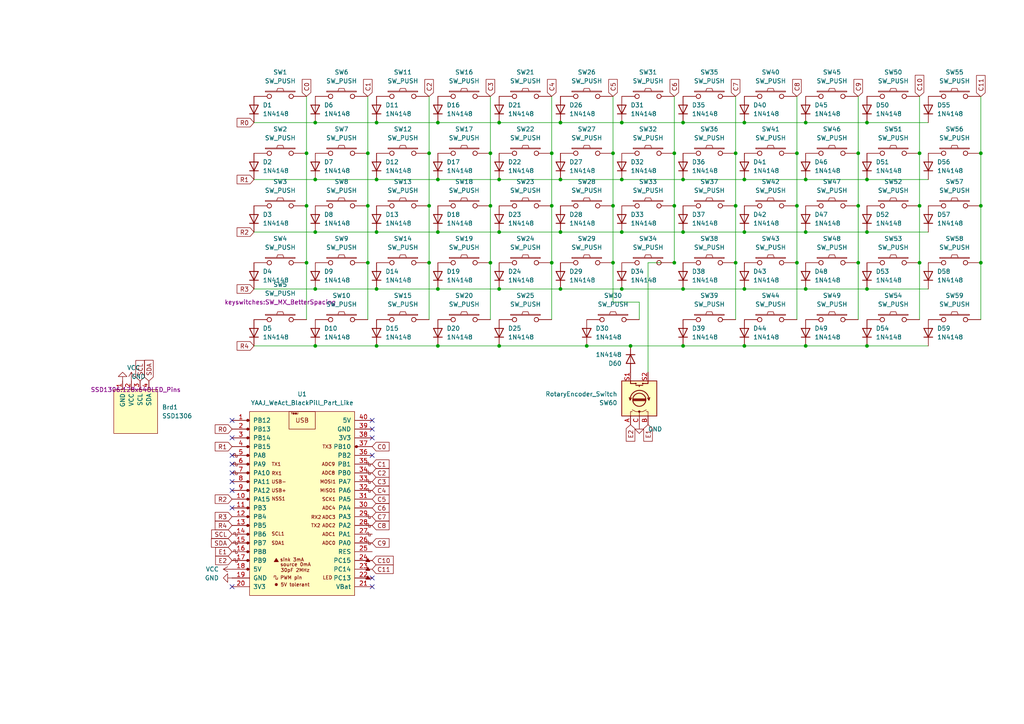
<source format=kicad_sch>
(kicad_sch (version 20211123) (generator eeschema)

  (uuid ad26bf0e-6c48-44aa-b4a9-a8c43cc58767)

  (paper "A4")

  (lib_symbols
    (symbol "Device:RotaryEncoder_Switch" (pin_names (offset 0.254) hide) (in_bom yes) (on_board yes)
      (property "Reference" "SW" (id 0) (at 0 6.604 0)
        (effects (font (size 1.27 1.27)))
      )
      (property "Value" "RotaryEncoder_Switch" (id 1) (at 0 -6.604 0)
        (effects (font (size 1.27 1.27)))
      )
      (property "Footprint" "" (id 2) (at -3.81 4.064 0)
        (effects (font (size 1.27 1.27)) hide)
      )
      (property "Datasheet" "~" (id 3) (at 0 6.604 0)
        (effects (font (size 1.27 1.27)) hide)
      )
      (property "ki_keywords" "rotary switch encoder switch push button" (id 4) (at 0 0 0)
        (effects (font (size 1.27 1.27)) hide)
      )
      (property "ki_description" "Rotary encoder, dual channel, incremental quadrate outputs, with switch" (id 5) (at 0 0 0)
        (effects (font (size 1.27 1.27)) hide)
      )
      (property "ki_fp_filters" "RotaryEncoder*Switch*" (id 6) (at 0 0 0)
        (effects (font (size 1.27 1.27)) hide)
      )
      (symbol "RotaryEncoder_Switch_0_1"
        (rectangle (start -5.08 5.08) (end 5.08 -5.08)
          (stroke (width 0.254) (type default) (color 0 0 0 0))
          (fill (type background))
        )
        (circle (center -3.81 0) (radius 0.254)
          (stroke (width 0) (type default) (color 0 0 0 0))
          (fill (type outline))
        )
        (arc (start -0.381 -2.794) (mid 2.3622 -0.0635) (end -0.381 2.667)
          (stroke (width 0.254) (type default) (color 0 0 0 0))
          (fill (type none))
        )
        (circle (center -0.381 0) (radius 1.905)
          (stroke (width 0.254) (type default) (color 0 0 0 0))
          (fill (type none))
        )
        (polyline
          (pts
            (xy -0.635 -1.778)
            (xy -0.635 1.778)
          )
          (stroke (width 0.254) (type default) (color 0 0 0 0))
          (fill (type none))
        )
        (polyline
          (pts
            (xy -0.381 -1.778)
            (xy -0.381 1.778)
          )
          (stroke (width 0.254) (type default) (color 0 0 0 0))
          (fill (type none))
        )
        (polyline
          (pts
            (xy -0.127 1.778)
            (xy -0.127 -1.778)
          )
          (stroke (width 0.254) (type default) (color 0 0 0 0))
          (fill (type none))
        )
        (polyline
          (pts
            (xy 3.81 0)
            (xy 3.429 0)
          )
          (stroke (width 0.254) (type default) (color 0 0 0 0))
          (fill (type none))
        )
        (polyline
          (pts
            (xy 3.81 1.016)
            (xy 3.81 -1.016)
          )
          (stroke (width 0.254) (type default) (color 0 0 0 0))
          (fill (type none))
        )
        (polyline
          (pts
            (xy -5.08 -2.54)
            (xy -3.81 -2.54)
            (xy -3.81 -2.032)
          )
          (stroke (width 0) (type default) (color 0 0 0 0))
          (fill (type none))
        )
        (polyline
          (pts
            (xy -5.08 2.54)
            (xy -3.81 2.54)
            (xy -3.81 2.032)
          )
          (stroke (width 0) (type default) (color 0 0 0 0))
          (fill (type none))
        )
        (polyline
          (pts
            (xy 0.254 -3.048)
            (xy -0.508 -2.794)
            (xy 0.127 -2.413)
          )
          (stroke (width 0.254) (type default) (color 0 0 0 0))
          (fill (type none))
        )
        (polyline
          (pts
            (xy 0.254 2.921)
            (xy -0.508 2.667)
            (xy 0.127 2.286)
          )
          (stroke (width 0.254) (type default) (color 0 0 0 0))
          (fill (type none))
        )
        (polyline
          (pts
            (xy 5.08 -2.54)
            (xy 4.318 -2.54)
            (xy 4.318 -1.016)
          )
          (stroke (width 0.254) (type default) (color 0 0 0 0))
          (fill (type none))
        )
        (polyline
          (pts
            (xy 5.08 2.54)
            (xy 4.318 2.54)
            (xy 4.318 1.016)
          )
          (stroke (width 0.254) (type default) (color 0 0 0 0))
          (fill (type none))
        )
        (polyline
          (pts
            (xy -5.08 0)
            (xy -3.81 0)
            (xy -3.81 -1.016)
            (xy -3.302 -2.032)
          )
          (stroke (width 0) (type default) (color 0 0 0 0))
          (fill (type none))
        )
        (polyline
          (pts
            (xy -4.318 0)
            (xy -3.81 0)
            (xy -3.81 1.016)
            (xy -3.302 2.032)
          )
          (stroke (width 0) (type default) (color 0 0 0 0))
          (fill (type none))
        )
        (circle (center 4.318 -1.016) (radius 0.127)
          (stroke (width 0.254) (type default) (color 0 0 0 0))
          (fill (type none))
        )
        (circle (center 4.318 1.016) (radius 0.127)
          (stroke (width 0.254) (type default) (color 0 0 0 0))
          (fill (type none))
        )
      )
      (symbol "RotaryEncoder_Switch_1_1"
        (pin passive line (at -7.62 2.54 0) (length 2.54)
          (name "A" (effects (font (size 1.27 1.27))))
          (number "A" (effects (font (size 1.27 1.27))))
        )
        (pin passive line (at -7.62 -2.54 0) (length 2.54)
          (name "B" (effects (font (size 1.27 1.27))))
          (number "B" (effects (font (size 1.27 1.27))))
        )
        (pin passive line (at -7.62 0 0) (length 2.54)
          (name "C" (effects (font (size 1.27 1.27))))
          (number "C" (effects (font (size 1.27 1.27))))
        )
        (pin passive line (at 7.62 2.54 180) (length 2.54)
          (name "S1" (effects (font (size 1.27 1.27))))
          (number "S1" (effects (font (size 1.27 1.27))))
        )
        (pin passive line (at 7.62 -2.54 180) (length 2.54)
          (name "S2" (effects (font (size 1.27 1.27))))
          (number "S2" (effects (font (size 1.27 1.27))))
        )
      )
    )
    (symbol "Diode:1N4148" (pin_numbers hide) (pin_names (offset 1.016) hide) (in_bom yes) (on_board yes)
      (property "Reference" "D" (id 0) (at 0 2.54 0)
        (effects (font (size 1.27 1.27)))
      )
      (property "Value" "1N4148" (id 1) (at 0 -2.54 0)
        (effects (font (size 1.27 1.27)))
      )
      (property "Footprint" "Diode_THT:D_DO-35_SOD27_P7.62mm_Horizontal" (id 2) (at 0 -4.445 0)
        (effects (font (size 1.27 1.27)) hide)
      )
      (property "Datasheet" "https://assets.nexperia.com/documents/data-sheet/1N4148_1N4448.pdf" (id 3) (at 0 0 0)
        (effects (font (size 1.27 1.27)) hide)
      )
      (property "ki_keywords" "diode" (id 4) (at 0 0 0)
        (effects (font (size 1.27 1.27)) hide)
      )
      (property "ki_description" "100V 0.15A standard switching diode, DO-35" (id 5) (at 0 0 0)
        (effects (font (size 1.27 1.27)) hide)
      )
      (property "ki_fp_filters" "D*DO?35*" (id 6) (at 0 0 0)
        (effects (font (size 1.27 1.27)) hide)
      )
      (symbol "1N4148_0_1"
        (polyline
          (pts
            (xy -1.27 1.27)
            (xy -1.27 -1.27)
          )
          (stroke (width 0.254) (type default) (color 0 0 0 0))
          (fill (type none))
        )
        (polyline
          (pts
            (xy 1.27 0)
            (xy -1.27 0)
          )
          (stroke (width 0) (type default) (color 0 0 0 0))
          (fill (type none))
        )
        (polyline
          (pts
            (xy 1.27 1.27)
            (xy 1.27 -1.27)
            (xy -1.27 0)
            (xy 1.27 1.27)
          )
          (stroke (width 0.254) (type default) (color 0 0 0 0))
          (fill (type none))
        )
      )
      (symbol "1N4148_1_1"
        (pin passive line (at -3.81 0 0) (length 2.54)
          (name "K" (effects (font (size 1.27 1.27))))
          (number "1" (effects (font (size 1.27 1.27))))
        )
        (pin passive line (at 3.81 0 180) (length 2.54)
          (name "A" (effects (font (size 1.27 1.27))))
          (number "2" (effects (font (size 1.27 1.27))))
        )
      )
    )
    (symbol "SSD1306-128x64_OLED:SSD1306" (pin_names (offset 1.016)) (in_bom yes) (on_board yes)
      (property "Reference" "Brd" (id 0) (at 0 -3.81 0)
        (effects (font (size 1.27 1.27)))
      )
      (property "Value" "SSD1306" (id 1) (at 0 -1.27 0)
        (effects (font (size 1.27 1.27)))
      )
      (property "Footprint" "" (id 2) (at 0 6.35 0)
        (effects (font (size 1.27 1.27)) hide)
      )
      (property "Datasheet" "" (id 3) (at 0 6.35 0)
        (effects (font (size 1.27 1.27)) hide)
      )
      (property "ki_keywords" "SSD1306" (id 4) (at 0 0 0)
        (effects (font (size 1.27 1.27)) hide)
      )
      (property "ki_description" "SSD1306 OLED" (id 5) (at 0 0 0)
        (effects (font (size 1.27 1.27)) hide)
      )
      (property "ki_fp_filters" "SSD1306-128x64_OLED:SSD1306" (id 6) (at 0 0 0)
        (effects (font (size 1.27 1.27)) hide)
      )
      (symbol "SSD1306_0_1"
        (rectangle (start -6.35 6.35) (end 6.35 -6.35)
          (stroke (width 0) (type default) (color 0 0 0 0))
          (fill (type background))
        )
      )
      (symbol "SSD1306_1_1"
        (pin input line (at -3.81 8.89 270) (length 2.54)
          (name "GND" (effects (font (size 1.27 1.27))))
          (number "1" (effects (font (size 1.27 1.27))))
        )
        (pin input line (at -1.27 8.89 270) (length 2.54)
          (name "VCC" (effects (font (size 1.27 1.27))))
          (number "2" (effects (font (size 1.27 1.27))))
        )
        (pin input line (at 1.27 8.89 270) (length 2.54)
          (name "SCL" (effects (font (size 1.27 1.27))))
          (number "3" (effects (font (size 1.27 1.27))))
        )
        (pin input line (at 3.81 8.89 270) (length 2.54)
          (name "SDA" (effects (font (size 1.27 1.27))))
          (number "4" (effects (font (size 1.27 1.27))))
        )
      )
    )
    (symbol "YAAJ_WeAct_BlackPill_Part_Like:YAAJ_WeAct_BlackPill_Part_Like" (pin_names (offset 1.016)) (in_bom yes) (on_board yes)
      (property "Reference" "U" (id 0) (at -12.7 27.94 0)
        (effects (font (size 1.27 1.27)))
      )
      (property "Value" "YAAJ_WeAct_BlackPill_Part_Like" (id 1) (at 0 2.54 90)
        (effects (font (size 1.27 1.27)))
      )
      (property "Footprint" "Kicad-STM32:YAAJ_WeAct_BlackPill2" (id 2) (at 0.254 -29.972 0)
        (effects (font (size 1.27 1.27)) hide)
      )
      (property "Datasheet" "" (id 3) (at 17.78 -25.4 0)
        (effects (font (size 1.27 1.27)) hide)
      )
      (property "ki_keywords" "module black pill STM32" (id 4) (at 0 0 0)
        (effects (font (size 1.27 1.27)) hide)
      )
      (property "ki_description" "WeAct STM32F401/F411 Black Pill ; not KLC compliant" (id 5) (at 0 0 0)
        (effects (font (size 1.27 1.27)) hide)
      )
      (symbol "YAAJ_WeAct_BlackPill_Part_Like_0_0"
        (circle (center -15.748 -20.32) (radius 0.3556)
          (stroke (width 0) (type default) (color 0 0 0 0))
          (fill (type outline))
        )
        (circle (center -15.748 -17.78) (radius 0.3556)
          (stroke (width 0) (type default) (color 0 0 0 0))
          (fill (type outline))
        )
        (circle (center -15.748 -15.24) (radius 0.3556)
          (stroke (width 0) (type default) (color 0 0 0 0))
          (fill (type outline))
        )
        (circle (center -15.748 -12.7) (radius 0.3556)
          (stroke (width 0) (type default) (color 0 0 0 0))
          (fill (type outline))
        )
        (circle (center -15.748 -10.16) (radius 0.3556)
          (stroke (width 0) (type default) (color 0 0 0 0))
          (fill (type outline))
        )
        (circle (center -15.748 -7.62) (radius 0.3556)
          (stroke (width 0) (type default) (color 0 0 0 0))
          (fill (type outline))
        )
        (circle (center -15.748 -5.08) (radius 0.3556)
          (stroke (width 0) (type default) (color 0 0 0 0))
          (fill (type outline))
        )
        (circle (center -15.748 -2.54) (radius 0.3556)
          (stroke (width 0) (type default) (color 0 0 0 0))
          (fill (type outline))
        )
        (circle (center -15.748 0) (radius 0.3556)
          (stroke (width 0) (type default) (color 0 0 0 0))
          (fill (type outline))
        )
        (circle (center -15.748 2.54) (radius 0.3556)
          (stroke (width 0) (type default) (color 0 0 0 0))
          (fill (type outline))
        )
        (circle (center -15.748 5.08) (radius 0.3556)
          (stroke (width 0) (type default) (color 0 0 0 0))
          (fill (type outline))
        )
        (circle (center -15.748 7.62) (radius 0.3556)
          (stroke (width 0) (type default) (color 0 0 0 0))
          (fill (type outline))
        )
        (circle (center -15.748 10.16) (radius 0.3556)
          (stroke (width 0) (type default) (color 0 0 0 0))
          (fill (type outline))
        )
        (circle (center -15.748 12.7) (radius 0.3556)
          (stroke (width 0) (type default) (color 0 0 0 0))
          (fill (type outline))
        )
        (circle (center -15.748 15.24) (radius 0.3556)
          (stroke (width 0) (type default) (color 0 0 0 0))
          (fill (type outline))
        )
        (circle (center -15.748 17.78) (radius 0.3556)
          (stroke (width 0) (type default) (color 0 0 0 0))
          (fill (type outline))
        )
        (circle (center -15.748 22.86) (radius 0.3556)
          (stroke (width 0) (type default) (color 0 0 0 0))
          (fill (type outline))
        )
        (circle (center -7.493 -24.765) (radius 0.127)
          (stroke (width 0) (type default) (color 0 0 0 0))
          (fill (type outline))
        )
        (circle (center -7.493 -24.765) (radius 0.254)
          (stroke (width 0) (type default) (color 0 0 0 0))
          (fill (type none))
        )
        (circle (center -7.493 -24.765) (radius 0.3556)
          (stroke (width 0) (type default) (color 0 0 0 0))
          (fill (type none))
        )
        (polyline
          (pts
            (xy -8.128 -18.161)
            (xy -7.493 -17.145)
            (xy -6.858 -18.161)
            (xy -8.128 -18.161)
            (xy -7.493 -17.272)
            (xy -6.985 -18.161)
            (xy -8.001 -18.034)
            (xy -7.493 -17.399)
            (xy -7.112 -18.161)
            (xy -7.874 -17.907)
            (xy -7.366 -17.526)
            (xy -7.239 -18.161)
            (xy -7.747 -17.78)
            (xy -7.239 -17.653)
            (xy -7.366 -18.034)
            (xy -7.62 -17.78)
            (xy -7.366 -17.907)
            (xy -7.493 -17.653)
          )
          (stroke (width 0) (type default) (color 0 0 0 0))
          (fill (type none))
        )
        (polyline
          (pts
            (xy 18.415 -23.241)
            (xy 19.05 -22.225)
            (xy 19.685 -23.241)
            (xy 18.415 -23.241)
            (xy 19.05 -22.352)
            (xy 19.558 -23.241)
            (xy 18.542 -23.114)
            (xy 19.05 -22.479)
            (xy 19.431 -23.241)
            (xy 18.669 -22.987)
            (xy 19.177 -22.606)
            (xy 19.304 -23.241)
            (xy 18.796 -22.86)
            (xy 19.304 -22.733)
            (xy 19.177 -23.114)
            (xy 18.923 -22.86)
            (xy 19.177 -22.987)
            (xy 19.05 -22.733)
          )
          (stroke (width 0) (type default) (color 0 0 0 0))
          (fill (type none))
        )
        (polyline
          (pts
            (xy 18.415 -20.701)
            (xy 19.05 -19.685)
            (xy 19.685 -20.701)
            (xy 18.415 -20.701)
            (xy 19.05 -19.812)
            (xy 19.558 -20.701)
            (xy 18.542 -20.574)
            (xy 19.05 -19.939)
            (xy 19.431 -20.701)
            (xy 18.669 -20.447)
            (xy 19.177 -20.066)
            (xy 19.304 -20.701)
            (xy 18.796 -20.32)
            (xy 19.304 -20.193)
            (xy 19.177 -20.574)
            (xy 18.923 -20.32)
            (xy 19.177 -20.447)
            (xy 19.05 -20.193)
          )
          (stroke (width 0) (type default) (color 0 0 0 0))
          (fill (type none))
        )
        (polyline
          (pts
            (xy 18.415 -18.161)
            (xy 19.05 -17.145)
            (xy 19.685 -18.161)
            (xy 18.415 -18.161)
            (xy 19.05 -17.272)
            (xy 19.558 -18.161)
            (xy 18.542 -18.034)
            (xy 19.05 -17.399)
            (xy 19.431 -18.161)
            (xy 18.669 -17.907)
            (xy 19.177 -17.526)
            (xy 19.304 -18.161)
            (xy 18.796 -17.78)
            (xy 19.304 -17.653)
            (xy 19.177 -18.034)
            (xy 18.923 -17.78)
            (xy 19.177 -17.907)
            (xy 19.05 -17.653)
          )
          (stroke (width 0) (type default) (color 0 0 0 0))
          (fill (type none))
        )
        (circle (center 15.748 15.24) (radius 0.254)
          (stroke (width 0) (type default) (color 0 0 0 0))
          (fill (type outline))
        )
        (circle (center 15.748 15.24) (radius 0.3556)
          (stroke (width 0) (type default) (color 0 0 0 0))
          (fill (type none))
        )
        (text "30pF 2MHz" (at -2.032 -20.574 0)
          (effects (font (size 0.9906 0.9906)))
        )
        (text "5V tolerant" (at -2.032 -24.765 0)
          (effects (font (size 0.9906 0.9906)))
        )
        (text "ADC0" (at 7.747 -12.7 0)
          (effects (font (size 0.9906 0.9906)))
        )
        (text "ADC1" (at 7.747 -10.16 0)
          (effects (font (size 0.9906 0.9906)))
        )
        (text "ADC2" (at 7.747 -7.62 0)
          (effects (font (size 0.9906 0.9906)))
        )
        (text "ADC3" (at 7.747 -5.207 0)
          (effects (font (size 0.9906 0.9906)))
        )
        (text "ADC4" (at 7.747 -2.54 0)
          (effects (font (size 0.9906 0.9906)))
        )
        (text "ADC8" (at 7.62 7.62 0)
          (effects (font (size 0.9906 0.9906)))
        )
        (text "ADC9" (at 7.62 10.16 0)
          (effects (font (size 0.9906 0.9906)))
        )
        (text "LED" (at 7.366 -22.733 0)
          (effects (font (size 0.9906 0.9906)))
        )
        (text "MISO1" (at 7.493 2.54 0)
          (effects (font (size 0.9906 0.9906)))
        )
        (text "MOSI1" (at 7.493 5.08 0)
          (effects (font (size 0.9906 0.9906)))
        )
        (text "NSS1" (at -6.858 0.127 0)
          (effects (font (size 0.9906 0.9906)))
        )
        (text "PWM pin" (at -3.175 -22.733 0)
          (effects (font (size 0.9906 0.9906)))
        )
        (text "RX1" (at -7.366 7.493 0)
          (effects (font (size 0.9906 0.9906)))
        )
        (text "RX2" (at 4.064 -5.207 0)
          (effects (font (size 0.9906 0.9906)))
        )
        (text "SCK1" (at 7.747 0 0)
          (effects (font (size 0.9906 0.9906)))
        )
        (text "SCL1" (at -6.985 -10.033 0)
          (effects (font (size 0.9906 0.9906)))
        )
        (text "SDA1" (at -6.985 -12.7 0)
          (effects (font (size 0.9906 0.9906)))
        )
        (text "sink 3mA" (at -2.921 -17.526 0)
          (effects (font (size 0.9906 0.9906)))
        )
        (text "source 0mA" (at -1.905 -18.923 0)
          (effects (font (size 0.9906 0.9906)))
        )
        (text "TX1" (at -7.493 10.16 0)
          (effects (font (size 0.9906 0.9906)))
        )
        (text "TX2" (at 3.937 -7.62 0)
          (effects (font (size 0.9906 0.9906)))
        )
        (text "TX3" (at 7.239 15.24 0)
          (effects (font (size 0.9906 0.9906)))
        )
        (text "USB" (at 0 22.86 0)
          (effects (font (size 1.27 1.27)))
        )
        (text "USB+" (at -6.731 2.54 0)
          (effects (font (size 0.9906 0.9906)))
        )
        (text "USB-" (at -6.731 5.08 0)
          (effects (font (size 0.9906 0.9906)))
        )
        (text "Y@@J" (at -2.159 24.892 0)
          (effects (font (size 0.508 0.508)))
        )
      )
      (symbol "YAAJ_WeAct_BlackPill_Part_Like_0_1"
        (rectangle (start -15.24 25.4) (end 15.24 -27.94)
          (stroke (width 0) (type default) (color 0 0 0 0))
          (fill (type background))
        )
        (polyline
          (pts
            (xy -18.796 -17.78)
            (xy -18.796 -18.288)
            (xy -19.304 -18.288)
            (xy -19.304 -17.272)
            (xy -19.812 -17.272)
            (xy -19.812 -17.78)
          )
          (stroke (width 0) (type default) (color 0 0 0 0))
          (fill (type none))
        )
        (polyline
          (pts
            (xy -18.796 -15.24)
            (xy -18.796 -15.748)
            (xy -19.304 -15.748)
            (xy -19.304 -14.732)
            (xy -19.812 -14.732)
            (xy -19.812 -15.24)
          )
          (stroke (width 0) (type default) (color 0 0 0 0))
          (fill (type none))
        )
        (polyline
          (pts
            (xy -18.796 -12.7)
            (xy -18.796 -13.208)
            (xy -19.304 -13.208)
            (xy -19.304 -12.192)
            (xy -19.812 -12.192)
            (xy -19.812 -12.7)
          )
          (stroke (width 0) (type default) (color 0 0 0 0))
          (fill (type none))
        )
        (polyline
          (pts
            (xy -18.796 -10.16)
            (xy -18.796 -10.668)
            (xy -19.304 -10.668)
            (xy -19.304 -9.652)
            (xy -19.812 -9.652)
            (xy -19.812 -10.16)
          )
          (stroke (width 0) (type default) (color 0 0 0 0))
          (fill (type none))
        )
        (polyline
          (pts
            (xy -18.796 7.62)
            (xy -18.796 7.112)
            (xy -19.304 7.112)
            (xy -19.304 8.128)
            (xy -19.812 8.128)
            (xy -19.812 7.62)
          )
          (stroke (width 0) (type default) (color 0 0 0 0))
          (fill (type none))
        )
        (polyline
          (pts
            (xy -18.796 10.16)
            (xy -18.796 9.652)
            (xy -19.304 9.652)
            (xy -19.304 10.668)
            (xy -19.812 10.668)
            (xy -19.812 10.16)
          )
          (stroke (width 0) (type default) (color 0 0 0 0))
          (fill (type none))
        )
        (polyline
          (pts
            (xy -18.796 12.7)
            (xy -18.796 12.192)
            (xy -19.304 12.192)
            (xy -19.304 13.208)
            (xy -19.812 13.208)
            (xy -19.812 12.7)
          )
          (stroke (width 0) (type default) (color 0 0 0 0))
          (fill (type none))
        )
        (polyline
          (pts
            (xy -7.112 -22.733)
            (xy -7.112 -23.241)
            (xy -7.62 -23.241)
            (xy -7.62 -22.225)
            (xy -8.128 -22.225)
            (xy -8.128 -22.733)
          )
          (stroke (width 0) (type default) (color 0 0 0 0))
          (fill (type none))
        )
        (polyline
          (pts
            (xy 19.812 -12.7)
            (xy 19.812 -13.208)
            (xy 19.304 -13.208)
            (xy 19.304 -12.192)
            (xy 18.796 -12.192)
            (xy 18.796 -12.7)
          )
          (stroke (width 0) (type default) (color 0 0 0 0))
          (fill (type none))
        )
        (polyline
          (pts
            (xy 19.812 -10.16)
            (xy 19.812 -10.668)
            (xy 19.304 -10.668)
            (xy 19.304 -9.652)
            (xy 18.796 -9.652)
            (xy 18.796 -10.16)
          )
          (stroke (width 0) (type default) (color 0 0 0 0))
          (fill (type none))
        )
        (polyline
          (pts
            (xy 19.812 -7.62)
            (xy 19.812 -8.128)
            (xy 19.304 -8.128)
            (xy 19.304 -7.112)
            (xy 18.796 -7.112)
            (xy 18.796 -7.62)
          )
          (stroke (width 0) (type default) (color 0 0 0 0))
          (fill (type none))
        )
        (polyline
          (pts
            (xy 19.812 -5.08)
            (xy 19.812 -5.588)
            (xy 19.304 -5.588)
            (xy 19.304 -4.572)
            (xy 18.796 -4.572)
            (xy 18.796 -5.08)
          )
          (stroke (width 0) (type default) (color 0 0 0 0))
          (fill (type none))
        )
        (polyline
          (pts
            (xy 19.812 2.54)
            (xy 19.812 2.032)
            (xy 19.304 2.032)
            (xy 19.304 3.048)
            (xy 18.796 3.048)
            (xy 18.796 2.54)
          )
          (stroke (width 0) (type default) (color 0 0 0 0))
          (fill (type none))
        )
        (polyline
          (pts
            (xy 19.812 5.08)
            (xy 19.812 4.572)
            (xy 19.304 4.572)
            (xy 19.304 5.588)
            (xy 18.796 5.588)
            (xy 18.796 5.08)
          )
          (stroke (width 0) (type default) (color 0 0 0 0))
          (fill (type none))
        )
        (polyline
          (pts
            (xy 19.812 7.62)
            (xy 19.812 7.112)
            (xy 19.304 7.112)
            (xy 19.304 8.128)
            (xy 18.796 8.128)
            (xy 18.796 7.62)
          )
          (stroke (width 0) (type default) (color 0 0 0 0))
          (fill (type none))
        )
        (polyline
          (pts
            (xy 19.812 10.16)
            (xy 19.812 9.652)
            (xy 19.304 9.652)
            (xy 19.304 10.668)
            (xy 18.796 10.668)
            (xy 18.796 10.16)
          )
          (stroke (width 0) (type default) (color 0 0 0 0))
          (fill (type none))
        )
        (rectangle (start 3.81 25.4) (end -3.81 20.32)
          (stroke (width 0) (type default) (color 0 0 0 0))
          (fill (type none))
        )
      )
      (symbol "YAAJ_WeAct_BlackPill_Part_Like_1_1"
        (circle (center -15.748 20.32) (radius 0.3556)
          (stroke (width 0) (type default) (color 0 0 0 0))
          (fill (type outline))
        )
        (pin bidirectional line (at -20.32 22.86 0) (length 5.08)
          (name "PB12" (effects (font (size 1.27 1.27))))
          (number "1" (effects (font (size 1.27 1.27))))
        )
        (pin bidirectional line (at -20.32 0 0) (length 5.08)
          (name "PA15" (effects (font (size 1.27 1.27))))
          (number "10" (effects (font (size 1.27 1.27))))
        )
        (pin bidirectional line (at -20.32 -2.54 0) (length 5.08)
          (name "PB3" (effects (font (size 1.27 1.27))))
          (number "11" (effects (font (size 1.27 1.27))))
        )
        (pin bidirectional line (at -20.32 -5.08 0) (length 5.08)
          (name "PB4" (effects (font (size 1.27 1.27))))
          (number "12" (effects (font (size 1.27 1.27))))
        )
        (pin bidirectional line (at -20.32 -7.62 0) (length 5.08)
          (name "PB5" (effects (font (size 1.27 1.27))))
          (number "13" (effects (font (size 1.27 1.27))))
        )
        (pin bidirectional line (at -20.32 -10.16 0) (length 5.08)
          (name "PB6" (effects (font (size 1.27 1.27))))
          (number "14" (effects (font (size 1.27 1.27))))
        )
        (pin bidirectional line (at -20.32 -12.7 0) (length 5.08)
          (name "PB7" (effects (font (size 1.27 1.27))))
          (number "15" (effects (font (size 1.27 1.27))))
        )
        (pin bidirectional line (at -20.32 -15.24 0) (length 5.08)
          (name "PB8" (effects (font (size 1.27 1.27))))
          (number "16" (effects (font (size 1.27 1.27))))
        )
        (pin bidirectional line (at -20.32 -17.78 0) (length 5.08)
          (name "PB9" (effects (font (size 1.27 1.27))))
          (number "17" (effects (font (size 1.27 1.27))))
        )
        (pin power_in line (at -20.32 -20.32 0) (length 5.08)
          (name "5V" (effects (font (size 1.27 1.27))))
          (number "18" (effects (font (size 1.27 1.27))))
        )
        (pin power_in line (at -20.32 -22.86 0) (length 5.08)
          (name "GND" (effects (font (size 1.27 1.27))))
          (number "19" (effects (font (size 1.27 1.27))))
        )
        (pin bidirectional line (at -20.32 20.32 0) (length 5.08)
          (name "PB13" (effects (font (size 1.27 1.27))))
          (number "2" (effects (font (size 1.27 1.27))))
        )
        (pin power_in line (at -20.32 -25.4 0) (length 5.08)
          (name "3V3" (effects (font (size 1.27 1.27))))
          (number "20" (effects (font (size 1.27 1.27))))
        )
        (pin power_in line (at 20.32 -25.4 180) (length 5.08)
          (name "VBat" (effects (font (size 1.27 1.27))))
          (number "21" (effects (font (size 1.27 1.27))))
        )
        (pin bidirectional line (at 20.32 -22.86 180) (length 5.08)
          (name "PC13" (effects (font (size 1.27 1.27))))
          (number "22" (effects (font (size 1.27 1.27))))
        )
        (pin bidirectional line (at 20.32 -20.32 180) (length 5.08)
          (name "PC14" (effects (font (size 1.27 1.27))))
          (number "23" (effects (font (size 1.27 1.27))))
        )
        (pin bidirectional line (at 20.32 -17.78 180) (length 5.08)
          (name "PC15" (effects (font (size 1.27 1.27))))
          (number "24" (effects (font (size 1.27 1.27))))
        )
        (pin input line (at 20.32 -15.24 180) (length 5.08)
          (name "RES" (effects (font (size 1.27 1.27))))
          (number "25" (effects (font (size 1.27 1.27))))
        )
        (pin bidirectional line (at 20.32 -12.7 180) (length 5.08)
          (name "PA0" (effects (font (size 1.27 1.27))))
          (number "26" (effects (font (size 1.27 1.27))))
        )
        (pin bidirectional line (at 20.32 -10.16 180) (length 5.08)
          (name "PA1" (effects (font (size 1.27 1.27))))
          (number "27" (effects (font (size 1.27 1.27))))
        )
        (pin bidirectional line (at 20.32 -7.62 180) (length 5.08)
          (name "PA2" (effects (font (size 1.27 1.27))))
          (number "28" (effects (font (size 1.27 1.27))))
        )
        (pin bidirectional line (at 20.32 -5.08 180) (length 5.08)
          (name "PA3" (effects (font (size 1.27 1.27))))
          (number "29" (effects (font (size 1.27 1.27))))
        )
        (pin bidirectional line (at -20.32 17.78 0) (length 5.08)
          (name "PB14" (effects (font (size 1.27 1.27))))
          (number "3" (effects (font (size 1.27 1.27))))
        )
        (pin bidirectional line (at 20.32 -2.54 180) (length 5.08)
          (name "PA4" (effects (font (size 1.27 1.27))))
          (number "30" (effects (font (size 1.27 1.27))))
        )
        (pin bidirectional line (at 20.32 0 180) (length 5.08)
          (name "PA5" (effects (font (size 1.27 1.27))))
          (number "31" (effects (font (size 1.27 1.27))))
        )
        (pin bidirectional line (at 20.32 2.54 180) (length 5.08)
          (name "PA6" (effects (font (size 1.27 1.27))))
          (number "32" (effects (font (size 1.27 1.27))))
        )
        (pin bidirectional line (at 20.32 5.08 180) (length 5.08)
          (name "PA7" (effects (font (size 1.27 1.27))))
          (number "33" (effects (font (size 1.27 1.27))))
        )
        (pin bidirectional line (at 20.32 7.62 180) (length 5.08)
          (name "PB0" (effects (font (size 1.27 1.27))))
          (number "34" (effects (font (size 1.27 1.27))))
        )
        (pin bidirectional line (at 20.32 10.16 180) (length 5.08)
          (name "PB1" (effects (font (size 1.27 1.27))))
          (number "35" (effects (font (size 1.27 1.27))))
        )
        (pin bidirectional line (at 20.32 12.7 180) (length 5.08)
          (name "PB2" (effects (font (size 1.27 1.27))))
          (number "36" (effects (font (size 1.27 1.27))))
        )
        (pin bidirectional line (at 20.32 15.24 180) (length 5.08)
          (name "PB10" (effects (font (size 1.27 1.27))))
          (number "37" (effects (font (size 1.27 1.27))))
        )
        (pin power_in line (at 20.32 17.78 180) (length 5.08)
          (name "3V3" (effects (font (size 1.27 1.27))))
          (number "38" (effects (font (size 1.27 1.27))))
        )
        (pin power_in line (at 20.32 20.32 180) (length 5.08)
          (name "GND" (effects (font (size 1.27 1.27))))
          (number "39" (effects (font (size 1.27 1.27))))
        )
        (pin bidirectional line (at -20.32 15.24 0) (length 5.08)
          (name "PB15" (effects (font (size 1.27 1.27))))
          (number "4" (effects (font (size 1.27 1.27))))
        )
        (pin power_in line (at 20.32 22.86 180) (length 5.08)
          (name "5V" (effects (font (size 1.27 1.27))))
          (number "40" (effects (font (size 1.27 1.27))))
        )
        (pin bidirectional line (at -20.32 12.7 0) (length 5.08)
          (name "PA8" (effects (font (size 1.27 1.27))))
          (number "5" (effects (font (size 1.27 1.27))))
        )
        (pin bidirectional line (at -20.32 10.16 0) (length 5.08)
          (name "PA9" (effects (font (size 1.27 1.27))))
          (number "6" (effects (font (size 1.27 1.27))))
        )
        (pin bidirectional line (at -20.32 7.62 0) (length 5.08)
          (name "PA10" (effects (font (size 1.27 1.27))))
          (number "7" (effects (font (size 1.27 1.27))))
        )
        (pin bidirectional line (at -20.32 5.08 0) (length 5.08)
          (name "PA11" (effects (font (size 1.27 1.27))))
          (number "8" (effects (font (size 1.27 1.27))))
        )
        (pin bidirectional line (at -20.32 2.54 0) (length 5.08)
          (name "PA12" (effects (font (size 1.27 1.27))))
          (number "9" (effects (font (size 1.27 1.27))))
        )
      )
    )
    (symbol "kbd:SW_PUSH" (pin_numbers hide) (pin_names (offset 1.016) hide) (in_bom yes) (on_board yes)
      (property "Reference" "SW" (id 0) (at 3.81 2.794 0)
        (effects (font (size 1.27 1.27)))
      )
      (property "Value" "SW_PUSH" (id 1) (at 0 -2.032 0)
        (effects (font (size 1.27 1.27)))
      )
      (property "Footprint" "" (id 2) (at 0 0 0)
        (effects (font (size 1.27 1.27)))
      )
      (property "Datasheet" "" (id 3) (at 0 0 0)
        (effects (font (size 1.27 1.27)))
      )
      (symbol "SW_PUSH_0_1"
        (rectangle (start -4.318 1.27) (end 4.318 1.524)
          (stroke (width 0) (type default) (color 0 0 0 0))
          (fill (type none))
        )
        (polyline
          (pts
            (xy -1.016 1.524)
            (xy -0.762 2.286)
            (xy 0.762 2.286)
            (xy 1.016 1.524)
          )
          (stroke (width 0) (type default) (color 0 0 0 0))
          (fill (type none))
        )
        (pin passive inverted (at -7.62 0 0) (length 5.08)
          (name "1" (effects (font (size 1.27 1.27))))
          (number "1" (effects (font (size 1.27 1.27))))
        )
        (pin passive inverted (at 7.62 0 180) (length 5.08)
          (name "2" (effects (font (size 1.27 1.27))))
          (number "2" (effects (font (size 1.27 1.27))))
        )
      )
    )
    (symbol "power:GND" (power) (pin_names (offset 0)) (in_bom yes) (on_board yes)
      (property "Reference" "#PWR" (id 0) (at 0 -6.35 0)
        (effects (font (size 1.27 1.27)) hide)
      )
      (property "Value" "GND" (id 1) (at 0 -3.81 0)
        (effects (font (size 1.27 1.27)))
      )
      (property "Footprint" "" (id 2) (at 0 0 0)
        (effects (font (size 1.27 1.27)) hide)
      )
      (property "Datasheet" "" (id 3) (at 0 0 0)
        (effects (font (size 1.27 1.27)) hide)
      )
      (property "ki_keywords" "power-flag" (id 4) (at 0 0 0)
        (effects (font (size 1.27 1.27)) hide)
      )
      (property "ki_description" "Power symbol creates a global label with name \"GND\" , ground" (id 5) (at 0 0 0)
        (effects (font (size 1.27 1.27)) hide)
      )
      (symbol "GND_0_1"
        (polyline
          (pts
            (xy 0 0)
            (xy 0 -1.27)
            (xy 1.27 -1.27)
            (xy 0 -2.54)
            (xy -1.27 -1.27)
            (xy 0 -1.27)
          )
          (stroke (width 0) (type default) (color 0 0 0 0))
          (fill (type none))
        )
      )
      (symbol "GND_1_1"
        (pin power_in line (at 0 0 270) (length 0) hide
          (name "GND" (effects (font (size 1.27 1.27))))
          (number "1" (effects (font (size 1.27 1.27))))
        )
      )
    )
    (symbol "power:VCC" (power) (pin_names (offset 0)) (in_bom yes) (on_board yes)
      (property "Reference" "#PWR" (id 0) (at 0 -3.81 0)
        (effects (font (size 1.27 1.27)) hide)
      )
      (property "Value" "VCC" (id 1) (at 0 3.81 0)
        (effects (font (size 1.27 1.27)))
      )
      (property "Footprint" "" (id 2) (at 0 0 0)
        (effects (font (size 1.27 1.27)) hide)
      )
      (property "Datasheet" "" (id 3) (at 0 0 0)
        (effects (font (size 1.27 1.27)) hide)
      )
      (property "ki_keywords" "power-flag" (id 4) (at 0 0 0)
        (effects (font (size 1.27 1.27)) hide)
      )
      (property "ki_description" "Power symbol creates a global label with name \"VCC\"" (id 5) (at 0 0 0)
        (effects (font (size 1.27 1.27)) hide)
      )
      (symbol "VCC_0_1"
        (polyline
          (pts
            (xy -0.762 1.27)
            (xy 0 2.54)
          )
          (stroke (width 0) (type default) (color 0 0 0 0))
          (fill (type none))
        )
        (polyline
          (pts
            (xy 0 0)
            (xy 0 2.54)
          )
          (stroke (width 0) (type default) (color 0 0 0 0))
          (fill (type none))
        )
        (polyline
          (pts
            (xy 0 2.54)
            (xy 0.762 1.27)
          )
          (stroke (width 0) (type default) (color 0 0 0 0))
          (fill (type none))
        )
      )
      (symbol "VCC_1_1"
        (pin power_in line (at 0 0 90) (length 0) hide
          (name "VCC" (effects (font (size 1.27 1.27))))
          (number "1" (effects (font (size 1.27 1.27))))
        )
      )
    )
  )

  (junction (at 198.12 52.07) (diameter 0) (color 0 0 0 0)
    (uuid 07d078c4-ab26-417d-9cfb-52aedc17d939)
  )
  (junction (at 144.78 67.31) (diameter 0) (color 0 0 0 0)
    (uuid 07ebef38-827e-466b-b186-a3ebcc0963cd)
  )
  (junction (at 144.78 35.56) (diameter 0) (color 0 0 0 0)
    (uuid 0852e738-eafe-4258-b411-03445357d07a)
  )
  (junction (at 248.92 44.45) (diameter 0) (color 0 0 0 0)
    (uuid 0b9a695e-d6e7-4f90-bbd9-a82c2a9cfec1)
  )
  (junction (at 88.9 59.69) (diameter 0) (color 0 0 0 0)
    (uuid 0f17df74-91e2-417e-a86d-c0aeb4d343b6)
  )
  (junction (at 251.46 83.82) (diameter 0) (color 0 0 0 0)
    (uuid 152a5f2b-cc68-465a-87a8-461c4e49a624)
  )
  (junction (at 195.58 59.69) (diameter 0) (color 0 0 0 0)
    (uuid 17c251f2-04c4-4545-84e4-4263bca92373)
  )
  (junction (at 248.92 59.69) (diameter 0) (color 0 0 0 0)
    (uuid 1832b90b-3459-4683-962d-c6415a3ef36d)
  )
  (junction (at 248.92 76.2) (diameter 0) (color 0 0 0 0)
    (uuid 243a8bdd-28bb-413b-8b87-076af5a79346)
  )
  (junction (at 144.78 100.33) (diameter 0) (color 0 0 0 0)
    (uuid 24f54667-8cd5-409a-844a-9afae2678d8f)
  )
  (junction (at 109.22 100.33) (diameter 0) (color 0 0 0 0)
    (uuid 278e7dee-ab0c-491e-acb9-e93a1b102c68)
  )
  (junction (at 251.46 67.31) (diameter 0) (color 0 0 0 0)
    (uuid 281748a9-999e-481a-9073-64961affd99f)
  )
  (junction (at 91.44 83.82) (diameter 0) (color 0 0 0 0)
    (uuid 2beadf3c-9ef2-425b-aa34-03edccc55337)
  )
  (junction (at 231.14 76.2) (diameter 0) (color 0 0 0 0)
    (uuid 2e078b24-0dc9-4cf6-ab4a-70c170f4fc9d)
  )
  (junction (at 284.48 44.45) (diameter 0) (color 0 0 0 0)
    (uuid 2f1d89d3-5acd-4e6a-97e7-2cc6e5cb2448)
  )
  (junction (at 284.48 59.69) (diameter 0) (color 0 0 0 0)
    (uuid 32d59988-b274-4533-88d3-14fef4f0381e)
  )
  (junction (at 251.46 35.56) (diameter 0) (color 0 0 0 0)
    (uuid 35a585ff-cb44-46fc-a43e-00e982cc7232)
  )
  (junction (at 162.56 52.07) (diameter 0) (color 0 0 0 0)
    (uuid 377b5e4a-beac-415e-9646-2aae4e65ffdb)
  )
  (junction (at 215.9 100.33) (diameter 0) (color 0 0 0 0)
    (uuid 3e767e44-7583-466f-8dc6-4193829395d7)
  )
  (junction (at 215.9 67.31) (diameter 0) (color 0 0 0 0)
    (uuid 3f97e7c2-f680-40ec-9117-841447fcf855)
  )
  (junction (at 88.9 76.2) (diameter 0) (color 0 0 0 0)
    (uuid 40597767-612a-406d-84df-fed12e389310)
  )
  (junction (at 109.22 67.31) (diameter 0) (color 0 0 0 0)
    (uuid 42ff64c5-56e2-44c1-a3d6-ec88833eda67)
  )
  (junction (at 162.56 83.82) (diameter 0) (color 0 0 0 0)
    (uuid 43005744-9b19-4e86-84b0-bc306ea1abea)
  )
  (junction (at 231.14 44.45) (diameter 0) (color 0 0 0 0)
    (uuid 47ab12bf-a2c7-4a8b-8501-d5de9a067151)
  )
  (junction (at 162.56 67.31) (diameter 0) (color 0 0 0 0)
    (uuid 4b1e3a87-dbbd-4b34-86c7-14570bfd1067)
  )
  (junction (at 182.88 100.33) (diameter 0) (color 0 0 0 0)
    (uuid 4ded254d-14fa-4fe0-9877-2a30607728aa)
  )
  (junction (at 177.8 44.45) (diameter 0) (color 0 0 0 0)
    (uuid 4eb21432-8c6b-41c6-8c25-a49fa9cb53b8)
  )
  (junction (at 177.8 59.69) (diameter 0) (color 0 0 0 0)
    (uuid 50298a94-7ecd-4d87-9c5f-666b42717e59)
  )
  (junction (at 160.02 76.2) (diameter 0) (color 0 0 0 0)
    (uuid 57987e46-d211-4c63-898c-f4857960fe10)
  )
  (junction (at 127 67.31) (diameter 0) (color 0 0 0 0)
    (uuid 58b32f71-1fb2-44b0-bd13-eb980d7107d6)
  )
  (junction (at 124.46 44.45) (diameter 0) (color 0 0 0 0)
    (uuid 5fa2b28f-76ad-43b5-bf48-ceacc50f3f32)
  )
  (junction (at 109.22 52.07) (diameter 0) (color 0 0 0 0)
    (uuid 6cfe4f4e-6412-4aad-a6a6-4f1f0b150fb9)
  )
  (junction (at 160.02 59.69) (diameter 0) (color 0 0 0 0)
    (uuid 702f7919-5457-435d-ae50-453488112574)
  )
  (junction (at 144.78 52.07) (diameter 0) (color 0 0 0 0)
    (uuid 708fb79e-676f-4000-a714-4174b876b9ff)
  )
  (junction (at 109.22 35.56) (diameter 0) (color 0 0 0 0)
    (uuid 724067c4-c87b-454c-aded-f2566eb0d46d)
  )
  (junction (at 198.12 67.31) (diameter 0) (color 0 0 0 0)
    (uuid 73f7089a-ae69-49ba-9f21-7b881cf22bf8)
  )
  (junction (at 127 52.07) (diameter 0) (color 0 0 0 0)
    (uuid 766cc767-bbed-45c4-9d08-965bfcafaf24)
  )
  (junction (at 233.68 83.82) (diameter 0) (color 0 0 0 0)
    (uuid 7b4b25ce-830b-450a-9e17-a282b4c5452e)
  )
  (junction (at 180.34 52.07) (diameter 0) (color 0 0 0 0)
    (uuid 7ce98a7d-b1cc-4810-be99-a1eada63b153)
  )
  (junction (at 180.34 83.82) (diameter 0) (color 0 0 0 0)
    (uuid 7d96ab53-d410-425a-9291-7adcb2e510bf)
  )
  (junction (at 160.02 44.45) (diameter 0) (color 0 0 0 0)
    (uuid 7e33f730-27b9-4eb9-987c-aaa1a6497068)
  )
  (junction (at 91.44 52.07) (diameter 0) (color 0 0 0 0)
    (uuid 80d97ea7-2191-417f-bfb9-efd0d6148b08)
  )
  (junction (at 213.36 44.45) (diameter 0) (color 0 0 0 0)
    (uuid 82e8a8c9-740b-4bdf-aa1c-629fc0a2b08e)
  )
  (junction (at 233.68 35.56) (diameter 0) (color 0 0 0 0)
    (uuid 84d4fbbf-bb29-47fb-b3b3-d396b805da0f)
  )
  (junction (at 198.12 35.56) (diameter 0) (color 0 0 0 0)
    (uuid 8797d907-532f-44f4-911b-4fa67438fc49)
  )
  (junction (at 233.68 100.33) (diameter 0) (color 0 0 0 0)
    (uuid 8ba7e9ee-07c6-4047-8e9c-107ba5b987bd)
  )
  (junction (at 198.12 100.33) (diameter 0) (color 0 0 0 0)
    (uuid 8c6ab3cc-7c70-4379-a4a1-7a40b3d2f01b)
  )
  (junction (at 213.36 76.2) (diameter 0) (color 0 0 0 0)
    (uuid 8ce33af4-1365-4e30-9df2-2767f45e6d8b)
  )
  (junction (at 215.9 35.56) (diameter 0) (color 0 0 0 0)
    (uuid 8d0389be-0336-40e1-9710-ae127b7ac51b)
  )
  (junction (at 266.7 76.2) (diameter 0) (color 0 0 0 0)
    (uuid 969d5ce5-a7d7-4431-9b8d-3f88bab60f7c)
  )
  (junction (at 124.46 59.69) (diameter 0) (color 0 0 0 0)
    (uuid 99bcdffd-00ca-48e5-91f2-461201be92c2)
  )
  (junction (at 266.7 44.45) (diameter 0) (color 0 0 0 0)
    (uuid 9af9bace-41d8-463a-a53e-b9e56f265cc6)
  )
  (junction (at 251.46 100.33) (diameter 0) (color 0 0 0 0)
    (uuid 9da0c237-f029-4301-a1a3-b66ece9622a7)
  )
  (junction (at 198.12 83.82) (diameter 0) (color 0 0 0 0)
    (uuid a46fc6d7-b1e3-4368-b47b-c27ef74e09ae)
  )
  (junction (at 177.8 76.2) (diameter 0) (color 0 0 0 0)
    (uuid a476ff62-46c7-4c2b-9c06-6a538b42823f)
  )
  (junction (at 124.46 76.2) (diameter 0) (color 0 0 0 0)
    (uuid a7e7ac4d-d944-43c9-a82d-7a8f7d1cacb5)
  )
  (junction (at 215.9 52.07) (diameter 0) (color 0 0 0 0)
    (uuid ab8f04e0-c947-4d8a-a8f6-4452736aee09)
  )
  (junction (at 91.44 35.56) (diameter 0) (color 0 0 0 0)
    (uuid aef9022a-bce4-477c-bd75-541ca24d43a0)
  )
  (junction (at 233.68 52.07) (diameter 0) (color 0 0 0 0)
    (uuid b4bde6bf-f883-4c71-8a8c-0d15e093a9df)
  )
  (junction (at 88.9 44.45) (diameter 0) (color 0 0 0 0)
    (uuid b93e4b48-0327-4555-8904-7709f7fe50da)
  )
  (junction (at 162.56 35.56) (diameter 0) (color 0 0 0 0)
    (uuid ba79863d-1aad-43d2-bf5d-82c49dd4127e)
  )
  (junction (at 144.78 83.82) (diameter 0) (color 0 0 0 0)
    (uuid bda87253-7a5d-4df8-8313-ef1fdf58b1a0)
  )
  (junction (at 127 100.33) (diameter 0) (color 0 0 0 0)
    (uuid bf9fa707-0750-4b85-8ca2-653ffe754eed)
  )
  (junction (at 106.68 76.2) (diameter 0) (color 0 0 0 0)
    (uuid c0e47385-0dbd-4816-8d65-7448bdf3fb07)
  )
  (junction (at 106.68 44.45) (diameter 0) (color 0 0 0 0)
    (uuid c146e2aa-824d-43f9-8e37-d3eb49a4f941)
  )
  (junction (at 91.44 67.31) (diameter 0) (color 0 0 0 0)
    (uuid c21c8557-90fb-4edc-8f94-8c9c3530ddf3)
  )
  (junction (at 109.22 83.82) (diameter 0) (color 0 0 0 0)
    (uuid c8e3d416-34ba-473c-b319-ec64d0248240)
  )
  (junction (at 180.34 67.31) (diameter 0) (color 0 0 0 0)
    (uuid cd4abb27-379a-48b4-bc6f-4a8483c1ee3e)
  )
  (junction (at 213.36 59.69) (diameter 0) (color 0 0 0 0)
    (uuid d2088d68-1447-4631-a5ec-390ee2ebd632)
  )
  (junction (at 142.24 76.2) (diameter 0) (color 0 0 0 0)
    (uuid d6856a2f-85f4-47fa-a8be-48362452dfd4)
  )
  (junction (at 106.68 59.69) (diameter 0) (color 0 0 0 0)
    (uuid da7c95d2-29fa-41c9-a8ee-b72797e71597)
  )
  (junction (at 142.24 59.69) (diameter 0) (color 0 0 0 0)
    (uuid db77e918-663a-4ff2-8b4a-fb1134e2525e)
  )
  (junction (at 195.58 44.45) (diameter 0) (color 0 0 0 0)
    (uuid deab0c0d-b0ee-4a49-b153-76fe509f4e31)
  )
  (junction (at 180.34 35.56) (diameter 0) (color 0 0 0 0)
    (uuid e0386912-7159-49cf-be46-3ef1071a45f4)
  )
  (junction (at 91.44 100.33) (diameter 0) (color 0 0 0 0)
    (uuid ebaa7be7-a38f-41c2-b09f-b2c7e52ac678)
  )
  (junction (at 266.7 59.69) (diameter 0) (color 0 0 0 0)
    (uuid ec848a70-8838-4206-a3a9-468a75b2764e)
  )
  (junction (at 233.68 67.31) (diameter 0) (color 0 0 0 0)
    (uuid ede93644-fccb-44af-8497-476a06de1e69)
  )
  (junction (at 142.24 44.45) (diameter 0) (color 0 0 0 0)
    (uuid ef273b7f-9804-4471-bb7d-5335364de52a)
  )
  (junction (at 195.58 76.2) (diameter 0) (color 0 0 0 0)
    (uuid f1037cea-81e5-4742-a75c-a1ba266d1c85)
  )
  (junction (at 231.14 59.69) (diameter 0) (color 0 0 0 0)
    (uuid f11ce8fe-4173-4877-a2ff-39fbe304fa93)
  )
  (junction (at 127 83.82) (diameter 0) (color 0 0 0 0)
    (uuid f1e7d663-6d6d-4990-8b05-8137964ee8f5)
  )
  (junction (at 251.46 52.07) (diameter 0) (color 0 0 0 0)
    (uuid f1ff18b7-b371-4647-9627-38c5b8cd7425)
  )
  (junction (at 127 35.56) (diameter 0) (color 0 0 0 0)
    (uuid f2617950-d068-44fd-98b7-39c592bebcf6)
  )
  (junction (at 284.48 76.2) (diameter 0) (color 0 0 0 0)
    (uuid f6e5c7d9-1cbd-4b52-9a14-6043e2caff97)
  )
  (junction (at 170.18 100.33) (diameter 0) (color 0 0 0 0)
    (uuid f72f658a-cac9-42af-97b9-4983f46acf6f)
  )
  (junction (at 215.9 83.82) (diameter 0) (color 0 0 0 0)
    (uuid ff870335-804b-4e16-8a45-05c74401c6b5)
  )

  (no_connect (at 67.31 137.16) (uuid 76fbe51a-35ba-4dea-8592-793b4d638f3b))
  (no_connect (at 67.31 134.62) (uuid 7a4dbfca-6139-4587-8dbd-eed1fa0afddf))
  (no_connect (at 67.31 147.32) (uuid b0fa0d43-d2ee-4079-a755-c637d7854bc9))
  (no_connect (at 67.31 132.08) (uuid b0fa0d43-d2ee-4079-a755-c637d7854bca))
  (no_connect (at 67.31 127) (uuid b0fa0d43-d2ee-4079-a755-c637d7854bcb))
  (no_connect (at 67.31 121.92) (uuid b0fa0d43-d2ee-4079-a755-c637d7854bcc))
  (no_connect (at 107.95 132.08) (uuid bcf3ec94-e1f0-4662-bf96-862436a936e4))
  (no_connect (at 67.31 139.7) (uuid c4484691-de20-4050-88b4-12d1105c12f8))
  (no_connect (at 107.95 167.64) (uuid d33b0848-ed41-45ab-8bfb-c9bb8ab5b268))
  (no_connect (at 107.95 170.18) (uuid d33b0848-ed41-45ab-8bfb-c9bb8ab5b269))
  (no_connect (at 67.31 170.18) (uuid d33b0848-ed41-45ab-8bfb-c9bb8ab5b26a))
  (no_connect (at 107.95 121.92) (uuid d33b0848-ed41-45ab-8bfb-c9bb8ab5b26b))
  (no_connect (at 107.95 124.46) (uuid d33b0848-ed41-45ab-8bfb-c9bb8ab5b26c))
  (no_connect (at 107.95 127) (uuid d33b0848-ed41-45ab-8bfb-c9bb8ab5b26d))
  (no_connect (at 67.31 142.24) (uuid d5cfac7b-6cd3-4ad2-bdbe-61a41bf29264))

  (wire (pts (xy 198.12 83.82) (xy 215.9 83.82))
    (stroke (width 0) (type default) (color 0 0 0 0))
    (uuid 00333d1e-5c67-4d0d-a5ad-c033fdd36717)
  )
  (wire (pts (xy 127 35.56) (xy 144.78 35.56))
    (stroke (width 0) (type default) (color 0 0 0 0))
    (uuid 02138609-b5f8-47a1-a649-de2d9c321439)
  )
  (wire (pts (xy 144.78 83.82) (xy 162.56 83.82))
    (stroke (width 0) (type default) (color 0 0 0 0))
    (uuid 02d212b0-1a5a-4466-9775-93747cf2fec3)
  )
  (wire (pts (xy 127 83.82) (xy 144.78 83.82))
    (stroke (width 0) (type default) (color 0 0 0 0))
    (uuid 047c0fb6-dca6-4776-9103-f2a49741dcfa)
  )
  (wire (pts (xy 266.7 59.69) (xy 266.7 76.2))
    (stroke (width 0) (type default) (color 0 0 0 0))
    (uuid 05701f48-f499-4f49-ad7c-bc35e692a7f3)
  )
  (wire (pts (xy 124.46 27.94) (xy 124.46 44.45))
    (stroke (width 0) (type default) (color 0 0 0 0))
    (uuid 075542da-c7a8-41f8-9de7-e2b3a23f2504)
  )
  (wire (pts (xy 231.14 76.2) (xy 231.14 92.71))
    (stroke (width 0) (type default) (color 0 0 0 0))
    (uuid 091850f7-663f-4dd9-b4c5-acbe641aa2c7)
  )
  (wire (pts (xy 198.12 52.07) (xy 215.9 52.07))
    (stroke (width 0) (type default) (color 0 0 0 0))
    (uuid 0d2ab619-4fbe-4bb8-95ea-c87be416deb4)
  )
  (wire (pts (xy 127 52.07) (xy 144.78 52.07))
    (stroke (width 0) (type default) (color 0 0 0 0))
    (uuid 0fd3f3e8-190d-4e8e-97a1-cf977847513a)
  )
  (wire (pts (xy 127 67.31) (xy 144.78 67.31))
    (stroke (width 0) (type default) (color 0 0 0 0))
    (uuid 101c0b34-8019-4f5e-8b59-e5aacce2d929)
  )
  (wire (pts (xy 160.02 76.2) (xy 160.02 92.71))
    (stroke (width 0) (type default) (color 0 0 0 0))
    (uuid 158b8cf7-4967-4ce8-b10f-bdcf387c877d)
  )
  (wire (pts (xy 233.68 35.56) (xy 251.46 35.56))
    (stroke (width 0) (type default) (color 0 0 0 0))
    (uuid 18ef6106-0347-4c8a-9cb4-04812f780e99)
  )
  (wire (pts (xy 144.78 67.31) (xy 162.56 67.31))
    (stroke (width 0) (type default) (color 0 0 0 0))
    (uuid 1c0eee22-c635-4868-9858-e830ff783b49)
  )
  (wire (pts (xy 215.9 52.07) (xy 233.68 52.07))
    (stroke (width 0) (type default) (color 0 0 0 0))
    (uuid 1f6eaf4b-9651-41e9-a205-766959bfd063)
  )
  (wire (pts (xy 124.46 59.69) (xy 124.46 76.2))
    (stroke (width 0) (type default) (color 0 0 0 0))
    (uuid 26e5a026-701e-49d4-b4c7-7d3df8f96766)
  )
  (wire (pts (xy 231.14 27.94) (xy 231.14 44.45))
    (stroke (width 0) (type default) (color 0 0 0 0))
    (uuid 29df1faa-63ab-4119-a9f0-2beddc2b622f)
  )
  (wire (pts (xy 187.96 107.95) (xy 187.96 76.2))
    (stroke (width 0) (type default) (color 0 0 0 0))
    (uuid 29ed831a-8748-4be1-b5bf-95443fd0b892)
  )
  (wire (pts (xy 142.24 59.69) (xy 142.24 76.2))
    (stroke (width 0) (type default) (color 0 0 0 0))
    (uuid 3003dd26-98c5-477e-8ed3-60d43bac6fae)
  )
  (wire (pts (xy 213.36 27.94) (xy 213.36 44.45))
    (stroke (width 0) (type default) (color 0 0 0 0))
    (uuid 31232da8-27dc-42dc-94e2-18d556965d7b)
  )
  (wire (pts (xy 177.8 27.94) (xy 177.8 44.45))
    (stroke (width 0) (type default) (color 0 0 0 0))
    (uuid 31869513-2fad-4d46-b38c-317444953264)
  )
  (wire (pts (xy 251.46 35.56) (xy 269.24 35.56))
    (stroke (width 0) (type default) (color 0 0 0 0))
    (uuid 331af43e-2f53-439b-b8ad-000f1bbd0d41)
  )
  (wire (pts (xy 106.68 44.45) (xy 106.68 59.69))
    (stroke (width 0) (type default) (color 0 0 0 0))
    (uuid 358bef0d-824c-464a-983c-21f946628347)
  )
  (wire (pts (xy 91.44 67.31) (xy 109.22 67.31))
    (stroke (width 0) (type default) (color 0 0 0 0))
    (uuid 35f2230e-1036-4ec6-938b-595f30cb48fc)
  )
  (wire (pts (xy 248.92 76.2) (xy 248.92 92.71))
    (stroke (width 0) (type default) (color 0 0 0 0))
    (uuid 37d63780-586b-4a21-ac67-4afa1fa5ef85)
  )
  (wire (pts (xy 162.56 52.07) (xy 180.34 52.07))
    (stroke (width 0) (type default) (color 0 0 0 0))
    (uuid 3801b865-0afb-45c6-a53f-f336b43e6ead)
  )
  (wire (pts (xy 106.68 59.69) (xy 106.68 76.2))
    (stroke (width 0) (type default) (color 0 0 0 0))
    (uuid 3ca77e1d-bd4e-43c9-a607-2a16c6f3e1cc)
  )
  (wire (pts (xy 73.66 100.33) (xy 91.44 100.33))
    (stroke (width 0) (type default) (color 0 0 0 0))
    (uuid 3e3204fc-f05d-4500-9866-d90b63d20eea)
  )
  (wire (pts (xy 231.14 59.69) (xy 231.14 76.2))
    (stroke (width 0) (type default) (color 0 0 0 0))
    (uuid 409994c7-9365-4892-9376-c62905edf7e8)
  )
  (wire (pts (xy 198.12 35.56) (xy 215.9 35.56))
    (stroke (width 0) (type default) (color 0 0 0 0))
    (uuid 43650f6b-2122-4f96-ad95-5febaa9092e0)
  )
  (wire (pts (xy 73.66 83.82) (xy 91.44 83.82))
    (stroke (width 0) (type default) (color 0 0 0 0))
    (uuid 4dd9a82d-c241-4ad2-9d88-b3436e9e10f8)
  )
  (wire (pts (xy 160.02 27.94) (xy 160.02 44.45))
    (stroke (width 0) (type default) (color 0 0 0 0))
    (uuid 563bb8d9-dbe9-45ce-b322-b91a0cac9b6a)
  )
  (wire (pts (xy 142.24 76.2) (xy 142.24 92.71))
    (stroke (width 0) (type default) (color 0 0 0 0))
    (uuid 57cab435-ea2e-4057-9778-faff0686c4d0)
  )
  (wire (pts (xy 198.12 67.31) (xy 215.9 67.31))
    (stroke (width 0) (type default) (color 0 0 0 0))
    (uuid 58f77e90-4732-44f2-93e1-fe1a93a2d66a)
  )
  (wire (pts (xy 144.78 35.56) (xy 162.56 35.56))
    (stroke (width 0) (type default) (color 0 0 0 0))
    (uuid 5dc85a78-85f9-4a7a-ba67-cb349884d1e2)
  )
  (wire (pts (xy 284.48 44.45) (xy 284.48 59.69))
    (stroke (width 0) (type default) (color 0 0 0 0))
    (uuid 5e0850c5-aae4-40a4-b7cb-2b805d54e9da)
  )
  (wire (pts (xy 124.46 44.45) (xy 124.46 59.69))
    (stroke (width 0) (type default) (color 0 0 0 0))
    (uuid 5f703ac7-6c8c-4e27-9242-1f30dc43800d)
  )
  (wire (pts (xy 215.9 83.82) (xy 233.68 83.82))
    (stroke (width 0) (type default) (color 0 0 0 0))
    (uuid 60cec997-5ffb-4104-97c9-e3ad17708880)
  )
  (wire (pts (xy 231.14 44.45) (xy 231.14 59.69))
    (stroke (width 0) (type default) (color 0 0 0 0))
    (uuid 6881a0d8-f4c9-4b41-9b47-eb312cedc603)
  )
  (wire (pts (xy 127 100.33) (xy 144.78 100.33))
    (stroke (width 0) (type default) (color 0 0 0 0))
    (uuid 6a77edc2-db14-4f97-b0fc-89590c48cac9)
  )
  (wire (pts (xy 195.58 59.69) (xy 195.58 76.2))
    (stroke (width 0) (type default) (color 0 0 0 0))
    (uuid 6e8d30a0-c5f0-49a2-ade3-45a49ab9adf2)
  )
  (wire (pts (xy 177.8 59.69) (xy 177.8 76.2))
    (stroke (width 0) (type default) (color 0 0 0 0))
    (uuid 741c0018-0675-4ad6-8040-26d4f6f0d8c2)
  )
  (wire (pts (xy 215.9 35.56) (xy 233.68 35.56))
    (stroke (width 0) (type default) (color 0 0 0 0))
    (uuid 7579bd69-499c-4d35-9a73-db95e04d7ea2)
  )
  (wire (pts (xy 162.56 67.31) (xy 180.34 67.31))
    (stroke (width 0) (type default) (color 0 0 0 0))
    (uuid 7743f34a-bc90-4fca-9634-6c610763b159)
  )
  (wire (pts (xy 248.92 59.69) (xy 248.92 76.2))
    (stroke (width 0) (type default) (color 0 0 0 0))
    (uuid 7ae89127-50f4-49f4-afd4-730bc52cf92d)
  )
  (wire (pts (xy 266.7 44.45) (xy 266.7 59.69))
    (stroke (width 0) (type default) (color 0 0 0 0))
    (uuid 7cb2ee88-371e-4ca9-ac81-1d817f1d6654)
  )
  (wire (pts (xy 142.24 44.45) (xy 142.24 59.69))
    (stroke (width 0) (type default) (color 0 0 0 0))
    (uuid 7e56c7d2-bbcc-4a6c-8d62-e0511e4e2a49)
  )
  (wire (pts (xy 266.7 76.2) (xy 266.7 92.71))
    (stroke (width 0) (type default) (color 0 0 0 0))
    (uuid 7f1567b9-a9ef-4125-9e28-1d5f35dadd51)
  )
  (wire (pts (xy 91.44 83.82) (xy 109.22 83.82))
    (stroke (width 0) (type default) (color 0 0 0 0))
    (uuid 82291686-1ab5-413d-b5a2-76d4d43b5317)
  )
  (wire (pts (xy 109.22 35.56) (xy 127 35.56))
    (stroke (width 0) (type default) (color 0 0 0 0))
    (uuid 82a7e940-6d65-4a06-b5e2-453beed94c7b)
  )
  (wire (pts (xy 233.68 52.07) (xy 251.46 52.07))
    (stroke (width 0) (type default) (color 0 0 0 0))
    (uuid 82fe07da-7480-4280-a9fb-bcae99d6c2af)
  )
  (wire (pts (xy 251.46 67.31) (xy 269.24 67.31))
    (stroke (width 0) (type default) (color 0 0 0 0))
    (uuid 83c944a8-8c6e-4ac2-8ba6-a6da8f4fbb30)
  )
  (wire (pts (xy 187.96 76.2) (xy 195.58 76.2))
    (stroke (width 0) (type default) (color 0 0 0 0))
    (uuid 84093a29-bac6-4d7d-a800-e9d63eed2283)
  )
  (wire (pts (xy 182.88 100.33) (xy 198.12 100.33))
    (stroke (width 0) (type default) (color 0 0 0 0))
    (uuid 86511432-0972-4657-8b05-bb029f13f53a)
  )
  (wire (pts (xy 213.36 59.69) (xy 213.36 76.2))
    (stroke (width 0) (type default) (color 0 0 0 0))
    (uuid 888744cf-fbb9-4be7-8f7e-4ed4b519529f)
  )
  (wire (pts (xy 91.44 100.33) (xy 109.22 100.33))
    (stroke (width 0) (type default) (color 0 0 0 0))
    (uuid 888afbee-c9db-46c7-9e50-4ec63fbb8f74)
  )
  (wire (pts (xy 162.56 83.82) (xy 180.34 83.82))
    (stroke (width 0) (type default) (color 0 0 0 0))
    (uuid 8af2a484-7963-440b-8c68-ffe142695e6d)
  )
  (wire (pts (xy 251.46 100.33) (xy 269.24 100.33))
    (stroke (width 0) (type default) (color 0 0 0 0))
    (uuid 8df794cb-9f81-4d22-832b-5ba35bcad49f)
  )
  (wire (pts (xy 251.46 52.07) (xy 269.24 52.07))
    (stroke (width 0) (type default) (color 0 0 0 0))
    (uuid 92608a97-dabd-430c-9af2-60e24c3a007d)
  )
  (wire (pts (xy 73.66 52.07) (xy 91.44 52.07))
    (stroke (width 0) (type default) (color 0 0 0 0))
    (uuid 92890572-96a1-4a2f-9cf9-c4c301729aa8)
  )
  (wire (pts (xy 284.48 76.2) (xy 284.48 92.71))
    (stroke (width 0) (type default) (color 0 0 0 0))
    (uuid 92b15174-df6e-4dc2-aa89-2fcdfe7f3f7b)
  )
  (wire (pts (xy 177.8 44.45) (xy 177.8 59.69))
    (stroke (width 0) (type default) (color 0 0 0 0))
    (uuid 9306af1a-081f-482d-b3ba-b8bd096ceb6b)
  )
  (wire (pts (xy 233.68 67.31) (xy 251.46 67.31))
    (stroke (width 0) (type default) (color 0 0 0 0))
    (uuid 99228299-e772-4ae1-aff1-73d123b66b55)
  )
  (wire (pts (xy 106.68 27.94) (xy 106.68 44.45))
    (stroke (width 0) (type default) (color 0 0 0 0))
    (uuid 9fbbcf71-e45c-4530-889d-43e72327408f)
  )
  (wire (pts (xy 109.22 67.31) (xy 127 67.31))
    (stroke (width 0) (type default) (color 0 0 0 0))
    (uuid a1d6de50-6ca6-4ca7-a827-fd31b118496c)
  )
  (wire (pts (xy 160.02 44.45) (xy 160.02 59.69))
    (stroke (width 0) (type default) (color 0 0 0 0))
    (uuid a6579d01-f6f9-4009-a3ec-6594c5e28f8a)
  )
  (wire (pts (xy 180.34 52.07) (xy 198.12 52.07))
    (stroke (width 0) (type default) (color 0 0 0 0))
    (uuid a6c38016-5402-4c4e-913c-b766c7b6dc32)
  )
  (wire (pts (xy 91.44 35.56) (xy 109.22 35.56))
    (stroke (width 0) (type default) (color 0 0 0 0))
    (uuid a72ab45d-80c3-490f-b926-af22bc8de57d)
  )
  (wire (pts (xy 88.9 44.45) (xy 88.9 59.69))
    (stroke (width 0) (type default) (color 0 0 0 0))
    (uuid ab894203-c5d2-4344-8615-7492648e4330)
  )
  (wire (pts (xy 198.12 100.33) (xy 215.9 100.33))
    (stroke (width 0) (type default) (color 0 0 0 0))
    (uuid ac065d95-7ae6-41de-b410-1aa8921d3b64)
  )
  (wire (pts (xy 248.92 27.94) (xy 248.92 44.45))
    (stroke (width 0) (type default) (color 0 0 0 0))
    (uuid ad9998b1-fd3a-4820-bee8-d96db3faeecc)
  )
  (wire (pts (xy 124.46 76.2) (xy 124.46 92.71))
    (stroke (width 0) (type default) (color 0 0 0 0))
    (uuid add466c2-1bdb-4bf3-acbd-8bf2d4414d84)
  )
  (wire (pts (xy 215.9 67.31) (xy 233.68 67.31))
    (stroke (width 0) (type default) (color 0 0 0 0))
    (uuid ae366419-c519-497e-9e7f-76a3188bd48a)
  )
  (wire (pts (xy 195.58 44.45) (xy 195.58 59.69))
    (stroke (width 0) (type default) (color 0 0 0 0))
    (uuid af5cd607-9d85-4dab-8073-30f12093f5aa)
  )
  (wire (pts (xy 162.56 35.56) (xy 180.34 35.56))
    (stroke (width 0) (type default) (color 0 0 0 0))
    (uuid b2fb79db-0f97-42c1-a866-bf493e4d0adb)
  )
  (wire (pts (xy 170.18 100.33) (xy 182.88 100.33))
    (stroke (width 0) (type default) (color 0 0 0 0))
    (uuid b5c2f655-7fcd-414b-836e-1270a81be9bb)
  )
  (wire (pts (xy 233.68 83.82) (xy 251.46 83.82))
    (stroke (width 0) (type default) (color 0 0 0 0))
    (uuid b9afc364-4024-4f75-b225-17f63399ce24)
  )
  (wire (pts (xy 215.9 100.33) (xy 233.68 100.33))
    (stroke (width 0) (type default) (color 0 0 0 0))
    (uuid c15a825c-6c2f-4405-bed0-c96f4a30c2aa)
  )
  (wire (pts (xy 142.24 27.94) (xy 142.24 44.45))
    (stroke (width 0) (type default) (color 0 0 0 0))
    (uuid c28a214c-b22c-4e5b-82c2-a12b0c1816dc)
  )
  (wire (pts (xy 106.68 76.2) (xy 106.68 92.71))
    (stroke (width 0) (type default) (color 0 0 0 0))
    (uuid c54d6407-bc42-4ce7-b753-f083909abbca)
  )
  (wire (pts (xy 213.36 44.45) (xy 213.36 59.69))
    (stroke (width 0) (type default) (color 0 0 0 0))
    (uuid c55db057-5e6e-4bd4-a8af-3cb06dd82a6f)
  )
  (wire (pts (xy 180.34 35.56) (xy 198.12 35.56))
    (stroke (width 0) (type default) (color 0 0 0 0))
    (uuid c73622b0-9317-41ee-8f2e-85fa9517e250)
  )
  (wire (pts (xy 180.34 67.31) (xy 198.12 67.31))
    (stroke (width 0) (type default) (color 0 0 0 0))
    (uuid ca4d4e88-d09e-4fff-b9b3-8d28004789e9)
  )
  (wire (pts (xy 144.78 100.33) (xy 170.18 100.33))
    (stroke (width 0) (type default) (color 0 0 0 0))
    (uuid caa60b6c-58b7-4b11-afbd-3e400d317240)
  )
  (wire (pts (xy 144.78 52.07) (xy 162.56 52.07))
    (stroke (width 0) (type default) (color 0 0 0 0))
    (uuid cb160960-272a-4669-b9d6-ece128d6e0b1)
  )
  (wire (pts (xy 284.48 27.94) (xy 284.48 44.45))
    (stroke (width 0) (type default) (color 0 0 0 0))
    (uuid cbd5c798-8b44-409b-96ab-13fb5575dc4b)
  )
  (wire (pts (xy 213.36 76.2) (xy 213.36 92.71))
    (stroke (width 0) (type default) (color 0 0 0 0))
    (uuid cd95e8a8-09e5-49c5-8599-d4b0ad65e3cf)
  )
  (wire (pts (xy 160.02 59.69) (xy 160.02 76.2))
    (stroke (width 0) (type default) (color 0 0 0 0))
    (uuid cee70f99-183d-4175-9eb7-abd0d8d8f0e3)
  )
  (wire (pts (xy 185.42 87.63) (xy 185.42 92.71))
    (stroke (width 0) (type default) (color 0 0 0 0))
    (uuid d110ce33-d749-489a-9d88-d7c71cb78589)
  )
  (wire (pts (xy 88.9 27.94) (xy 88.9 44.45))
    (stroke (width 0) (type default) (color 0 0 0 0))
    (uuid d2194385-17ba-4367-9051-9dc1fff78862)
  )
  (wire (pts (xy 266.7 27.94) (xy 266.7 44.45))
    (stroke (width 0) (type default) (color 0 0 0 0))
    (uuid d271ca1e-0e6c-4695-8cab-b98d99eaa244)
  )
  (wire (pts (xy 195.58 27.94) (xy 195.58 44.45))
    (stroke (width 0) (type default) (color 0 0 0 0))
    (uuid d93b6824-dae1-49c9-b552-08ac50820af2)
  )
  (wire (pts (xy 233.68 100.33) (xy 251.46 100.33))
    (stroke (width 0) (type default) (color 0 0 0 0))
    (uuid de0a33cc-16a2-4c19-a69f-bb62c49bd9bd)
  )
  (wire (pts (xy 88.9 59.69) (xy 88.9 76.2))
    (stroke (width 0) (type default) (color 0 0 0 0))
    (uuid e0a34fe3-7f67-494b-ad62-bca867f95e72)
  )
  (wire (pts (xy 284.48 59.69) (xy 284.48 76.2))
    (stroke (width 0) (type default) (color 0 0 0 0))
    (uuid e0f80137-4020-424c-8dfe-6174ae66e7da)
  )
  (wire (pts (xy 88.9 76.2) (xy 88.9 92.71))
    (stroke (width 0) (type default) (color 0 0 0 0))
    (uuid e54e1888-9b82-47a7-93d6-7d3b6c19cb22)
  )
  (wire (pts (xy 109.22 83.82) (xy 127 83.82))
    (stroke (width 0) (type default) (color 0 0 0 0))
    (uuid e9d23e9a-a5f9-46b4-99df-7996312799bc)
  )
  (wire (pts (xy 109.22 52.07) (xy 127 52.07))
    (stroke (width 0) (type default) (color 0 0 0 0))
    (uuid e9ead6fa-4065-4ec5-a8b9-deda7752c260)
  )
  (wire (pts (xy 73.66 67.31) (xy 91.44 67.31))
    (stroke (width 0) (type default) (color 0 0 0 0))
    (uuid ee47a053-171a-494c-90ab-45265b01c5d4)
  )
  (wire (pts (xy 180.34 83.82) (xy 198.12 83.82))
    (stroke (width 0) (type default) (color 0 0 0 0))
    (uuid ee6b077b-dfcc-4bff-9ee3-12e336b5240e)
  )
  (wire (pts (xy 177.8 76.2) (xy 177.8 87.63))
    (stroke (width 0) (type default) (color 0 0 0 0))
    (uuid efd854fc-f735-405d-aa47-aec01f8ef6a1)
  )
  (wire (pts (xy 91.44 52.07) (xy 109.22 52.07))
    (stroke (width 0) (type default) (color 0 0 0 0))
    (uuid f53271f6-2ec2-4925-a883-db638a460ecc)
  )
  (wire (pts (xy 109.22 100.33) (xy 127 100.33))
    (stroke (width 0) (type default) (color 0 0 0 0))
    (uuid f83d0608-ef1b-4799-8f10-3ea98df4d22b)
  )
  (wire (pts (xy 73.66 35.56) (xy 91.44 35.56))
    (stroke (width 0) (type default) (color 0 0 0 0))
    (uuid fa55885f-249a-4ada-b3df-1fb0a1fc2447)
  )
  (wire (pts (xy 251.46 83.82) (xy 269.24 83.82))
    (stroke (width 0) (type default) (color 0 0 0 0))
    (uuid fd792e22-22c9-4893-b4ff-3a20835df187)
  )
  (wire (pts (xy 177.8 87.63) (xy 185.42 87.63))
    (stroke (width 0) (type default) (color 0 0 0 0))
    (uuid fe25adf3-f2d2-4962-923d-473f7f389c6e)
  )
  (wire (pts (xy 248.92 44.45) (xy 248.92 59.69))
    (stroke (width 0) (type default) (color 0 0 0 0))
    (uuid ffed80cb-d2ee-4070-88d8-66dc0f624767)
  )

  (global_label "C10" (shape input) (at 266.7 27.94 90) (fields_autoplaced)
    (effects (font (size 1.27 1.27)) (justify left))
    (uuid 046a54bb-3d2c-46a7-b620-d9cd939493bd)
    (property "Intersheet References" "${INTERSHEET_REFS}" (id 0) (at 266.6206 21.8379 90)
      (effects (font (size 1.27 1.27)) (justify left) hide)
    )
  )
  (global_label "C7" (shape input) (at 213.36 27.94 90) (fields_autoplaced)
    (effects (font (size 1.27 1.27)) (justify left))
    (uuid 0dbd2435-20ec-4d91-838c-9be9d312a0ea)
    (property "Intersheet References" "${INTERSHEET_REFS}" (id 0) (at 213.2806 23.0474 90)
      (effects (font (size 1.27 1.27)) (justify left) hide)
    )
  )
  (global_label "C11" (shape input) (at 107.95 165.1 0) (fields_autoplaced)
    (effects (font (size 1.27 1.27)) (justify left))
    (uuid 21c89872-f54e-42a5-8108-75ecd1a6771f)
    (property "Intersheet References" "${INTERSHEET_REFS}" (id 0) (at 114.0521 165.0206 0)
      (effects (font (size 1.27 1.27)) (justify left) hide)
    )
  )
  (global_label "C6" (shape input) (at 107.95 147.32 0) (fields_autoplaced)
    (effects (font (size 1.27 1.27)) (justify left))
    (uuid 257bfd64-5414-48c4-9e16-aa29439b20bc)
    (property "Intersheet References" "${INTERSHEET_REFS}" (id 0) (at 112.8426 147.2406 0)
      (effects (font (size 1.27 1.27)) (justify left) hide)
    )
  )
  (global_label "R4" (shape input) (at 73.66 100.33 180) (fields_autoplaced)
    (effects (font (size 1.27 1.27)) (justify right))
    (uuid 2df90902-9c93-43f9-9ae0-c38f6b90d67d)
    (property "Intersheet References" "${INTERSHEET_REFS}" (id 0) (at 68.7674 100.2506 0)
      (effects (font (size 1.27 1.27)) (justify right) hide)
    )
  )
  (global_label "C4" (shape input) (at 160.02 27.94 90) (fields_autoplaced)
    (effects (font (size 1.27 1.27)) (justify left))
    (uuid 302e7d7b-4996-4c96-ac56-63ec2f29ff84)
    (property "Intersheet References" "${INTERSHEET_REFS}" (id 0) (at 159.9406 23.0474 90)
      (effects (font (size 1.27 1.27)) (justify left) hide)
    )
  )
  (global_label "E1" (shape input) (at 187.96 123.19 270) (fields_autoplaced)
    (effects (font (size 1.27 1.27)) (justify right))
    (uuid 38f96fc1-2b62-4f9d-91c6-f78f4e9fcfea)
    (property "Intersheet References" "${INTERSHEET_REFS}" (id 0) (at 187.8806 127.9617 90)
      (effects (font (size 1.27 1.27)) (justify right) hide)
    )
  )
  (global_label "SDA" (shape input) (at 67.31 157.48 180) (fields_autoplaced)
    (effects (font (size 1.27 1.27)) (justify right))
    (uuid 39ccd19d-74c3-42ba-8217-0868a35e3e2f)
    (property "Intersheet References" "${INTERSHEET_REFS}" (id 0) (at 61.3288 157.4006 0)
      (effects (font (size 1.27 1.27)) (justify right) hide)
    )
  )
  (global_label "R3" (shape input) (at 73.66 83.82 180) (fields_autoplaced)
    (effects (font (size 1.27 1.27)) (justify right))
    (uuid 3c377587-9a61-4ecf-a12a-7290e7529ac3)
    (property "Intersheet References" "${INTERSHEET_REFS}" (id 0) (at 68.7674 83.7406 0)
      (effects (font (size 1.27 1.27)) (justify right) hide)
    )
  )
  (global_label "C5" (shape input) (at 177.8 27.94 90) (fields_autoplaced)
    (effects (font (size 1.27 1.27)) (justify left))
    (uuid 4fca0879-cadc-4a02-9110-4d77b4c7e2ba)
    (property "Intersheet References" "${INTERSHEET_REFS}" (id 0) (at 177.7206 23.0474 90)
      (effects (font (size 1.27 1.27)) (justify left) hide)
    )
  )
  (global_label "SDA" (shape input) (at 43.18 110.49 90) (fields_autoplaced)
    (effects (font (size 1.27 1.27)) (justify left))
    (uuid 50f64b9e-8395-44a8-835e-402318c9daed)
    (property "Intersheet References" "${INTERSHEET_REFS}" (id 0) (at 43.2594 104.5088 90)
      (effects (font (size 1.27 1.27)) (justify left) hide)
    )
  )
  (global_label "R0" (shape input) (at 67.31 124.46 180) (fields_autoplaced)
    (effects (font (size 1.27 1.27)) (justify right))
    (uuid 52d69c86-83fc-41f1-b624-92f4d25f9c30)
    (property "Intersheet References" "${INTERSHEET_REFS}" (id 0) (at 62.4174 124.3806 0)
      (effects (font (size 1.27 1.27)) (justify right) hide)
    )
  )
  (global_label "C3" (shape input) (at 107.95 139.7 0) (fields_autoplaced)
    (effects (font (size 1.27 1.27)) (justify left))
    (uuid 57ba1a26-66ab-48e9-806a-1aedafa81490)
    (property "Intersheet References" "${INTERSHEET_REFS}" (id 0) (at 112.8426 139.6206 0)
      (effects (font (size 1.27 1.27)) (justify left) hide)
    )
  )
  (global_label "C0" (shape input) (at 107.95 129.54 0) (fields_autoplaced)
    (effects (font (size 1.27 1.27)) (justify left))
    (uuid 59beb88a-a811-4baa-9b2a-78b5e9916e73)
    (property "Intersheet References" "${INTERSHEET_REFS}" (id 0) (at 112.8426 129.4606 0)
      (effects (font (size 1.27 1.27)) (justify left) hide)
    )
  )
  (global_label "C8" (shape input) (at 231.14 27.94 90) (fields_autoplaced)
    (effects (font (size 1.27 1.27)) (justify left))
    (uuid 6baa8697-57fd-4046-9f67-b1583ef8352a)
    (property "Intersheet References" "${INTERSHEET_REFS}" (id 0) (at 231.0606 23.0474 90)
      (effects (font (size 1.27 1.27)) (justify left) hide)
    )
  )
  (global_label "E2" (shape input) (at 182.88 123.19 270) (fields_autoplaced)
    (effects (font (size 1.27 1.27)) (justify right))
    (uuid 6eeb961c-54ef-48d1-b98b-7dfc8d2f34dc)
    (property "Intersheet References" "${INTERSHEET_REFS}" (id 0) (at 182.8006 127.9617 90)
      (effects (font (size 1.27 1.27)) (justify right) hide)
    )
  )
  (global_label "R0" (shape input) (at 73.66 35.56 180) (fields_autoplaced)
    (effects (font (size 1.27 1.27)) (justify right))
    (uuid 7366f391-7890-4cd6-90fb-0531e40241d9)
    (property "Intersheet References" "${INTERSHEET_REFS}" (id 0) (at 68.7674 35.4806 0)
      (effects (font (size 1.27 1.27)) (justify right) hide)
    )
  )
  (global_label "R1" (shape input) (at 73.66 52.07 180) (fields_autoplaced)
    (effects (font (size 1.27 1.27)) (justify right))
    (uuid 7568bcd8-d2ba-449a-ae97-534184743da1)
    (property "Intersheet References" "${INTERSHEET_REFS}" (id 0) (at 68.7674 51.9906 0)
      (effects (font (size 1.27 1.27)) (justify right) hide)
    )
  )
  (global_label "C3" (shape input) (at 142.24 27.94 90) (fields_autoplaced)
    (effects (font (size 1.27 1.27)) (justify left))
    (uuid 76b92f8a-cdf0-48d5-a43e-2d4811910eb6)
    (property "Intersheet References" "${INTERSHEET_REFS}" (id 0) (at 142.1606 23.0474 90)
      (effects (font (size 1.27 1.27)) (justify left) hide)
    )
  )
  (global_label "C0" (shape input) (at 88.9 27.94 90) (fields_autoplaced)
    (effects (font (size 1.27 1.27)) (justify left))
    (uuid 7d9b532f-be66-432b-86df-47e99bbe9d40)
    (property "Intersheet References" "${INTERSHEET_REFS}" (id 0) (at 88.8206 23.0474 90)
      (effects (font (size 1.27 1.27)) (justify left) hide)
    )
  )
  (global_label "SCL" (shape input) (at 40.64 110.49 90) (fields_autoplaced)
    (effects (font (size 1.27 1.27)) (justify left))
    (uuid 8a720972-31ef-4cd1-98a4-63e2c7cac63e)
    (property "Intersheet References" "${INTERSHEET_REFS}" (id 0) (at 40.7194 104.5693 90)
      (effects (font (size 1.27 1.27)) (justify left) hide)
    )
  )
  (global_label "C1" (shape input) (at 107.95 134.62 0) (fields_autoplaced)
    (effects (font (size 1.27 1.27)) (justify left))
    (uuid 8b62878a-0e6b-4cf1-82dc-f38be4020670)
    (property "Intersheet References" "${INTERSHEET_REFS}" (id 0) (at 112.8426 134.5406 0)
      (effects (font (size 1.27 1.27)) (justify left) hide)
    )
  )
  (global_label "C11" (shape input) (at 284.48 28.0033 90) (fields_autoplaced)
    (effects (font (size 1.27 1.27)) (justify left))
    (uuid 8bb5297f-4dcc-427e-b58a-a4becca49a55)
    (property "Intersheet References" "${INTERSHEET_REFS}" (id 0) (at 284.4006 21.9012 90)
      (effects (font (size 1.27 1.27)) (justify left) hide)
    )
  )
  (global_label "C10" (shape input) (at 107.95 162.56 0) (fields_autoplaced)
    (effects (font (size 1.27 1.27)) (justify left))
    (uuid 925ce23b-0098-40fe-8ac7-c13cd1cf1f9d)
    (property "Intersheet References" "${INTERSHEET_REFS}" (id 0) (at 114.0521 162.4806 0)
      (effects (font (size 1.27 1.27)) (justify left) hide)
    )
  )
  (global_label "SCL" (shape input) (at 67.31 154.94 180) (fields_autoplaced)
    (effects (font (size 1.27 1.27)) (justify right))
    (uuid 931413da-7fd6-41e1-8465-df3ddeb164a0)
    (property "Intersheet References" "${INTERSHEET_REFS}" (id 0) (at 61.3893 154.8606 0)
      (effects (font (size 1.27 1.27)) (justify right) hide)
    )
  )
  (global_label "C5" (shape input) (at 107.95 144.78 0) (fields_autoplaced)
    (effects (font (size 1.27 1.27)) (justify left))
    (uuid 9f941484-65a1-44e3-810f-e3c38f25275b)
    (property "Intersheet References" "${INTERSHEET_REFS}" (id 0) (at 112.8426 144.7006 0)
      (effects (font (size 1.27 1.27)) (justify left) hide)
    )
  )
  (global_label "E2" (shape input) (at 67.31 162.56 180) (fields_autoplaced)
    (effects (font (size 1.27 1.27)) (justify right))
    (uuid a20201e8-06bb-4f3d-9cfe-6680f477ee4b)
    (property "Intersheet References" "${INTERSHEET_REFS}" (id 0) (at 62.5383 162.4806 0)
      (effects (font (size 1.27 1.27)) (justify right) hide)
    )
  )
  (global_label "R2" (shape input) (at 67.31 144.78 180) (fields_autoplaced)
    (effects (font (size 1.27 1.27)) (justify right))
    (uuid a93ccf1b-0546-43fd-a373-c1be28ae96f9)
    (property "Intersheet References" "${INTERSHEET_REFS}" (id 0) (at 62.4174 144.7006 0)
      (effects (font (size 1.27 1.27)) (justify right) hide)
    )
  )
  (global_label "R2" (shape input) (at 73.66 67.31 180) (fields_autoplaced)
    (effects (font (size 1.27 1.27)) (justify right))
    (uuid abd3d6a0-986c-41a8-8ad4-2478fd91bc90)
    (property "Intersheet References" "${INTERSHEET_REFS}" (id 0) (at 68.7674 67.2306 0)
      (effects (font (size 1.27 1.27)) (justify right) hide)
    )
  )
  (global_label "C4" (shape input) (at 107.95 142.24 0) (fields_autoplaced)
    (effects (font (size 1.27 1.27)) (justify left))
    (uuid abe0cf66-25a8-442e-b810-e0354c910a24)
    (property "Intersheet References" "${INTERSHEET_REFS}" (id 0) (at 112.8426 142.1606 0)
      (effects (font (size 1.27 1.27)) (justify left) hide)
    )
  )
  (global_label "C2" (shape input) (at 124.46 27.9661 90) (fields_autoplaced)
    (effects (font (size 1.27 1.27)) (justify left))
    (uuid ba4b5b2c-95c5-46ae-aeca-f93261dee532)
    (property "Intersheet References" "${INTERSHEET_REFS}" (id 0) (at 124.3806 23.0735 90)
      (effects (font (size 1.27 1.27)) (justify left) hide)
    )
  )
  (global_label "C1" (shape input) (at 106.68 27.94 90) (fields_autoplaced)
    (effects (font (size 1.27 1.27)) (justify left))
    (uuid c34d0c2f-3963-45de-b4c8-cbb19fd297e0)
    (property "Intersheet References" "${INTERSHEET_REFS}" (id 0) (at 106.6006 23.0474 90)
      (effects (font (size 1.27 1.27)) (justify left) hide)
    )
  )
  (global_label "C9" (shape input) (at 248.92 27.94 90) (fields_autoplaced)
    (effects (font (size 1.27 1.27)) (justify left))
    (uuid ca3c8897-3079-42ad-aadc-1ef1a488e155)
    (property "Intersheet References" "${INTERSHEET_REFS}" (id 0) (at 248.8406 23.0474 90)
      (effects (font (size 1.27 1.27)) (justify left) hide)
    )
  )
  (global_label "R3" (shape input) (at 67.31 149.86 180) (fields_autoplaced)
    (effects (font (size 1.27 1.27)) (justify right))
    (uuid dbe6f4c3-0c4f-4e2a-969b-8d77a977162b)
    (property "Intersheet References" "${INTERSHEET_REFS}" (id 0) (at 62.4174 149.7806 0)
      (effects (font (size 1.27 1.27)) (justify right) hide)
    )
  )
  (global_label "E1" (shape input) (at 67.31 160.02 180) (fields_autoplaced)
    (effects (font (size 1.27 1.27)) (justify right))
    (uuid dc18b0d2-1a99-42bf-8fc9-cfcced0be551)
    (property "Intersheet References" "${INTERSHEET_REFS}" (id 0) (at 62.5383 159.9406 0)
      (effects (font (size 1.27 1.27)) (justify right) hide)
    )
  )
  (global_label "R1" (shape input) (at 67.31 129.54 180) (fields_autoplaced)
    (effects (font (size 1.27 1.27)) (justify right))
    (uuid e148c238-c487-4c4b-8b9f-041f75ea2158)
    (property "Intersheet References" "${INTERSHEET_REFS}" (id 0) (at 62.4174 129.4606 0)
      (effects (font (size 1.27 1.27)) (justify right) hide)
    )
  )
  (global_label "C2" (shape input) (at 107.95 137.16 0) (fields_autoplaced)
    (effects (font (size 1.27 1.27)) (justify left))
    (uuid e749bfc0-54d0-4584-bb31-6ed7a57254a2)
    (property "Intersheet References" "${INTERSHEET_REFS}" (id 0) (at 112.8426 137.0806 0)
      (effects (font (size 1.27 1.27)) (justify left) hide)
    )
  )
  (global_label "C8" (shape input) (at 107.95 152.4 0) (fields_autoplaced)
    (effects (font (size 1.27 1.27)) (justify left))
    (uuid eb7a6dec-3594-48f2-97c8-2327ea424a5b)
    (property "Intersheet References" "${INTERSHEET_REFS}" (id 0) (at 112.8426 152.3206 0)
      (effects (font (size 1.27 1.27)) (justify left) hide)
    )
  )
  (global_label "C7" (shape input) (at 107.95 149.86 0) (fields_autoplaced)
    (effects (font (size 1.27 1.27)) (justify left))
    (uuid edb7b5c0-b92f-4bda-a6b9-319d2c560ff6)
    (property "Intersheet References" "${INTERSHEET_REFS}" (id 0) (at 112.8426 149.7806 0)
      (effects (font (size 1.27 1.27)) (justify left) hide)
    )
  )
  (global_label "C9" (shape input) (at 107.95 157.48 0) (fields_autoplaced)
    (effects (font (size 1.27 1.27)) (justify left))
    (uuid f36e7beb-ff09-4cbf-b63f-0d0ec0d02254)
    (property "Intersheet References" "${INTERSHEET_REFS}" (id 0) (at 112.8426 157.4006 0)
      (effects (font (size 1.27 1.27)) (justify left) hide)
    )
  )
  (global_label "C6" (shape input) (at 195.58 27.94 90) (fields_autoplaced)
    (effects (font (size 1.27 1.27)) (justify left))
    (uuid feb93e29-fa62-43bd-a7f3-3a7f00a7f9bf)
    (property "Intersheet References" "${INTERSHEET_REFS}" (id 0) (at 195.5006 23.0474 90)
      (effects (font (size 1.27 1.27)) (justify left) hide)
    )
  )
  (global_label "R4" (shape input) (at 67.31 152.4 180) (fields_autoplaced)
    (effects (font (size 1.27 1.27)) (justify right))
    (uuid ffc1d1fc-b793-42ea-8974-d4887416a428)
    (property "Intersheet References" "${INTERSHEET_REFS}" (id 0) (at 62.4174 152.3206 0)
      (effects (font (size 1.27 1.27)) (justify right) hide)
    )
  )

  (symbol (lib_id "Diode:1N4148") (at 162.56 31.75 90) (unit 1)
    (in_bom yes) (on_board yes) (fields_autoplaced)
    (uuid 0357d699-09c6-42f2-b7b7-98d154cfb277)
    (property "Reference" "D26" (id 0) (at 165.1 30.4799 90)
      (effects (font (size 1.27 1.27)) (justify right))
    )
    (property "Value" "1N4148" (id 1) (at 165.1 33.0199 90)
      (effects (font (size 1.27 1.27)) (justify right))
    )
    (property "Footprint" "Diode_THT:D_DO-35_SOD27_P7.62mm_Horizontal" (id 2) (at 167.005 31.75 0)
      (effects (font (size 1.27 1.27)) hide)
    )
    (property "Datasheet" "https://assets.nexperia.com/documents/data-sheet/1N4148_1N4448.pdf" (id 3) (at 162.56 31.75 0)
      (effects (font (size 1.27 1.27)) hide)
    )
    (pin "1" (uuid 70246a56-f48a-48c8-b3b6-149caa966eec))
    (pin "2" (uuid 145495b1-017d-47e9-85a2-b95ce9a13e81))
  )

  (symbol (lib_id "power:GND") (at 185.42 123.19 0) (unit 1)
    (in_bom yes) (on_board yes) (fields_autoplaced)
    (uuid 05e5ef84-e185-468b-a30a-eb1250563c04)
    (property "Reference" "#PWR0105" (id 0) (at 185.42 129.54 0)
      (effects (font (size 1.27 1.27)) hide)
    )
    (property "Value" "GND" (id 1) (at 187.96 124.4599 0)
      (effects (font (size 1.27 1.27)) (justify left))
    )
    (property "Footprint" "" (id 2) (at 185.42 123.19 0)
      (effects (font (size 1.27 1.27)) hide)
    )
    (property "Datasheet" "" (id 3) (at 185.42 123.19 0)
      (effects (font (size 1.27 1.27)) hide)
    )
    (pin "1" (uuid 484620af-5fb3-4d42-a87a-2670593c8ec8))
  )

  (symbol (lib_id "kbd:SW_PUSH") (at 276.86 59.69 0) (unit 1)
    (in_bom yes) (on_board yes) (fields_autoplaced)
    (uuid 0ba31b3c-72e0-497e-97f5-4f31fd642dde)
    (property "Reference" "SW57" (id 0) (at 276.86 52.705 0))
    (property "Value" "SW_PUSH" (id 1) (at 276.86 55.245 0))
    (property "Footprint" "keyswitches:SW_MX_BetterSpacing" (id 2) (at 276.86 59.69 0)
      (effects (font (size 1.27 1.27)) hide)
    )
    (property "Datasheet" "" (id 3) (at 276.86 59.69 0))
    (pin "1" (uuid 8dab4d28-95c1-48f6-9d66-508bcd9ae625))
    (pin "2" (uuid 0c497cff-e1fb-4f58-9f7e-c37e8aeb3176))
  )

  (symbol (lib_id "Diode:1N4148") (at 198.12 48.26 90) (unit 1)
    (in_bom yes) (on_board yes) (fields_autoplaced)
    (uuid 116e26db-cbbf-43e1-b4d8-be85279ab5a1)
    (property "Reference" "D36" (id 0) (at 200.66 46.9899 90)
      (effects (font (size 1.27 1.27)) (justify right))
    )
    (property "Value" "1N4148" (id 1) (at 200.66 49.5299 90)
      (effects (font (size 1.27 1.27)) (justify right))
    )
    (property "Footprint" "Diode_THT:D_DO-35_SOD27_P7.62mm_Horizontal" (id 2) (at 202.565 48.26 0)
      (effects (font (size 1.27 1.27)) hide)
    )
    (property "Datasheet" "https://assets.nexperia.com/documents/data-sheet/1N4148_1N4448.pdf" (id 3) (at 198.12 48.26 0)
      (effects (font (size 1.27 1.27)) hide)
    )
    (pin "1" (uuid 3c87e632-c200-4665-a68a-7c3eb7470aab))
    (pin "2" (uuid 34fa2033-13e8-4b1d-b63d-323eed516c99))
  )

  (symbol (lib_id "Diode:1N4148") (at 109.22 48.26 90) (unit 1)
    (in_bom yes) (on_board yes) (fields_autoplaced)
    (uuid 12cd5c8f-59ac-473a-ad02-6dd3934e05dd)
    (property "Reference" "D12" (id 0) (at 111.76 46.9899 90)
      (effects (font (size 1.27 1.27)) (justify right))
    )
    (property "Value" "1N4148" (id 1) (at 111.76 49.5299 90)
      (effects (font (size 1.27 1.27)) (justify right))
    )
    (property "Footprint" "Diode_THT:D_DO-35_SOD27_P7.62mm_Horizontal" (id 2) (at 113.665 48.26 0)
      (effects (font (size 1.27 1.27)) hide)
    )
    (property "Datasheet" "https://assets.nexperia.com/documents/data-sheet/1N4148_1N4448.pdf" (id 3) (at 109.22 48.26 0)
      (effects (font (size 1.27 1.27)) hide)
    )
    (pin "1" (uuid a34ed135-d3a3-4bf6-a31d-ec93f94cc3d6))
    (pin "2" (uuid 92f55495-969a-4a0a-9ca6-c478ca45a547))
  )

  (symbol (lib_id "Diode:1N4148") (at 233.68 31.75 90) (unit 1)
    (in_bom yes) (on_board yes) (fields_autoplaced)
    (uuid 15846a23-fb5d-4d43-a7c0-89573c362848)
    (property "Reference" "D45" (id 0) (at 236.22 30.4799 90)
      (effects (font (size 1.27 1.27)) (justify right))
    )
    (property "Value" "1N4148" (id 1) (at 236.22 33.0199 90)
      (effects (font (size 1.27 1.27)) (justify right))
    )
    (property "Footprint" "Diode_THT:D_DO-35_SOD27_P7.62mm_Horizontal" (id 2) (at 238.125 31.75 0)
      (effects (font (size 1.27 1.27)) hide)
    )
    (property "Datasheet" "https://assets.nexperia.com/documents/data-sheet/1N4148_1N4448.pdf" (id 3) (at 233.68 31.75 0)
      (effects (font (size 1.27 1.27)) hide)
    )
    (pin "1" (uuid 91427ca8-a4c5-4763-98a9-e77e0d65d5f8))
    (pin "2" (uuid 933be3a0-9428-480c-9459-d9b6ae81c046))
  )

  (symbol (lib_id "Diode:1N4148") (at 109.22 63.5 90) (unit 1)
    (in_bom yes) (on_board yes) (fields_autoplaced)
    (uuid 179f9b4a-5b6d-46c2-adea-e5d8404bede2)
    (property "Reference" "D13" (id 0) (at 111.76 62.2299 90)
      (effects (font (size 1.27 1.27)) (justify right))
    )
    (property "Value" "1N4148" (id 1) (at 111.76 64.7699 90)
      (effects (font (size 1.27 1.27)) (justify right))
    )
    (property "Footprint" "Diode_THT:D_DO-35_SOD27_P7.62mm_Horizontal" (id 2) (at 113.665 63.5 0)
      (effects (font (size 1.27 1.27)) hide)
    )
    (property "Datasheet" "https://assets.nexperia.com/documents/data-sheet/1N4148_1N4448.pdf" (id 3) (at 109.22 63.5 0)
      (effects (font (size 1.27 1.27)) hide)
    )
    (pin "1" (uuid 127ba02a-1b52-41ba-8e0b-044029653bf2))
    (pin "2" (uuid a59cb34a-d5a6-4ec2-8732-41420b509073))
  )

  (symbol (lib_id "Diode:1N4148") (at 215.9 31.75 90) (unit 1)
    (in_bom yes) (on_board yes) (fields_autoplaced)
    (uuid 186a76f1-9cbf-43ac-857e-bef871559543)
    (property "Reference" "D40" (id 0) (at 218.44 30.4799 90)
      (effects (font (size 1.27 1.27)) (justify right))
    )
    (property "Value" "1N4148" (id 1) (at 218.44 33.0199 90)
      (effects (font (size 1.27 1.27)) (justify right))
    )
    (property "Footprint" "Diode_THT:D_DO-35_SOD27_P7.62mm_Horizontal" (id 2) (at 220.345 31.75 0)
      (effects (font (size 1.27 1.27)) hide)
    )
    (property "Datasheet" "https://assets.nexperia.com/documents/data-sheet/1N4148_1N4448.pdf" (id 3) (at 215.9 31.75 0)
      (effects (font (size 1.27 1.27)) hide)
    )
    (pin "1" (uuid ef6f8b15-2ac7-43e2-9dca-26895eab9eda))
    (pin "2" (uuid e09455a5-4508-4c40-b3f1-895257286742))
  )

  (symbol (lib_id "Diode:1N4148") (at 144.78 31.75 90) (unit 1)
    (in_bom yes) (on_board yes) (fields_autoplaced)
    (uuid 194afb09-4163-400c-9522-97a6fcd6bf9f)
    (property "Reference" "D21" (id 0) (at 147.32 30.4799 90)
      (effects (font (size 1.27 1.27)) (justify right))
    )
    (property "Value" "1N4148" (id 1) (at 147.32 33.0199 90)
      (effects (font (size 1.27 1.27)) (justify right))
    )
    (property "Footprint" "Diode_THT:D_DO-35_SOD27_P7.62mm_Horizontal" (id 2) (at 149.225 31.75 0)
      (effects (font (size 1.27 1.27)) hide)
    )
    (property "Datasheet" "https://assets.nexperia.com/documents/data-sheet/1N4148_1N4448.pdf" (id 3) (at 144.78 31.75 0)
      (effects (font (size 1.27 1.27)) hide)
    )
    (pin "1" (uuid f83f0a9a-85dc-4ae3-8b32-8863f8282cd1))
    (pin "2" (uuid 4164882b-5167-4103-b33a-30eec746fe04))
  )

  (symbol (lib_id "kbd:SW_PUSH") (at 116.84 92.71 0) (unit 1)
    (in_bom yes) (on_board yes) (fields_autoplaced)
    (uuid 1a6a3ae2-b683-4f99-85d7-df937ee18b03)
    (property "Reference" "SW15" (id 0) (at 116.84 85.725 0))
    (property "Value" "SW_PUSH" (id 1) (at 116.84 88.265 0))
    (property "Footprint" "keyswitches:SW_MX_BetterSpacing" (id 2) (at 116.84 92.71 0)
      (effects (font (size 1.27 1.27)) hide)
    )
    (property "Datasheet" "" (id 3) (at 116.84 92.71 0))
    (pin "1" (uuid 9be6a0be-ae5c-428c-9b0f-0e7651b67171))
    (pin "2" (uuid 6b7b7972-f76e-44e0-bd86-8509ec8f41ca))
  )

  (symbol (lib_id "power:VCC") (at 38.1 110.49 0) (unit 1)
    (in_bom yes) (on_board yes)
    (uuid 1c47ef66-057b-4a6b-add4-a09101fe6b4d)
    (property "Reference" "#PWR0102" (id 0) (at 38.1 114.3 0)
      (effects (font (size 1.27 1.27)) hide)
    )
    (property "Value" "VCC" (id 1) (at 36.83 106.68 0)
      (effects (font (size 1.27 1.27)) (justify left))
    )
    (property "Footprint" "" (id 2) (at 38.1 110.49 0)
      (effects (font (size 1.27 1.27)) hide)
    )
    (property "Datasheet" "" (id 3) (at 38.1 110.49 0)
      (effects (font (size 1.27 1.27)) hide)
    )
    (pin "1" (uuid b7931e86-d729-42d2-a89b-74a88b8528a7))
  )

  (symbol (lib_id "kbd:SW_PUSH") (at 134.62 44.45 0) (unit 1)
    (in_bom yes) (on_board yes) (fields_autoplaced)
    (uuid 20889673-5a0e-4935-b0fd-f1c8287b653e)
    (property "Reference" "SW17" (id 0) (at 134.62 37.465 0))
    (property "Value" "SW_PUSH" (id 1) (at 134.62 40.005 0))
    (property "Footprint" "keyswitches:SW_MX_BetterSpacing" (id 2) (at 134.62 44.45 0)
      (effects (font (size 1.27 1.27)) hide)
    )
    (property "Datasheet" "" (id 3) (at 134.62 44.45 0))
    (pin "1" (uuid ff0616fb-ab0d-4dc2-8dd7-ce447ef0b29e))
    (pin "2" (uuid 19aeeee4-0346-4730-b19c-a8445ba58595))
  )

  (symbol (lib_id "kbd:SW_PUSH") (at 259.08 92.71 0) (unit 1)
    (in_bom yes) (on_board yes) (fields_autoplaced)
    (uuid 235db131-628d-4fd1-816e-1704fc2237e2)
    (property "Reference" "SW54" (id 0) (at 259.08 85.725 0))
    (property "Value" "SW_PUSH" (id 1) (at 259.08 88.265 0))
    (property "Footprint" "keyswitches:SW_MX_BetterSpacing" (id 2) (at 259.08 92.71 0)
      (effects (font (size 1.27 1.27)) hide)
    )
    (property "Datasheet" "" (id 3) (at 259.08 92.71 0))
    (pin "1" (uuid 3efa0161-c458-49c4-b62e-3c466e39ec03))
    (pin "2" (uuid fdcb5abb-e2d7-4b33-81a4-f325cbb62af7))
  )

  (symbol (lib_id "Diode:1N4148") (at 91.44 48.26 90) (unit 1)
    (in_bom yes) (on_board yes) (fields_autoplaced)
    (uuid 2639aab2-b1e4-40d7-9072-4ae225bc4e6f)
    (property "Reference" "D7" (id 0) (at 93.98 46.9899 90)
      (effects (font (size 1.27 1.27)) (justify right))
    )
    (property "Value" "1N4148" (id 1) (at 93.98 49.5299 90)
      (effects (font (size 1.27 1.27)) (justify right))
    )
    (property "Footprint" "Diode_THT:D_DO-35_SOD27_P7.62mm_Horizontal" (id 2) (at 95.885 48.26 0)
      (effects (font (size 1.27 1.27)) hide)
    )
    (property "Datasheet" "https://assets.nexperia.com/documents/data-sheet/1N4148_1N4448.pdf" (id 3) (at 91.44 48.26 0)
      (effects (font (size 1.27 1.27)) hide)
    )
    (pin "1" (uuid 1291be0b-5061-47de-9820-d676842479a9))
    (pin "2" (uuid 7520ee13-c2c6-46b3-8019-bd22a6281ccb))
  )

  (symbol (lib_id "Diode:1N4148") (at 215.9 63.5 90) (unit 1)
    (in_bom yes) (on_board yes) (fields_autoplaced)
    (uuid 29774ab7-6282-4f5c-bb8f-599b3c5bcd40)
    (property "Reference" "D42" (id 0) (at 218.44 62.2299 90)
      (effects (font (size 1.27 1.27)) (justify right))
    )
    (property "Value" "1N4148" (id 1) (at 218.44 64.7699 90)
      (effects (font (size 1.27 1.27)) (justify right))
    )
    (property "Footprint" "Diode_THT:D_DO-35_SOD27_P7.62mm_Horizontal" (id 2) (at 220.345 63.5 0)
      (effects (font (size 1.27 1.27)) hide)
    )
    (property "Datasheet" "https://assets.nexperia.com/documents/data-sheet/1N4148_1N4448.pdf" (id 3) (at 215.9 63.5 0)
      (effects (font (size 1.27 1.27)) hide)
    )
    (pin "1" (uuid eb3f320e-0600-46b8-94ad-5dd785e5787f))
    (pin "2" (uuid 75ba3a46-1b28-45f0-81fb-01c79347017a))
  )

  (symbol (lib_id "kbd:SW_PUSH") (at 241.3 44.45 0) (unit 1)
    (in_bom yes) (on_board yes) (fields_autoplaced)
    (uuid 2efc1eec-446c-4c53-be64-2be6f67deb34)
    (property "Reference" "SW46" (id 0) (at 241.3 37.465 0))
    (property "Value" "SW_PUSH" (id 1) (at 241.3 40.005 0))
    (property "Footprint" "keyswitches:SW_MX_BetterSpacing" (id 2) (at 241.3 44.45 0)
      (effects (font (size 1.27 1.27)) hide)
    )
    (property "Datasheet" "" (id 3) (at 241.3 44.45 0))
    (pin "1" (uuid 40d6095d-9a14-40e0-8a38-0c6477db3743))
    (pin "2" (uuid e73d3202-9600-4d5b-b724-8ef813e37239))
  )

  (symbol (lib_id "Diode:1N4148") (at 215.9 96.52 90) (unit 1)
    (in_bom yes) (on_board yes) (fields_autoplaced)
    (uuid 2fa2eac2-2d08-49ae-a3fb-2dba87a9828f)
    (property "Reference" "D44" (id 0) (at 218.44 95.2499 90)
      (effects (font (size 1.27 1.27)) (justify right))
    )
    (property "Value" "1N4148" (id 1) (at 218.44 97.7899 90)
      (effects (font (size 1.27 1.27)) (justify right))
    )
    (property "Footprint" "Diode_THT:D_DO-35_SOD27_P7.62mm_Horizontal" (id 2) (at 220.345 96.52 0)
      (effects (font (size 1.27 1.27)) hide)
    )
    (property "Datasheet" "https://assets.nexperia.com/documents/data-sheet/1N4148_1N4448.pdf" (id 3) (at 215.9 96.52 0)
      (effects (font (size 1.27 1.27)) hide)
    )
    (pin "1" (uuid 5fec821e-ab22-47af-9ac7-6419135de7f5))
    (pin "2" (uuid d523d4fb-e711-45f7-8be4-11c4439c67fe))
  )

  (symbol (lib_id "Diode:1N4148") (at 144.78 96.52 90) (unit 1)
    (in_bom yes) (on_board yes) (fields_autoplaced)
    (uuid 31013113-e8f9-4772-be4d-bc3c56cb4ae6)
    (property "Reference" "D25" (id 0) (at 147.32 95.2499 90)
      (effects (font (size 1.27 1.27)) (justify right))
    )
    (property "Value" "1N4148" (id 1) (at 147.32 97.7899 90)
      (effects (font (size 1.27 1.27)) (justify right))
    )
    (property "Footprint" "Diode_THT:D_DO-35_SOD27_P7.62mm_Horizontal" (id 2) (at 149.225 96.52 0)
      (effects (font (size 1.27 1.27)) hide)
    )
    (property "Datasheet" "https://assets.nexperia.com/documents/data-sheet/1N4148_1N4448.pdf" (id 3) (at 144.78 96.52 0)
      (effects (font (size 1.27 1.27)) hide)
    )
    (pin "1" (uuid 798611e0-2e51-4608-bf46-1f427f11676a))
    (pin "2" (uuid 8bc7e130-b1d7-4ba1-9524-ee2641013f47))
  )

  (symbol (lib_id "kbd:SW_PUSH") (at 205.74 44.45 0) (unit 1)
    (in_bom yes) (on_board yes) (fields_autoplaced)
    (uuid 3285e7ed-59a1-4b99-8383-497ae96c8753)
    (property "Reference" "SW36" (id 0) (at 205.74 37.465 0))
    (property "Value" "SW_PUSH" (id 1) (at 205.74 40.005 0))
    (property "Footprint" "keyswitches:SW_MX_BetterSpacing" (id 2) (at 205.74 44.45 0)
      (effects (font (size 1.27 1.27)) hide)
    )
    (property "Datasheet" "" (id 3) (at 205.74 44.45 0))
    (pin "1" (uuid b2c0bc19-aeea-4fe9-aac4-fa4a45eff47a))
    (pin "2" (uuid 338decb8-c580-4098-acca-860d38884afb))
  )

  (symbol (lib_id "Diode:1N4148") (at 91.44 96.52 90) (unit 1)
    (in_bom yes) (on_board yes) (fields_autoplaced)
    (uuid 34021d55-258c-4396-8f70-d032a6c3ff15)
    (property "Reference" "D10" (id 0) (at 93.98 95.2499 90)
      (effects (font (size 1.27 1.27)) (justify right))
    )
    (property "Value" "1N4148" (id 1) (at 93.98 97.7899 90)
      (effects (font (size 1.27 1.27)) (justify right))
    )
    (property "Footprint" "Diode_THT:D_DO-35_SOD27_P7.62mm_Horizontal" (id 2) (at 95.885 96.52 0)
      (effects (font (size 1.27 1.27)) hide)
    )
    (property "Datasheet" "https://assets.nexperia.com/documents/data-sheet/1N4148_1N4448.pdf" (id 3) (at 91.44 96.52 0)
      (effects (font (size 1.27 1.27)) hide)
    )
    (pin "1" (uuid 9ecb9874-cd61-443a-9cf6-5cf8135a07c5))
    (pin "2" (uuid a7e54e2a-44dd-41c9-9e93-e76694108656))
  )

  (symbol (lib_id "Diode:1N4148") (at 73.66 63.5 90) (unit 1)
    (in_bom yes) (on_board yes) (fields_autoplaced)
    (uuid 346f3a7d-23f1-4402-895f-81b5f876d330)
    (property "Reference" "D3" (id 0) (at 76.2 62.2299 90)
      (effects (font (size 1.27 1.27)) (justify right))
    )
    (property "Value" "1N4148" (id 1) (at 76.2 64.7699 90)
      (effects (font (size 1.27 1.27)) (justify right))
    )
    (property "Footprint" "Diode_THT:D_DO-35_SOD27_P7.62mm_Horizontal" (id 2) (at 78.105 63.5 0)
      (effects (font (size 1.27 1.27)) hide)
    )
    (property "Datasheet" "https://assets.nexperia.com/documents/data-sheet/1N4148_1N4448.pdf" (id 3) (at 73.66 63.5 0)
      (effects (font (size 1.27 1.27)) hide)
    )
    (pin "1" (uuid 186e722e-8a58-4354-8945-efc88dc8a2f2))
    (pin "2" (uuid 65dd7b80-51fb-4d6e-b57b-c2c3cd981b7b))
  )

  (symbol (lib_id "kbd:SW_PUSH") (at 241.3 76.2 0) (unit 1)
    (in_bom yes) (on_board yes) (fields_autoplaced)
    (uuid 3492d29d-86ea-4416-b59e-8ab2a6f54fb6)
    (property "Reference" "SW48" (id 0) (at 241.3 69.215 0))
    (property "Value" "SW_PUSH" (id 1) (at 241.3 71.755 0))
    (property "Footprint" "keyswitches:SW_MX_BetterSpacing" (id 2) (at 241.3 76.2 0)
      (effects (font (size 1.27 1.27)) hide)
    )
    (property "Datasheet" "" (id 3) (at 241.3 76.2 0))
    (pin "1" (uuid ea1618c8-e7aa-4536-be0a-84b29ac9e0d5))
    (pin "2" (uuid 55fb8168-7e7c-497e-960f-0dfff392bca1))
  )

  (symbol (lib_id "kbd:SW_PUSH") (at 81.28 92.71 0) (unit 1)
    (in_bom yes) (on_board yes) (fields_autoplaced)
    (uuid 35174200-b706-4bd7-aea4-c51ebed6d6e9)
    (property "Reference" "SW5" (id 0) (at 81.28 82.55 0))
    (property "Value" "SW_PUSH" (id 1) (at 81.28 85.09 0))
    (property "Footprint" "keyswitches:SW_MX_BetterSpacing" (id 2) (at 81.28 87.63 0))
    (property "Datasheet" "" (id 3) (at 81.28 92.71 0))
    (pin "1" (uuid 410a5566-07f6-4700-8a29-d0efaa7845b3))
    (pin "2" (uuid 6b4fefc0-eaaa-485a-ade5-54caffc6b646))
  )

  (symbol (lib_id "Device:RotaryEncoder_Switch") (at 185.42 115.57 90) (unit 1)
    (in_bom yes) (on_board yes) (fields_autoplaced)
    (uuid 37562f91-669a-4a64-bde7-5c3def9d68c0)
    (property "Reference" "SW60" (id 0) (at 179.07 116.8401 90)
      (effects (font (size 1.27 1.27)) (justify left))
    )
    (property "Value" "RotaryEncoder_Switch" (id 1) (at 179.07 114.3001 90)
      (effects (font (size 1.27 1.27)) (justify left))
    )
    (property "Footprint" "Rotary_Encoder:RotaryEncoder_Alps_EC11E-Switch_Vertical_H20mm" (id 2) (at 181.356 119.38 0)
      (effects (font (size 1.27 1.27)) hide)
    )
    (property "Datasheet" "~" (id 3) (at 178.816 115.57 0)
      (effects (font (size 1.27 1.27)) hide)
    )
    (pin "A" (uuid 4f06f893-331a-4fc9-99c7-a5c4ef35a9d5))
    (pin "B" (uuid 403f5fd0-d07f-47a9-b026-0242bdff8acf))
    (pin "C" (uuid 3a7cf02d-7c4c-4349-b8d7-e1dc6118363a))
    (pin "S1" (uuid a2b9d863-a3b3-4b28-8658-1facb25947a3))
    (pin "S2" (uuid 156336ce-b358-41e1-8351-64746b0818fb))
  )

  (symbol (lib_id "Diode:1N4148") (at 269.24 31.75 90) (unit 1)
    (in_bom yes) (on_board yes) (fields_autoplaced)
    (uuid 379a7d13-8f0a-4090-ac5b-4489083e7772)
    (property "Reference" "D55" (id 0) (at 271.78 30.4799 90)
      (effects (font (size 1.27 1.27)) (justify right))
    )
    (property "Value" "1N4148" (id 1) (at 271.78 33.0199 90)
      (effects (font (size 1.27 1.27)) (justify right))
    )
    (property "Footprint" "Diode_THT:D_DO-35_SOD27_P7.62mm_Horizontal" (id 2) (at 273.685 31.75 0)
      (effects (font (size 1.27 1.27)) hide)
    )
    (property "Datasheet" "https://assets.nexperia.com/documents/data-sheet/1N4148_1N4448.pdf" (id 3) (at 269.24 31.75 0)
      (effects (font (size 1.27 1.27)) hide)
    )
    (pin "1" (uuid ae559a0a-f12c-4e30-add3-24c9b6baee82))
    (pin "2" (uuid 1ded8072-d9ad-4f80-8804-6a85a1be2ea1))
  )

  (symbol (lib_id "SSD1306-128x64_OLED:SSD1306") (at 39.37 119.38 0) (unit 1)
    (in_bom yes) (on_board yes) (fields_autoplaced)
    (uuid 37cba3b9-e91a-4c96-9750-750709c0111a)
    (property "Reference" "Brd1" (id 0) (at 46.99 118.1099 0)
      (effects (font (size 1.27 1.27)) (justify left))
    )
    (property "Value" "SSD1306" (id 1) (at 46.99 120.6499 0)
      (effects (font (size 1.27 1.27)) (justify left))
    )
    (property "Footprint" "SSD1306:128x64OLED_Pins" (id 2) (at 39.37 113.03 0))
    (property "Datasheet" "" (id 3) (at 39.37 113.03 0)
      (effects (font (size 1.27 1.27)) hide)
    )
    (pin "1" (uuid e2513758-873f-4e48-bbc2-376dc01c505b))
    (pin "2" (uuid 85fd6ce1-1f80-42b9-ae8a-4e7bc4946180))
    (pin "3" (uuid 279be5a7-b28d-4e9c-a964-741dd236b66f))
    (pin "4" (uuid cedf0757-ccee-43d0-9ca6-ae33eb5a4425))
  )

  (symbol (lib_id "Diode:1N4148") (at 180.34 63.5 90) (unit 1)
    (in_bom yes) (on_board yes) (fields_autoplaced)
    (uuid 38d6ed34-b505-43e4-a8ea-18262d0506f0)
    (property "Reference" "D33" (id 0) (at 182.88 62.2299 90)
      (effects (font (size 1.27 1.27)) (justify right))
    )
    (property "Value" "1N4148" (id 1) (at 182.88 64.7699 90)
      (effects (font (size 1.27 1.27)) (justify right))
    )
    (property "Footprint" "Diode_THT:D_DO-35_SOD27_P7.62mm_Horizontal" (id 2) (at 184.785 63.5 0)
      (effects (font (size 1.27 1.27)) hide)
    )
    (property "Datasheet" "https://assets.nexperia.com/documents/data-sheet/1N4148_1N4448.pdf" (id 3) (at 180.34 63.5 0)
      (effects (font (size 1.27 1.27)) hide)
    )
    (pin "1" (uuid c29d3836-9d7d-4e58-bd22-55ea220b48be))
    (pin "2" (uuid 14cc3edf-d634-456f-b86c-e0900f3eaaa5))
  )

  (symbol (lib_id "kbd:SW_PUSH") (at 81.28 59.69 0) (unit 1)
    (in_bom yes) (on_board yes) (fields_autoplaced)
    (uuid 3ad57df4-e180-4e7f-acec-55c0ffc2fe46)
    (property "Reference" "SW3" (id 0) (at 81.28 52.705 0))
    (property "Value" "SW_PUSH" (id 1) (at 81.28 55.245 0))
    (property "Footprint" "keyswitches:SW_MX_BetterSpacing" (id 2) (at 81.28 59.69 0)
      (effects (font (size 1.27 1.27)) hide)
    )
    (property "Datasheet" "" (id 3) (at 81.28 59.69 0))
    (pin "1" (uuid 70d99a41-6c6f-44bf-be54-a0679eaf5e0e))
    (pin "2" (uuid d9449f70-e80f-493b-a031-60068c9a2f70))
  )

  (symbol (lib_id "Diode:1N4148") (at 73.66 80.01 90) (unit 1)
    (in_bom yes) (on_board yes) (fields_autoplaced)
    (uuid 3cc21f59-275d-464c-a220-a9b640bed1ca)
    (property "Reference" "D4" (id 0) (at 76.2 78.7399 90)
      (effects (font (size 1.27 1.27)) (justify right))
    )
    (property "Value" "1N4148" (id 1) (at 76.2 81.2799 90)
      (effects (font (size 1.27 1.27)) (justify right))
    )
    (property "Footprint" "Diode_THT:D_DO-35_SOD27_P7.62mm_Horizontal" (id 2) (at 78.105 80.01 0)
      (effects (font (size 1.27 1.27)) hide)
    )
    (property "Datasheet" "https://assets.nexperia.com/documents/data-sheet/1N4148_1N4448.pdf" (id 3) (at 73.66 80.01 0)
      (effects (font (size 1.27 1.27)) hide)
    )
    (pin "1" (uuid dceb212a-0947-4cd9-ac12-4cb800adc6c3))
    (pin "2" (uuid f84c2f27-78d5-4d58-9cd0-a96221c0ad7e))
  )

  (symbol (lib_id "kbd:SW_PUSH") (at 187.96 59.69 0) (unit 1)
    (in_bom yes) (on_board yes) (fields_autoplaced)
    (uuid 3d97f981-9296-44a9-be0b-e2e839b30bd8)
    (property "Reference" "SW33" (id 0) (at 187.96 52.705 0))
    (property "Value" "SW_PUSH" (id 1) (at 187.96 55.245 0))
    (property "Footprint" "keyswitches:SW_MX_BetterSpacing" (id 2) (at 187.96 59.69 0)
      (effects (font (size 1.27 1.27)) hide)
    )
    (property "Datasheet" "" (id 3) (at 187.96 59.69 0))
    (pin "1" (uuid 0aad33e2-e2a1-4de3-9831-935c7c730768))
    (pin "2" (uuid bb92077a-7e89-4ddd-9fd4-bb02bb169cba))
  )

  (symbol (lib_id "kbd:SW_PUSH") (at 259.08 76.2 0) (unit 1)
    (in_bom yes) (on_board yes) (fields_autoplaced)
    (uuid 3e01e3c2-2c25-4db4-815b-4b62e8366463)
    (property "Reference" "SW53" (id 0) (at 259.08 69.215 0))
    (property "Value" "SW_PUSH" (id 1) (at 259.08 71.755 0))
    (property "Footprint" "keyswitches:SW_MX_BetterSpacing" (id 2) (at 259.08 76.2 0)
      (effects (font (size 1.27 1.27)) hide)
    )
    (property "Datasheet" "" (id 3) (at 259.08 76.2 0))
    (pin "1" (uuid 2399db47-14cd-45f3-a04b-8662b07a1652))
    (pin "2" (uuid bdadb9d8-abfc-40e0-bf53-98cd7da2bdbb))
  )

  (symbol (lib_id "Diode:1N4148") (at 91.44 63.5 90) (unit 1)
    (in_bom yes) (on_board yes) (fields_autoplaced)
    (uuid 3f0377f8-78c8-4abd-95a2-d1d37b49b69a)
    (property "Reference" "D8" (id 0) (at 93.98 62.2299 90)
      (effects (font (size 1.27 1.27)) (justify right))
    )
    (property "Value" "1N4148" (id 1) (at 93.98 64.7699 90)
      (effects (font (size 1.27 1.27)) (justify right))
    )
    (property "Footprint" "Diode_THT:D_DO-35_SOD27_P7.62mm_Horizontal" (id 2) (at 95.885 63.5 0)
      (effects (font (size 1.27 1.27)) hide)
    )
    (property "Datasheet" "https://assets.nexperia.com/documents/data-sheet/1N4148_1N4448.pdf" (id 3) (at 91.44 63.5 0)
      (effects (font (size 1.27 1.27)) hide)
    )
    (pin "1" (uuid 0fbe46ab-b9e2-4fef-b328-3fc0fcdc28af))
    (pin "2" (uuid 89f054df-d8c6-4e66-84b8-20a647a01a31))
  )

  (symbol (lib_id "Diode:1N4148") (at 109.22 31.75 90) (unit 1)
    (in_bom yes) (on_board yes) (fields_autoplaced)
    (uuid 40b9e58b-7482-4aee-b20e-b0e1dc9ad8fd)
    (property "Reference" "D11" (id 0) (at 111.76 30.4799 90)
      (effects (font (size 1.27 1.27)) (justify right))
    )
    (property "Value" "1N4148" (id 1) (at 111.76 33.0199 90)
      (effects (font (size 1.27 1.27)) (justify right))
    )
    (property "Footprint" "Diode_THT:D_DO-35_SOD27_P7.62mm_Horizontal" (id 2) (at 113.665 31.75 0)
      (effects (font (size 1.27 1.27)) hide)
    )
    (property "Datasheet" "https://assets.nexperia.com/documents/data-sheet/1N4148_1N4448.pdf" (id 3) (at 109.22 31.75 0)
      (effects (font (size 1.27 1.27)) hide)
    )
    (pin "1" (uuid badbd51a-3a86-4936-81f3-11dc1f638650))
    (pin "2" (uuid 922a1de0-2af5-48ac-bb5c-35b9869d733c))
  )

  (symbol (lib_id "kbd:SW_PUSH") (at 116.84 44.45 0) (unit 1)
    (in_bom yes) (on_board yes) (fields_autoplaced)
    (uuid 41116590-ff19-4583-867d-9099e8f3c901)
    (property "Reference" "SW12" (id 0) (at 116.84 37.465 0))
    (property "Value" "SW_PUSH" (id 1) (at 116.84 40.005 0))
    (property "Footprint" "keyswitches:SW_MX_BetterSpacing" (id 2) (at 116.84 44.45 0)
      (effects (font (size 1.27 1.27)) hide)
    )
    (property "Datasheet" "" (id 3) (at 116.84 44.45 0))
    (pin "1" (uuid e7680ba8-9e10-42d6-9399-61cea314f413))
    (pin "2" (uuid d2c88949-ce1f-40cf-9fc6-58cbd48f73b0))
  )

  (symbol (lib_id "kbd:SW_PUSH") (at 170.18 44.45 0) (unit 1)
    (in_bom yes) (on_board yes) (fields_autoplaced)
    (uuid 414f7795-8c3c-4ddb-9527-40774e2ebcb8)
    (property "Reference" "SW27" (id 0) (at 170.18 37.465 0))
    (property "Value" "SW_PUSH" (id 1) (at 170.18 40.005 0))
    (property "Footprint" "keyswitches:SW_MX_BetterSpacing" (id 2) (at 170.18 44.45 0)
      (effects (font (size 1.27 1.27)) hide)
    )
    (property "Datasheet" "" (id 3) (at 170.18 44.45 0))
    (pin "1" (uuid 5c0c3a5c-50ad-4323-82bc-6717d97235d5))
    (pin "2" (uuid ec24caad-4aa2-423e-8df2-9b201810c9d1))
  )

  (symbol (lib_id "Diode:1N4148") (at 127 96.52 90) (unit 1)
    (in_bom yes) (on_board yes) (fields_autoplaced)
    (uuid 4523d4dc-0126-430c-8a53-364820e5a5b2)
    (property "Reference" "D20" (id 0) (at 129.54 95.2499 90)
      (effects (font (size 1.27 1.27)) (justify right))
    )
    (property "Value" "1N4148" (id 1) (at 129.54 97.7899 90)
      (effects (font (size 1.27 1.27)) (justify right))
    )
    (property "Footprint" "Diode_THT:D_DO-35_SOD27_P7.62mm_Horizontal" (id 2) (at 131.445 96.52 0)
      (effects (font (size 1.27 1.27)) hide)
    )
    (property "Datasheet" "https://assets.nexperia.com/documents/data-sheet/1N4148_1N4448.pdf" (id 3) (at 127 96.52 0)
      (effects (font (size 1.27 1.27)) hide)
    )
    (pin "1" (uuid aa4fda9c-b03e-4973-b3c5-3872a4c642ae))
    (pin "2" (uuid 1252c5ab-f737-418a-adbc-05b4d6f3a82a))
  )

  (symbol (lib_id "Diode:1N4148") (at 233.68 63.5 90) (unit 1)
    (in_bom yes) (on_board yes) (fields_autoplaced)
    (uuid 45e5d92e-ee33-4d56-8ebf-fde5cad8a119)
    (property "Reference" "D47" (id 0) (at 236.22 62.2299 90)
      (effects (font (size 1.27 1.27)) (justify right))
    )
    (property "Value" "1N4148" (id 1) (at 236.22 64.7699 90)
      (effects (font (size 1.27 1.27)) (justify right))
    )
    (property "Footprint" "Diode_THT:D_DO-35_SOD27_P7.62mm_Horizontal" (id 2) (at 238.125 63.5 0)
      (effects (font (size 1.27 1.27)) hide)
    )
    (property "Datasheet" "https://assets.nexperia.com/documents/data-sheet/1N4148_1N4448.pdf" (id 3) (at 233.68 63.5 0)
      (effects (font (size 1.27 1.27)) hide)
    )
    (pin "1" (uuid 3868ffae-ebf5-4d8f-bb7c-48a5c3232cb2))
    (pin "2" (uuid e22af647-11b3-4d8b-bf5d-ad00a00a97b3))
  )

  (symbol (lib_id "kbd:SW_PUSH") (at 81.28 27.94 0) (unit 1)
    (in_bom yes) (on_board yes) (fields_autoplaced)
    (uuid 46aed3ff-e213-4aec-8fe4-b3da5f31a2fd)
    (property "Reference" "SW1" (id 0) (at 81.28 20.955 0))
    (property "Value" "SW_PUSH" (id 1) (at 81.28 23.495 0))
    (property "Footprint" "keyswitches:SW_MX_BetterSpacing" (id 2) (at 81.28 27.94 0)
      (effects (font (size 1.27 1.27)) hide)
    )
    (property "Datasheet" "" (id 3) (at 81.28 27.94 0))
    (pin "1" (uuid 15d2c407-ad48-4b81-b966-88038a9f7a47))
    (pin "2" (uuid 77af04b0-885b-408f-9d3d-ed67acc3eae0))
  )

  (symbol (lib_id "kbd:SW_PUSH") (at 241.3 59.69 0) (unit 1)
    (in_bom yes) (on_board yes) (fields_autoplaced)
    (uuid 47a7f257-69f2-49c6-a395-214e6f49ed4c)
    (property "Reference" "SW47" (id 0) (at 241.3 52.705 0))
    (property "Value" "SW_PUSH" (id 1) (at 241.3 55.245 0))
    (property "Footprint" "keyswitches:SW_MX_BetterSpacing" (id 2) (at 241.3 59.69 0)
      (effects (font (size 1.27 1.27)) hide)
    )
    (property "Datasheet" "" (id 3) (at 241.3 59.69 0))
    (pin "1" (uuid 0ac5d23e-8fc8-4186-a32a-4b9c545e7a24))
    (pin "2" (uuid 5583e38e-e930-4f6b-893a-1ab2016f4b54))
  )

  (symbol (lib_id "Diode:1N4148") (at 144.78 80.01 90) (unit 1)
    (in_bom yes) (on_board yes) (fields_autoplaced)
    (uuid 4931feb4-4f72-4aae-998c-d259f27f510d)
    (property "Reference" "D24" (id 0) (at 147.32 78.7399 90)
      (effects (font (size 1.27 1.27)) (justify right))
    )
    (property "Value" "1N4148" (id 1) (at 147.32 81.2799 90)
      (effects (font (size 1.27 1.27)) (justify right))
    )
    (property "Footprint" "Diode_THT:D_DO-35_SOD27_P7.62mm_Horizontal" (id 2) (at 149.225 80.01 0)
      (effects (font (size 1.27 1.27)) hide)
    )
    (property "Datasheet" "https://assets.nexperia.com/documents/data-sheet/1N4148_1N4448.pdf" (id 3) (at 144.78 80.01 0)
      (effects (font (size 1.27 1.27)) hide)
    )
    (pin "1" (uuid a37408d3-f523-4cc8-ae58-02c69a532258))
    (pin "2" (uuid ace6fb25-751d-48da-8a88-36fd2c02baa1))
  )

  (symbol (lib_id "Diode:1N4148") (at 180.34 31.75 90) (unit 1)
    (in_bom yes) (on_board yes) (fields_autoplaced)
    (uuid 4a5bcad9-cdc5-47a8-a411-0cbc8be78b50)
    (property "Reference" "D31" (id 0) (at 182.88 30.4799 90)
      (effects (font (size 1.27 1.27)) (justify right))
    )
    (property "Value" "1N4148" (id 1) (at 182.88 33.0199 90)
      (effects (font (size 1.27 1.27)) (justify right))
    )
    (property "Footprint" "Diode_THT:D_DO-35_SOD27_P7.62mm_Horizontal" (id 2) (at 184.785 31.75 0)
      (effects (font (size 1.27 1.27)) hide)
    )
    (property "Datasheet" "https://assets.nexperia.com/documents/data-sheet/1N4148_1N4448.pdf" (id 3) (at 180.34 31.75 0)
      (effects (font (size 1.27 1.27)) hide)
    )
    (pin "1" (uuid a3e2663b-a4c1-4850-947c-f32cbfd7dc59))
    (pin "2" (uuid a0aa8d74-3769-48dd-973f-839b6ebe5ad4))
  )

  (symbol (lib_id "kbd:SW_PUSH") (at 152.4 44.45 0) (unit 1)
    (in_bom yes) (on_board yes) (fields_autoplaced)
    (uuid 4d134115-594f-478e-8b8c-8109e8a4f869)
    (property "Reference" "SW22" (id 0) (at 152.4 37.465 0))
    (property "Value" "SW_PUSH" (id 1) (at 152.4 40.005 0))
    (property "Footprint" "keyswitches:SW_MX_BetterSpacing" (id 2) (at 152.4 44.45 0)
      (effects (font (size 1.27 1.27)) hide)
    )
    (property "Datasheet" "" (id 3) (at 152.4 44.45 0))
    (pin "1" (uuid dd7f0d6b-b69f-4a81-97c3-233f090a8a32))
    (pin "2" (uuid 0e1cb6f2-4c9b-4e41-acb2-c496f20695c1))
  )

  (symbol (lib_id "Diode:1N4148") (at 198.12 80.01 90) (unit 1)
    (in_bom yes) (on_board yes) (fields_autoplaced)
    (uuid 51107a7c-af0b-4e9e-a55d-190acbd2c951)
    (property "Reference" "D38" (id 0) (at 200.66 78.7399 90)
      (effects (font (size 1.27 1.27)) (justify right))
    )
    (property "Value" "1N4148" (id 1) (at 200.66 81.2799 90)
      (effects (font (size 1.27 1.27)) (justify right))
    )
    (property "Footprint" "Diode_THT:D_DO-35_SOD27_P7.62mm_Horizontal" (id 2) (at 202.565 80.01 0)
      (effects (font (size 1.27 1.27)) hide)
    )
    (property "Datasheet" "https://assets.nexperia.com/documents/data-sheet/1N4148_1N4448.pdf" (id 3) (at 198.12 80.01 0)
      (effects (font (size 1.27 1.27)) hide)
    )
    (pin "1" (uuid 89e6f368-434a-4eed-b577-eab0db060816))
    (pin "2" (uuid 766cd0f9-954f-405d-bb65-8d14217c04bd))
  )

  (symbol (lib_id "Diode:1N4148") (at 198.12 96.52 90) (unit 1)
    (in_bom yes) (on_board yes) (fields_autoplaced)
    (uuid 51f898d0-9bf3-4cb3-87fd-58b2184108a3)
    (property "Reference" "D39" (id 0) (at 200.66 95.2499 90)
      (effects (font (size 1.27 1.27)) (justify right))
    )
    (property "Value" "1N4148" (id 1) (at 200.66 97.7899 90)
      (effects (font (size 1.27 1.27)) (justify right))
    )
    (property "Footprint" "Diode_THT:D_DO-35_SOD27_P7.62mm_Horizontal" (id 2) (at 202.565 96.52 0)
      (effects (font (size 1.27 1.27)) hide)
    )
    (property "Datasheet" "https://assets.nexperia.com/documents/data-sheet/1N4148_1N4448.pdf" (id 3) (at 198.12 96.52 0)
      (effects (font (size 1.27 1.27)) hide)
    )
    (pin "1" (uuid 49ddb4b0-d91d-4aa0-9e3f-48c0a272cc4d))
    (pin "2" (uuid bd3d41b7-5013-40b1-b321-1aa890732d8d))
  )

  (symbol (lib_id "Diode:1N4148") (at 233.68 48.26 90) (unit 1)
    (in_bom yes) (on_board yes) (fields_autoplaced)
    (uuid 5b0e80c5-7ba3-4173-b1d6-8557eceace72)
    (property "Reference" "D46" (id 0) (at 236.22 46.9899 90)
      (effects (font (size 1.27 1.27)) (justify right))
    )
    (property "Value" "1N4148" (id 1) (at 236.22 49.5299 90)
      (effects (font (size 1.27 1.27)) (justify right))
    )
    (property "Footprint" "Diode_THT:D_DO-35_SOD27_P7.62mm_Horizontal" (id 2) (at 238.125 48.26 0)
      (effects (font (size 1.27 1.27)) hide)
    )
    (property "Datasheet" "https://assets.nexperia.com/documents/data-sheet/1N4148_1N4448.pdf" (id 3) (at 233.68 48.26 0)
      (effects (font (size 1.27 1.27)) hide)
    )
    (pin "1" (uuid f2d94016-74ac-4712-b00b-7fb51c3a38a1))
    (pin "2" (uuid 02a7b485-d8c6-454c-aea6-0ac7aaacf533))
  )

  (symbol (lib_id "kbd:SW_PUSH") (at 116.84 27.94 0) (unit 1)
    (in_bom yes) (on_board yes) (fields_autoplaced)
    (uuid 5b32bb03-80e8-4d2c-a434-f6fc15e7dfbc)
    (property "Reference" "SW11" (id 0) (at 116.84 20.955 0))
    (property "Value" "SW_PUSH" (id 1) (at 116.84 23.495 0))
    (property "Footprint" "keyswitches:SW_MX_BetterSpacing" (id 2) (at 116.84 27.94 0)
      (effects (font (size 1.27 1.27)) hide)
    )
    (property "Datasheet" "" (id 3) (at 116.84 27.94 0))
    (pin "1" (uuid 83bf619d-9afe-4824-a71e-8bd3c13e194d))
    (pin "2" (uuid 85b069e1-2a74-4dbe-8c16-fac299beacbc))
  )

  (symbol (lib_id "kbd:SW_PUSH") (at 241.3 92.71 0) (unit 1)
    (in_bom yes) (on_board yes) (fields_autoplaced)
    (uuid 5c07b94e-172a-4542-8a73-6fa192f97e80)
    (property "Reference" "SW49" (id 0) (at 241.3 85.725 0))
    (property "Value" "SW_PUSH" (id 1) (at 241.3 88.265 0))
    (property "Footprint" "keyswitches:SW_MX_BetterSpacing" (id 2) (at 241.3 92.71 0)
      (effects (font (size 1.27 1.27)) hide)
    )
    (property "Datasheet" "" (id 3) (at 241.3 92.71 0))
    (pin "1" (uuid 6d71a2b3-c22b-4b6b-a6c0-5373181f59c6))
    (pin "2" (uuid a5564a33-1b32-45d1-8123-a131ab2714ac))
  )

  (symbol (lib_id "kbd:SW_PUSH") (at 205.74 92.71 0) (unit 1)
    (in_bom yes) (on_board yes) (fields_autoplaced)
    (uuid 5f220334-2eb3-494f-a5e3-f948457dbe85)
    (property "Reference" "SW39" (id 0) (at 205.74 85.725 0))
    (property "Value" "SW_PUSH" (id 1) (at 205.74 88.265 0))
    (property "Footprint" "keyswitches:SW_MX_BetterSpacing" (id 2) (at 205.74 92.71 0)
      (effects (font (size 1.27 1.27)) hide)
    )
    (property "Datasheet" "" (id 3) (at 205.74 92.71 0))
    (pin "1" (uuid 07e9f9b0-469e-4497-b4cc-b243d0022e5f))
    (pin "2" (uuid 2a97e919-371f-426f-a423-f71018cef14e))
  )

  (symbol (lib_id "Diode:1N4148") (at 91.44 80.01 90) (unit 1)
    (in_bom yes) (on_board yes) (fields_autoplaced)
    (uuid 610651e2-b464-4c58-867e-d11831c226ed)
    (property "Reference" "D9" (id 0) (at 93.98 78.7399 90)
      (effects (font (size 1.27 1.27)) (justify right))
    )
    (property "Value" "1N4148" (id 1) (at 93.98 81.2799 90)
      (effects (font (size 1.27 1.27)) (justify right))
    )
    (property "Footprint" "Diode_THT:D_DO-35_SOD27_P7.62mm_Horizontal" (id 2) (at 95.885 80.01 0)
      (effects (font (size 1.27 1.27)) hide)
    )
    (property "Datasheet" "https://assets.nexperia.com/documents/data-sheet/1N4148_1N4448.pdf" (id 3) (at 91.44 80.01 0)
      (effects (font (size 1.27 1.27)) hide)
    )
    (pin "1" (uuid 2d0ee246-cbd1-42bd-8266-26055559f3e1))
    (pin "2" (uuid a92d0db8-3d44-4ba0-a920-2d79d79eadf5))
  )

  (symbol (lib_id "kbd:SW_PUSH") (at 170.18 59.69 0) (unit 1)
    (in_bom yes) (on_board yes) (fields_autoplaced)
    (uuid 65c8248f-776e-43a9-a9c2-241f540dd935)
    (property "Reference" "SW28" (id 0) (at 170.18 52.705 0))
    (property "Value" "SW_PUSH" (id 1) (at 170.18 55.245 0))
    (property "Footprint" "keyswitches:SW_MX_BetterSpacing" (id 2) (at 170.18 59.69 0)
      (effects (font (size 1.27 1.27)) hide)
    )
    (property "Datasheet" "" (id 3) (at 170.18 59.69 0))
    (pin "1" (uuid 7f168d34-5419-4431-9884-8b81b1742c4b))
    (pin "2" (uuid b40073d6-44b4-4dd5-9308-cc7845981499))
  )

  (symbol (lib_id "kbd:SW_PUSH") (at 116.84 76.2 0) (unit 1)
    (in_bom yes) (on_board yes) (fields_autoplaced)
    (uuid 68610cb3-5182-4e50-b101-529dd47d9b1d)
    (property "Reference" "SW14" (id 0) (at 116.84 69.215 0))
    (property "Value" "SW_PUSH" (id 1) (at 116.84 71.755 0))
    (property "Footprint" "keyswitches:SW_MX_BetterSpacing" (id 2) (at 116.84 76.2 0)
      (effects (font (size 1.27 1.27)) hide)
    )
    (property "Datasheet" "" (id 3) (at 116.84 76.2 0))
    (pin "1" (uuid afb18bc5-e028-47d6-8e5a-c1a0aa3dfa2a))
    (pin "2" (uuid 43efaeab-c01b-4d98-9b03-22b85b2988cc))
  )

  (symbol (lib_id "Diode:1N4148") (at 198.12 31.75 90) (unit 1)
    (in_bom yes) (on_board yes) (fields_autoplaced)
    (uuid 693c3c86-6049-4b22-8dba-487842f187d1)
    (property "Reference" "D35" (id 0) (at 200.66 30.4799 90)
      (effects (font (size 1.27 1.27)) (justify right))
    )
    (property "Value" "1N4148" (id 1) (at 200.66 33.0199 90)
      (effects (font (size 1.27 1.27)) (justify right))
    )
    (property "Footprint" "Diode_THT:D_DO-35_SOD27_P7.62mm_Horizontal" (id 2) (at 202.565 31.75 0)
      (effects (font (size 1.27 1.27)) hide)
    )
    (property "Datasheet" "https://assets.nexperia.com/documents/data-sheet/1N4148_1N4448.pdf" (id 3) (at 198.12 31.75 0)
      (effects (font (size 1.27 1.27)) hide)
    )
    (pin "1" (uuid 00115601-6ebb-4a88-8e40-245b4a364670))
    (pin "2" (uuid f8406f7f-5817-4cb3-9467-a67642cc1d65))
  )

  (symbol (lib_id "Diode:1N4148") (at 91.44 31.75 90) (unit 1)
    (in_bom yes) (on_board yes) (fields_autoplaced)
    (uuid 6e566b10-6784-4ebc-b0c0-8165222293d9)
    (property "Reference" "D6" (id 0) (at 93.98 30.4799 90)
      (effects (font (size 1.27 1.27)) (justify right))
    )
    (property "Value" "1N4148" (id 1) (at 93.98 33.0199 90)
      (effects (font (size 1.27 1.27)) (justify right))
    )
    (property "Footprint" "Diode_THT:D_DO-35_SOD27_P7.62mm_Horizontal" (id 2) (at 95.885 31.75 0)
      (effects (font (size 1.27 1.27)) hide)
    )
    (property "Datasheet" "https://assets.nexperia.com/documents/data-sheet/1N4148_1N4448.pdf" (id 3) (at 91.44 31.75 0)
      (effects (font (size 1.27 1.27)) hide)
    )
    (pin "1" (uuid 57962e5a-9c3e-41ad-b786-f38c3ded3a72))
    (pin "2" (uuid d00974de-2db0-4e0a-a931-48329026193d))
  )

  (symbol (lib_id "kbd:SW_PUSH") (at 223.52 44.45 0) (unit 1)
    (in_bom yes) (on_board yes) (fields_autoplaced)
    (uuid 70144c01-c2cb-44cc-8cdf-df06bcd39a7f)
    (property "Reference" "SW41" (id 0) (at 223.52 37.465 0))
    (property "Value" "SW_PUSH" (id 1) (at 223.52 40.005 0))
    (property "Footprint" "keyswitches:SW_MX_BetterSpacing" (id 2) (at 223.52 44.45 0)
      (effects (font (size 1.27 1.27)) hide)
    )
    (property "Datasheet" "" (id 3) (at 223.52 44.45 0))
    (pin "1" (uuid 2ff777a6-dae8-4939-94fd-8bbcfe113db8))
    (pin "2" (uuid a575c072-dc3b-498b-a5ff-5f8defd775e0))
  )

  (symbol (lib_id "kbd:SW_PUSH") (at 152.4 59.69 0) (unit 1)
    (in_bom yes) (on_board yes) (fields_autoplaced)
    (uuid 70ce8703-fb58-4564-b39c-e1c734a0bcf0)
    (property "Reference" "SW23" (id 0) (at 152.4 52.705 0))
    (property "Value" "SW_PUSH" (id 1) (at 152.4 55.245 0))
    (property "Footprint" "keyswitches:SW_MX_BetterSpacing" (id 2) (at 152.4 59.69 0)
      (effects (font (size 1.27 1.27)) hide)
    )
    (property "Datasheet" "" (id 3) (at 152.4 59.69 0))
    (pin "1" (uuid c7aa974b-2779-41b1-b33e-0a7d517003ae))
    (pin "2" (uuid a922edce-bb97-4aed-8128-0c1cbcb0b260))
  )

  (symbol (lib_id "Diode:1N4148") (at 127 80.01 90) (unit 1)
    (in_bom yes) (on_board yes) (fields_autoplaced)
    (uuid 72f1dc06-6e6d-476e-a99d-798cf508cb36)
    (property "Reference" "D19" (id 0) (at 129.54 78.7399 90)
      (effects (font (size 1.27 1.27)) (justify right))
    )
    (property "Value" "1N4148" (id 1) (at 129.54 81.2799 90)
      (effects (font (size 1.27 1.27)) (justify right))
    )
    (property "Footprint" "Diode_THT:D_DO-35_SOD27_P7.62mm_Horizontal" (id 2) (at 131.445 80.01 0)
      (effects (font (size 1.27 1.27)) hide)
    )
    (property "Datasheet" "https://assets.nexperia.com/documents/data-sheet/1N4148_1N4448.pdf" (id 3) (at 127 80.01 0)
      (effects (font (size 1.27 1.27)) hide)
    )
    (pin "1" (uuid 99100daa-c303-4753-a479-ebb254e2059c))
    (pin "2" (uuid 9886c46a-13ba-4c7f-9467-ad2f24af7cea))
  )

  (symbol (lib_id "Diode:1N4148") (at 180.34 48.26 90) (unit 1)
    (in_bom yes) (on_board yes) (fields_autoplaced)
    (uuid 74852e2d-1cc1-4f34-9d59-2813d8b7c761)
    (property "Reference" "D32" (id 0) (at 182.88 46.9899 90)
      (effects (font (size 1.27 1.27)) (justify right))
    )
    (property "Value" "1N4148" (id 1) (at 182.88 49.5299 90)
      (effects (font (size 1.27 1.27)) (justify right))
    )
    (property "Footprint" "Diode_THT:D_DO-35_SOD27_P7.62mm_Horizontal" (id 2) (at 184.785 48.26 0)
      (effects (font (size 1.27 1.27)) hide)
    )
    (property "Datasheet" "https://assets.nexperia.com/documents/data-sheet/1N4148_1N4448.pdf" (id 3) (at 180.34 48.26 0)
      (effects (font (size 1.27 1.27)) hide)
    )
    (pin "1" (uuid 8bd0d1a7-9c96-47c8-9369-ae13579c1cb4))
    (pin "2" (uuid 577b49cc-d8be-4f42-8424-2cb6093f15ac))
  )

  (symbol (lib_id "kbd:SW_PUSH") (at 116.84 59.69 0) (unit 1)
    (in_bom yes) (on_board yes) (fields_autoplaced)
    (uuid 749e16f3-4261-4018-a15a-e9bd326dab08)
    (property "Reference" "SW13" (id 0) (at 116.84 52.705 0))
    (property "Value" "SW_PUSH" (id 1) (at 116.84 55.245 0))
    (property "Footprint" "keyswitches:SW_MX_BetterSpacing" (id 2) (at 116.84 59.69 0)
      (effects (font (size 1.27 1.27)) hide)
    )
    (property "Datasheet" "" (id 3) (at 116.84 59.69 0))
    (pin "1" (uuid 840fa242-b829-4feb-91e2-f43080d57f9d))
    (pin "2" (uuid 4c659ffb-c6ef-4836-8212-284198e42ce5))
  )

  (symbol (lib_id "kbd:SW_PUSH") (at 276.86 44.45 0) (unit 1)
    (in_bom yes) (on_board yes) (fields_autoplaced)
    (uuid 77c30ec8-6ed1-4875-bbb6-2e58cb8652f4)
    (property "Reference" "SW56" (id 0) (at 276.86 37.465 0))
    (property "Value" "SW_PUSH" (id 1) (at 276.86 40.005 0))
    (property "Footprint" "keyswitches:SW_MX_BetterSpacing" (id 2) (at 276.86 44.45 0)
      (effects (font (size 1.27 1.27)) hide)
    )
    (property "Datasheet" "" (id 3) (at 276.86 44.45 0))
    (pin "1" (uuid 4df0c029-55b3-4b5d-87ff-f03a45ce5f96))
    (pin "2" (uuid 51802f16-789f-4591-a626-3b53920b9e7b))
  )

  (symbol (lib_id "Diode:1N4148") (at 73.66 48.26 90) (unit 1)
    (in_bom yes) (on_board yes) (fields_autoplaced)
    (uuid 7a14808e-5d1f-498d-b381-2dd4e11b7382)
    (property "Reference" "D2" (id 0) (at 76.2 46.9899 90)
      (effects (font (size 1.27 1.27)) (justify right))
    )
    (property "Value" "1N4148" (id 1) (at 76.2 49.5299 90)
      (effects (font (size 1.27 1.27)) (justify right))
    )
    (property "Footprint" "Diode_THT:D_DO-35_SOD27_P7.62mm_Horizontal" (id 2) (at 78.105 48.26 0)
      (effects (font (size 1.27 1.27)) hide)
    )
    (property "Datasheet" "https://assets.nexperia.com/documents/data-sheet/1N4148_1N4448.pdf" (id 3) (at 73.66 48.26 0)
      (effects (font (size 1.27 1.27)) hide)
    )
    (pin "1" (uuid 17ea94f2-acd3-4ef5-ac65-3efae3ba3337))
    (pin "2" (uuid fc838930-9943-4d75-bd85-45459fa65a58))
  )

  (symbol (lib_id "kbd:SW_PUSH") (at 99.06 44.45 0) (unit 1)
    (in_bom yes) (on_board yes) (fields_autoplaced)
    (uuid 7a1cda11-6e3c-4375-a15f-f255a7d76581)
    (property "Reference" "SW7" (id 0) (at 99.06 37.465 0))
    (property "Value" "SW_PUSH" (id 1) (at 99.06 40.005 0))
    (property "Footprint" "keyswitches:SW_MX_BetterSpacing" (id 2) (at 99.06 44.45 0)
      (effects (font (size 1.27 1.27)) hide)
    )
    (property "Datasheet" "" (id 3) (at 99.06 44.45 0))
    (pin "1" (uuid a71bf10e-c95c-4dea-b8b6-b244ab7512ea))
    (pin "2" (uuid a562a37e-eb37-409e-906b-51a82ccf8567))
  )

  (symbol (lib_id "Diode:1N4148") (at 73.66 31.75 90) (unit 1)
    (in_bom yes) (on_board yes) (fields_autoplaced)
    (uuid 7a80fd3d-fb58-4e15-861b-a38c7d11e2c0)
    (property "Reference" "D1" (id 0) (at 76.2 30.4799 90)
      (effects (font (size 1.27 1.27)) (justify right))
    )
    (property "Value" "1N4148" (id 1) (at 76.2 33.0199 90)
      (effects (font (size 1.27 1.27)) (justify right))
    )
    (property "Footprint" "Diode_THT:D_DO-35_SOD27_P7.62mm_Horizontal" (id 2) (at 78.105 31.75 0)
      (effects (font (size 1.27 1.27)) hide)
    )
    (property "Datasheet" "https://assets.nexperia.com/documents/data-sheet/1N4148_1N4448.pdf" (id 3) (at 73.66 31.75 0)
      (effects (font (size 1.27 1.27)) hide)
    )
    (pin "1" (uuid d5f334fe-1bd4-41b3-a254-e702c07c6628))
    (pin "2" (uuid 7a9e8468-5e11-4f46-9bb8-fabec622db96))
  )

  (symbol (lib_id "power:GND") (at 67.31 167.64 270) (unit 1)
    (in_bom yes) (on_board yes) (fields_autoplaced)
    (uuid 7f35f08a-6f1b-4abc-b815-435496e58872)
    (property "Reference" "#PWR0104" (id 0) (at 60.96 167.64 0)
      (effects (font (size 1.27 1.27)) hide)
    )
    (property "Value" "GND" (id 1) (at 63.5 167.6399 90)
      (effects (font (size 1.27 1.27)) (justify right))
    )
    (property "Footprint" "" (id 2) (at 67.31 167.64 0)
      (effects (font (size 1.27 1.27)) hide)
    )
    (property "Datasheet" "" (id 3) (at 67.31 167.64 0)
      (effects (font (size 1.27 1.27)) hide)
    )
    (pin "1" (uuid e09c5edf-6b9c-4b03-9748-02b98a9965a1))
  )

  (symbol (lib_id "Diode:1N4148") (at 269.24 63.5 90) (unit 1)
    (in_bom yes) (on_board yes) (fields_autoplaced)
    (uuid 81e685ad-f664-4db7-bd5c-eb5c2738cf3a)
    (property "Reference" "D57" (id 0) (at 271.78 62.2299 90)
      (effects (font (size 1.27 1.27)) (justify right))
    )
    (property "Value" "1N4148" (id 1) (at 271.78 64.7699 90)
      (effects (font (size 1.27 1.27)) (justify right))
    )
    (property "Footprint" "Diode_THT:D_DO-35_SOD27_P7.62mm_Horizontal" (id 2) (at 273.685 63.5 0)
      (effects (font (size 1.27 1.27)) hide)
    )
    (property "Datasheet" "https://assets.nexperia.com/documents/data-sheet/1N4148_1N4448.pdf" (id 3) (at 269.24 63.5 0)
      (effects (font (size 1.27 1.27)) hide)
    )
    (pin "1" (uuid 38918e69-ac03-4620-acf5-d3ac5b2eb202))
    (pin "2" (uuid 646a2674-5a23-45dc-998f-75b30368ef1d))
  )

  (symbol (lib_id "Diode:1N4148") (at 162.56 80.01 90) (unit 1)
    (in_bom yes) (on_board yes) (fields_autoplaced)
    (uuid 83f39781-999c-4595-9607-ca1863f9320e)
    (property "Reference" "D29" (id 0) (at 165.1 78.7399 90)
      (effects (font (size 1.27 1.27)) (justify right))
    )
    (property "Value" "1N4148" (id 1) (at 165.1 81.2799 90)
      (effects (font (size 1.27 1.27)) (justify right))
    )
    (property "Footprint" "Diode_THT:D_DO-35_SOD27_P7.62mm_Horizontal" (id 2) (at 167.005 80.01 0)
      (effects (font (size 1.27 1.27)) hide)
    )
    (property "Datasheet" "https://assets.nexperia.com/documents/data-sheet/1N4148_1N4448.pdf" (id 3) (at 162.56 80.01 0)
      (effects (font (size 1.27 1.27)) hide)
    )
    (pin "1" (uuid 2fe26d43-6017-4527-82d3-4a914829c2e4))
    (pin "2" (uuid 0d9cac79-776a-486e-9752-d090b2b0af04))
  )

  (symbol (lib_id "kbd:SW_PUSH") (at 134.62 76.2 0) (unit 1)
    (in_bom yes) (on_board yes) (fields_autoplaced)
    (uuid 85f958b6-7435-4a6a-b8d1-7a3b2e6c0f7b)
    (property "Reference" "SW19" (id 0) (at 134.62 69.215 0))
    (property "Value" "SW_PUSH" (id 1) (at 134.62 71.755 0))
    (property "Footprint" "keyswitches:SW_MX_BetterSpacing" (id 2) (at 134.62 76.2 0)
      (effects (font (size 1.27 1.27)) hide)
    )
    (property "Datasheet" "" (id 3) (at 134.62 76.2 0))
    (pin "1" (uuid 319e6f42-809a-4886-ad18-77a5ecaabf45))
    (pin "2" (uuid 126ed4ef-a1e0-4099-806f-b4643b34c9c8))
  )

  (symbol (lib_id "kbd:SW_PUSH") (at 99.06 76.2 0) (unit 1)
    (in_bom yes) (on_board yes) (fields_autoplaced)
    (uuid 878181a7-16ee-4b80-9784-4b384cd40399)
    (property "Reference" "SW9" (id 0) (at 99.06 69.215 0))
    (property "Value" "SW_PUSH" (id 1) (at 99.06 71.755 0))
    (property "Footprint" "keyswitches:SW_MX_BetterSpacing" (id 2) (at 99.06 76.2 0)
      (effects (font (size 1.27 1.27)) hide)
    )
    (property "Datasheet" "" (id 3) (at 99.06 76.2 0))
    (pin "1" (uuid 3dce01e2-e1aa-4bd6-b529-0789f7846fbb))
    (pin "2" (uuid 72316dd5-1abe-4731-a07c-f929f3aca042))
  )

  (symbol (lib_id "Diode:1N4148") (at 170.18 96.52 90) (unit 1)
    (in_bom yes) (on_board yes) (fields_autoplaced)
    (uuid 882a046f-46f0-44ec-ad5f-6da969f05385)
    (property "Reference" "D30" (id 0) (at 172.72 95.2499 90)
      (effects (font (size 1.27 1.27)) (justify right))
    )
    (property "Value" "1N4148" (id 1) (at 172.72 97.7899 90)
      (effects (font (size 1.27 1.27)) (justify right))
    )
    (property "Footprint" "Diode_THT:D_DO-35_SOD27_P7.62mm_Horizontal" (id 2) (at 174.625 96.52 0)
      (effects (font (size 1.27 1.27)) hide)
    )
    (property "Datasheet" "https://assets.nexperia.com/documents/data-sheet/1N4148_1N4448.pdf" (id 3) (at 170.18 96.52 0)
      (effects (font (size 1.27 1.27)) hide)
    )
    (pin "1" (uuid 13eac579-8ccf-4b6a-83fe-ef7baa0b060d))
    (pin "2" (uuid 3741f209-7be3-4768-ab19-1eb78f6fc230))
  )

  (symbol (lib_id "Diode:1N4148") (at 269.24 48.26 90) (unit 1)
    (in_bom yes) (on_board yes) (fields_autoplaced)
    (uuid 8a128a54-ab4c-4513-9752-c7d9a9084d84)
    (property "Reference" "D56" (id 0) (at 271.78 46.9899 90)
      (effects (font (size 1.27 1.27)) (justify right))
    )
    (property "Value" "1N4148" (id 1) (at 271.78 49.5299 90)
      (effects (font (size 1.27 1.27)) (justify right))
    )
    (property "Footprint" "Diode_THT:D_DO-35_SOD27_P7.62mm_Horizontal" (id 2) (at 273.685 48.26 0)
      (effects (font (size 1.27 1.27)) hide)
    )
    (property "Datasheet" "https://assets.nexperia.com/documents/data-sheet/1N4148_1N4448.pdf" (id 3) (at 269.24 48.26 0)
      (effects (font (size 1.27 1.27)) hide)
    )
    (pin "1" (uuid 9ad05885-b52c-4179-b9f5-da3085118fff))
    (pin "2" (uuid d9582fb5-7d5c-4af9-a981-8f23635a4e3b))
  )

  (symbol (lib_id "kbd:SW_PUSH") (at 170.18 27.94 0) (unit 1)
    (in_bom yes) (on_board yes) (fields_autoplaced)
    (uuid 8a416edd-d218-41ed-a87f-7352c0b84f0a)
    (property "Reference" "SW26" (id 0) (at 170.18 20.955 0))
    (property "Value" "SW_PUSH" (id 1) (at 170.18 23.495 0))
    (property "Footprint" "keyswitches:SW_MX_BetterSpacing" (id 2) (at 170.18 27.94 0)
      (effects (font (size 1.27 1.27)) hide)
    )
    (property "Datasheet" "" (id 3) (at 170.18 27.94 0))
    (pin "1" (uuid adb4232e-826d-471b-8230-3204ced495b4))
    (pin "2" (uuid cac3fadc-f84e-4b22-ba7a-632ade57426a))
  )

  (symbol (lib_id "Diode:1N4148") (at 215.9 48.26 90) (unit 1)
    (in_bom yes) (on_board yes) (fields_autoplaced)
    (uuid 8a90e872-6747-4109-9072-780f349d71c2)
    (property "Reference" "D41" (id 0) (at 218.44 46.9899 90)
      (effects (font (size 1.27 1.27)) (justify right))
    )
    (property "Value" "1N4148" (id 1) (at 218.44 49.5299 90)
      (effects (font (size 1.27 1.27)) (justify right))
    )
    (property "Footprint" "Diode_THT:D_DO-35_SOD27_P7.62mm_Horizontal" (id 2) (at 220.345 48.26 0)
      (effects (font (size 1.27 1.27)) hide)
    )
    (property "Datasheet" "https://assets.nexperia.com/documents/data-sheet/1N4148_1N4448.pdf" (id 3) (at 215.9 48.26 0)
      (effects (font (size 1.27 1.27)) hide)
    )
    (pin "1" (uuid a3cdbf9d-773a-4e7f-8b3e-feb4dab4a1cd))
    (pin "2" (uuid 633ca1ff-3223-415f-b424-0ff7a5f2550d))
  )

  (symbol (lib_id "kbd:SW_PUSH") (at 259.08 59.69 0) (unit 1)
    (in_bom yes) (on_board yes) (fields_autoplaced)
    (uuid 8aafb645-2abd-44aa-8e9e-ec954aaca480)
    (property "Reference" "SW52" (id 0) (at 259.08 52.705 0))
    (property "Value" "SW_PUSH" (id 1) (at 259.08 55.245 0))
    (property "Footprint" "keyswitches:SW_MX_BetterSpacing" (id 2) (at 259.08 59.69 0)
      (effects (font (size 1.27 1.27)) hide)
    )
    (property "Datasheet" "" (id 3) (at 259.08 59.69 0))
    (pin "1" (uuid e5dccdf7-0156-4232-a362-8a83e3a03e86))
    (pin "2" (uuid f045f523-852f-40fe-9fee-8fde57ca3e49))
  )

  (symbol (lib_id "Diode:1N4148") (at 251.46 48.26 90) (unit 1)
    (in_bom yes) (on_board yes) (fields_autoplaced)
    (uuid 8b17fb30-59f0-4448-a36f-775ffef334b1)
    (property "Reference" "D51" (id 0) (at 254 46.9899 90)
      (effects (font (size 1.27 1.27)) (justify right))
    )
    (property "Value" "1N4148" (id 1) (at 254 49.5299 90)
      (effects (font (size 1.27 1.27)) (justify right))
    )
    (property "Footprint" "Diode_THT:D_DO-35_SOD27_P7.62mm_Horizontal" (id 2) (at 255.905 48.26 0)
      (effects (font (size 1.27 1.27)) hide)
    )
    (property "Datasheet" "https://assets.nexperia.com/documents/data-sheet/1N4148_1N4448.pdf" (id 3) (at 251.46 48.26 0)
      (effects (font (size 1.27 1.27)) hide)
    )
    (pin "1" (uuid ab4443fe-5f2e-4bba-8426-61c3c1270e68))
    (pin "2" (uuid 5c1cc168-7f26-44e2-a060-8a69480544bd))
  )

  (symbol (lib_id "Diode:1N4148") (at 182.88 104.14 270) (unit 1)
    (in_bom yes) (on_board yes) (fields_autoplaced)
    (uuid 8cbb5c6f-8e87-4c7d-bafe-c2aa01f68e3c)
    (property "Reference" "D60" (id 0) (at 180.34 105.4101 90)
      (effects (font (size 1.27 1.27)) (justify right))
    )
    (property "Value" "1N4148" (id 1) (at 180.34 102.8701 90)
      (effects (font (size 1.27 1.27)) (justify right))
    )
    (property "Footprint" "Diode_THT:D_DO-35_SOD27_P7.62mm_Horizontal" (id 2) (at 178.435 104.14 0)
      (effects (font (size 1.27 1.27)) hide)
    )
    (property "Datasheet" "https://assets.nexperia.com/documents/data-sheet/1N4148_1N4448.pdf" (id 3) (at 182.88 104.14 0)
      (effects (font (size 1.27 1.27)) hide)
    )
    (pin "1" (uuid 35248a03-290c-4093-81fc-ab98707d02dc))
    (pin "2" (uuid 2ec4e1a3-7db3-4fb9-980d-a0223bb37007))
  )

  (symbol (lib_id "kbd:SW_PUSH") (at 276.86 27.94 0) (unit 1)
    (in_bom yes) (on_board yes) (fields_autoplaced)
    (uuid 8e16332a-545c-4eb1-95ee-9ecf5bab73fc)
    (property "Reference" "SW55" (id 0) (at 276.86 20.955 0))
    (property "Value" "SW_PUSH" (id 1) (at 276.86 23.495 0))
    (property "Footprint" "keyswitches:SW_MX_BetterSpacing" (id 2) (at 276.86 27.94 0)
      (effects (font (size 1.27 1.27)) hide)
    )
    (property "Datasheet" "" (id 3) (at 276.86 27.94 0))
    (pin "1" (uuid 84bcec8b-9f83-4022-b3ae-1993e0e8ab77))
    (pin "2" (uuid eea7ea39-64f5-47e3-9233-10eb149d1b0f))
  )

  (symbol (lib_id "power:VCC") (at 67.31 165.1 90) (unit 1)
    (in_bom yes) (on_board yes) (fields_autoplaced)
    (uuid 8f6ea738-cf97-4692-b582-115b707f9383)
    (property "Reference" "#PWR0103" (id 0) (at 71.12 165.1 0)
      (effects (font (size 1.27 1.27)) hide)
    )
    (property "Value" "VCC" (id 1) (at 63.5 165.0999 90)
      (effects (font (size 1.27 1.27)) (justify left))
    )
    (property "Footprint" "" (id 2) (at 67.31 165.1 0)
      (effects (font (size 1.27 1.27)) hide)
    )
    (property "Datasheet" "" (id 3) (at 67.31 165.1 0)
      (effects (font (size 1.27 1.27)) hide)
    )
    (pin "1" (uuid fcc4f973-f0cd-4d5d-9c19-7251acee1a67))
  )

  (symbol (lib_id "Diode:1N4148") (at 162.56 63.5 90) (unit 1)
    (in_bom yes) (on_board yes) (fields_autoplaced)
    (uuid 91f8ae7e-cd68-4b09-8cd5-65f51c707ac2)
    (property "Reference" "D28" (id 0) (at 165.1 62.2299 90)
      (effects (font (size 1.27 1.27)) (justify right))
    )
    (property "Value" "1N4148" (id 1) (at 165.1 64.7699 90)
      (effects (font (size 1.27 1.27)) (justify right))
    )
    (property "Footprint" "Diode_THT:D_DO-35_SOD27_P7.62mm_Horizontal" (id 2) (at 167.005 63.5 0)
      (effects (font (size 1.27 1.27)) hide)
    )
    (property "Datasheet" "https://assets.nexperia.com/documents/data-sheet/1N4148_1N4448.pdf" (id 3) (at 162.56 63.5 0)
      (effects (font (size 1.27 1.27)) hide)
    )
    (pin "1" (uuid 45e01968-f2b5-4289-bd5c-89fce7466335))
    (pin "2" (uuid 5c1a61d9-a78f-4cf6-845e-ceefb63478c4))
  )

  (symbol (lib_id "Diode:1N4148") (at 198.12 63.5 90) (unit 1)
    (in_bom yes) (on_board yes) (fields_autoplaced)
    (uuid 92bba69a-d541-4735-b555-ccc26a76ad8d)
    (property "Reference" "D37" (id 0) (at 200.66 62.2299 90)
      (effects (font (size 1.27 1.27)) (justify right))
    )
    (property "Value" "1N4148" (id 1) (at 200.66 64.7699 90)
      (effects (font (size 1.27 1.27)) (justify right))
    )
    (property "Footprint" "Diode_THT:D_DO-35_SOD27_P7.62mm_Horizontal" (id 2) (at 202.565 63.5 0)
      (effects (font (size 1.27 1.27)) hide)
    )
    (property "Datasheet" "https://assets.nexperia.com/documents/data-sheet/1N4148_1N4448.pdf" (id 3) (at 198.12 63.5 0)
      (effects (font (size 1.27 1.27)) hide)
    )
    (pin "1" (uuid 78f31861-33b5-491d-8af8-65df5aa9f0c6))
    (pin "2" (uuid c40e628d-bd9d-455e-bc2d-c08b11011d51))
  )

  (symbol (lib_id "kbd:SW_PUSH") (at 152.4 27.94 0) (unit 1)
    (in_bom yes) (on_board yes) (fields_autoplaced)
    (uuid 9330160c-d4f3-4b75-9d97-c41440b83dd0)
    (property "Reference" "SW21" (id 0) (at 152.4 20.955 0))
    (property "Value" "SW_PUSH" (id 1) (at 152.4 23.495 0))
    (property "Footprint" "keyswitches:SW_MX_BetterSpacing" (id 2) (at 152.4 27.94 0)
      (effects (font (size 1.27 1.27)) hide)
    )
    (property "Datasheet" "" (id 3) (at 152.4 27.94 0))
    (pin "1" (uuid 4f9f0014-737a-4330-b8c0-89fe634dc70e))
    (pin "2" (uuid 482364dc-5ba1-4850-982f-bd5a9f647227))
  )

  (symbol (lib_id "kbd:SW_PUSH") (at 241.3 27.94 0) (unit 1)
    (in_bom yes) (on_board yes) (fields_autoplaced)
    (uuid 939d25f1-9c57-491a-8f2f-0ec775aec2ed)
    (property "Reference" "SW45" (id 0) (at 241.3 20.955 0))
    (property "Value" "SW_PUSH" (id 1) (at 241.3 23.495 0))
    (property "Footprint" "keyswitches:SW_MX_BetterSpacing" (id 2) (at 241.3 27.94 0)
      (effects (font (size 1.27 1.27)) hide)
    )
    (property "Datasheet" "" (id 3) (at 241.3 27.94 0))
    (pin "1" (uuid 49c3375c-ae91-4b33-a3d0-c211a3b89bb7))
    (pin "2" (uuid 7c190975-ab55-4601-bc0d-7d544a1f59bc))
  )

  (symbol (lib_id "kbd:SW_PUSH") (at 205.74 59.69 0) (unit 1)
    (in_bom yes) (on_board yes) (fields_autoplaced)
    (uuid 940a81bc-1697-436b-b55c-9641e8170ce8)
    (property "Reference" "SW37" (id 0) (at 205.74 52.705 0))
    (property "Value" "SW_PUSH" (id 1) (at 205.74 55.245 0))
    (property "Footprint" "keyswitches:SW_MX_BetterSpacing" (id 2) (at 205.74 59.69 0)
      (effects (font (size 1.27 1.27)) hide)
    )
    (property "Datasheet" "" (id 3) (at 205.74 59.69 0))
    (pin "1" (uuid 280e39f1-92c1-4f89-843e-2e5aed8662a5))
    (pin "2" (uuid 2a3a7555-4a56-46b9-b45e-d3abfcdd3e4b))
  )

  (symbol (lib_id "kbd:SW_PUSH") (at 259.08 44.45 0) (unit 1)
    (in_bom yes) (on_board yes) (fields_autoplaced)
    (uuid 95d94090-e58f-4efd-ad08-ce6624684657)
    (property "Reference" "SW51" (id 0) (at 259.08 37.465 0))
    (property "Value" "SW_PUSH" (id 1) (at 259.08 40.005 0))
    (property "Footprint" "keyswitches:SW_MX_BetterSpacing" (id 2) (at 259.08 44.45 0)
      (effects (font (size 1.27 1.27)) hide)
    )
    (property "Datasheet" "" (id 3) (at 259.08 44.45 0))
    (pin "1" (uuid 021983e8-4134-4722-8e4a-b8b8fcc5236c))
    (pin "2" (uuid bbda5bcd-8c94-4a04-a413-f160e7a140e0))
  )

  (symbol (lib_id "Diode:1N4148") (at 162.56 48.26 90) (unit 1)
    (in_bom yes) (on_board yes) (fields_autoplaced)
    (uuid 986fe885-0ab6-4fae-880d-c6da02d8e84a)
    (property "Reference" "D27" (id 0) (at 165.1 46.9899 90)
      (effects (font (size 1.27 1.27)) (justify right))
    )
    (property "Value" "1N4148" (id 1) (at 165.1 49.5299 90)
      (effects (font (size 1.27 1.27)) (justify right))
    )
    (property "Footprint" "Diode_THT:D_DO-35_SOD27_P7.62mm_Horizontal" (id 2) (at 167.005 48.26 0)
      (effects (font (size 1.27 1.27)) hide)
    )
    (property "Datasheet" "https://assets.nexperia.com/documents/data-sheet/1N4148_1N4448.pdf" (id 3) (at 162.56 48.26 0)
      (effects (font (size 1.27 1.27)) hide)
    )
    (pin "1" (uuid b08bb362-7168-4813-8133-cd74d7acbdf6))
    (pin "2" (uuid ff276b10-b93a-4a01-9999-1b783bbe1f75))
  )

  (symbol (lib_id "kbd:SW_PUSH") (at 134.62 92.71 0) (unit 1)
    (in_bom yes) (on_board yes) (fields_autoplaced)
    (uuid 99ed0c33-241a-45f0-8fad-9eb6aeb9acdc)
    (property "Reference" "SW20" (id 0) (at 134.62 85.725 0))
    (property "Value" "SW_PUSH" (id 1) (at 134.62 88.265 0))
    (property "Footprint" "keyswitches:SW_MX_BetterSpacing" (id 2) (at 134.62 92.71 0)
      (effects (font (size 1.27 1.27)) hide)
    )
    (property "Datasheet" "" (id 3) (at 134.62 92.71 0))
    (pin "1" (uuid 3df05cd4-396f-4b06-97a7-3236577215fb))
    (pin "2" (uuid 58da6ab4-d0cf-4939-a125-8921f047ba48))
  )

  (symbol (lib_id "Diode:1N4148") (at 127 48.26 90) (unit 1)
    (in_bom yes) (on_board yes) (fields_autoplaced)
    (uuid 9bb64060-a04b-4a96-96b4-f83feb5148a1)
    (property "Reference" "D17" (id 0) (at 129.54 46.9899 90)
      (effects (font (size 1.27 1.27)) (justify right))
    )
    (property "Value" "1N4148" (id 1) (at 129.54 49.5299 90)
      (effects (font (size 1.27 1.27)) (justify right))
    )
    (property "Footprint" "Diode_THT:D_DO-35_SOD27_P7.62mm_Horizontal" (id 2) (at 131.445 48.26 0)
      (effects (font (size 1.27 1.27)) hide)
    )
    (property "Datasheet" "https://assets.nexperia.com/documents/data-sheet/1N4148_1N4448.pdf" (id 3) (at 127 48.26 0)
      (effects (font (size 1.27 1.27)) hide)
    )
    (pin "1" (uuid f1b45c2a-c124-4e0c-b9cb-03f31b620026))
    (pin "2" (uuid 0457967c-781a-4649-8d39-cffee0721631))
  )

  (symbol (lib_id "kbd:SW_PUSH") (at 81.28 44.45 0) (unit 1)
    (in_bom yes) (on_board yes) (fields_autoplaced)
    (uuid 9c170103-dca6-41fe-9065-c80d0181d398)
    (property "Reference" "SW2" (id 0) (at 81.28 37.465 0))
    (property "Value" "SW_PUSH" (id 1) (at 81.28 40.005 0))
    (property "Footprint" "keyswitches:SW_MX_BetterSpacing" (id 2) (at 81.28 44.45 0)
      (effects (font (size 1.27 1.27)) hide)
    )
    (property "Datasheet" "" (id 3) (at 81.28 44.45 0))
    (pin "1" (uuid 7df6cae2-e710-4a5c-a9ce-05e40167a6bb))
    (pin "2" (uuid 0feb0610-f3d7-4b9d-ba3c-ab51c833c688))
  )

  (symbol (lib_id "Diode:1N4148") (at 251.46 80.01 90) (unit 1)
    (in_bom yes) (on_board yes) (fields_autoplaced)
    (uuid 9f3564e0-b6d9-43c7-b201-9e3e9adeb14b)
    (property "Reference" "D53" (id 0) (at 254 78.7399 90)
      (effects (font (size 1.27 1.27)) (justify right))
    )
    (property "Value" "1N4148" (id 1) (at 254 81.2799 90)
      (effects (font (size 1.27 1.27)) (justify right))
    )
    (property "Footprint" "Diode_THT:D_DO-35_SOD27_P7.62mm_Horizontal" (id 2) (at 255.905 80.01 0)
      (effects (font (size 1.27 1.27)) hide)
    )
    (property "Datasheet" "https://assets.nexperia.com/documents/data-sheet/1N4148_1N4448.pdf" (id 3) (at 251.46 80.01 0)
      (effects (font (size 1.27 1.27)) hide)
    )
    (pin "1" (uuid 75062c69-ede7-494f-a210-0d455510c18e))
    (pin "2" (uuid 96207ac6-0974-49fd-9007-ea18396242ce))
  )

  (symbol (lib_id "kbd:SW_PUSH") (at 223.52 27.94 0) (unit 1)
    (in_bom yes) (on_board yes) (fields_autoplaced)
    (uuid a18fecc1-5f3f-42c3-93cf-cd0670f66c28)
    (property "Reference" "SW40" (id 0) (at 223.52 20.955 0))
    (property "Value" "SW_PUSH" (id 1) (at 223.52 23.495 0))
    (property "Footprint" "keyswitches:SW_MX_BetterSpacing" (id 2) (at 223.52 27.94 0)
      (effects (font (size 1.27 1.27)) hide)
    )
    (property "Datasheet" "" (id 3) (at 223.52 27.94 0))
    (pin "1" (uuid 643f3ecb-684a-4e79-9094-791d87d5897e))
    (pin "2" (uuid 4f1ce131-fcc1-4951-bca8-523a271e3def))
  )

  (symbol (lib_id "kbd:SW_PUSH") (at 187.96 27.94 0) (unit 1)
    (in_bom yes) (on_board yes) (fields_autoplaced)
    (uuid a3ac5d66-acd1-4676-a6da-47cc20f473b6)
    (property "Reference" "SW31" (id 0) (at 187.96 20.955 0))
    (property "Value" "SW_PUSH" (id 1) (at 187.96 23.495 0))
    (property "Footprint" "keyswitches:SW_MX_BetterSpacing" (id 2) (at 187.96 27.94 0)
      (effects (font (size 1.27 1.27)) hide)
    )
    (property "Datasheet" "" (id 3) (at 187.96 27.94 0))
    (pin "1" (uuid 1877cbb7-d569-4ee1-aa33-49290666772d))
    (pin "2" (uuid df6fd5bd-165e-45b5-9daa-2fa1b83ec294))
  )

  (symbol (lib_id "kbd:SW_PUSH") (at 152.4 92.71 0) (unit 1)
    (in_bom yes) (on_board yes) (fields_autoplaced)
    (uuid a425c405-39a2-489e-92d2-30da4bc46337)
    (property "Reference" "SW25" (id 0) (at 152.4 85.725 0))
    (property "Value" "SW_PUSH" (id 1) (at 152.4 88.265 0))
    (property "Footprint" "keyswitches:SW_MX_BetterSpacing" (id 2) (at 152.4 92.71 0)
      (effects (font (size 1.27 1.27)) hide)
    )
    (property "Datasheet" "" (id 3) (at 152.4 92.71 0))
    (pin "1" (uuid 2186ad13-1d16-4fbc-b686-d2cc51fe9999))
    (pin "2" (uuid 46a5613d-f750-4c67-a9d7-9a83ec697b51))
  )

  (symbol (lib_id "Diode:1N4148") (at 251.46 31.75 90) (unit 1)
    (in_bom yes) (on_board yes) (fields_autoplaced)
    (uuid b79edf11-dc26-438b-9bbe-b5b777152b2b)
    (property "Reference" "D50" (id 0) (at 254 30.4799 90)
      (effects (font (size 1.27 1.27)) (justify right))
    )
    (property "Value" "1N4148" (id 1) (at 254 33.0199 90)
      (effects (font (size 1.27 1.27)) (justify right))
    )
    (property "Footprint" "Diode_THT:D_DO-35_SOD27_P7.62mm_Horizontal" (id 2) (at 255.905 31.75 0)
      (effects (font (size 1.27 1.27)) hide)
    )
    (property "Datasheet" "https://assets.nexperia.com/documents/data-sheet/1N4148_1N4448.pdf" (id 3) (at 251.46 31.75 0)
      (effects (font (size 1.27 1.27)) hide)
    )
    (pin "1" (uuid 5679d986-751f-45c0-9690-641fcbb7a3d3))
    (pin "2" (uuid 284ed16a-7ddf-4c48-9bd8-87ef0d0a863e))
  )

  (symbol (lib_id "Diode:1N4148") (at 233.68 96.52 90) (unit 1)
    (in_bom yes) (on_board yes) (fields_autoplaced)
    (uuid b9c47e70-abc5-4723-a95a-5cd6e6f787d0)
    (property "Reference" "D49" (id 0) (at 236.22 95.2499 90)
      (effects (font (size 1.27 1.27)) (justify right))
    )
    (property "Value" "1N4148" (id 1) (at 236.22 97.7899 90)
      (effects (font (size 1.27 1.27)) (justify right))
    )
    (property "Footprint" "Diode_THT:D_DO-35_SOD27_P7.62mm_Horizontal" (id 2) (at 238.125 96.52 0)
      (effects (font (size 1.27 1.27)) hide)
    )
    (property "Datasheet" "https://assets.nexperia.com/documents/data-sheet/1N4148_1N4448.pdf" (id 3) (at 233.68 96.52 0)
      (effects (font (size 1.27 1.27)) hide)
    )
    (pin "1" (uuid ee22a2e9-88ea-4605-baaa-7452eb0786fd))
    (pin "2" (uuid f75a11b0-deb7-4fd8-9101-9c038c4864a7))
  )

  (symbol (lib_id "Diode:1N4148") (at 180.34 80.01 90) (unit 1)
    (in_bom yes) (on_board yes) (fields_autoplaced)
    (uuid bb48bb67-3fe6-4cb7-9078-98dbad3ae194)
    (property "Reference" "D34" (id 0) (at 182.88 78.7399 90)
      (effects (font (size 1.27 1.27)) (justify right))
    )
    (property "Value" "1N4148" (id 1) (at 182.88 81.2799 90)
      (effects (font (size 1.27 1.27)) (justify right))
    )
    (property "Footprint" "Diode_THT:D_DO-35_SOD27_P7.62mm_Horizontal" (id 2) (at 184.785 80.01 0)
      (effects (font (size 1.27 1.27)) hide)
    )
    (property "Datasheet" "https://assets.nexperia.com/documents/data-sheet/1N4148_1N4448.pdf" (id 3) (at 180.34 80.01 0)
      (effects (font (size 1.27 1.27)) hide)
    )
    (pin "1" (uuid d94c9cee-c3cb-4fad-9a19-83cda54c7c0f))
    (pin "2" (uuid 5508af7b-27f0-4a5b-9a5d-88378ab4cdd2))
  )

  (symbol (lib_id "kbd:SW_PUSH") (at 205.74 27.94 0) (unit 1)
    (in_bom yes) (on_board yes) (fields_autoplaced)
    (uuid c07d20f9-e4db-4040-9a86-ab8ee1d66d96)
    (property "Reference" "SW35" (id 0) (at 205.74 20.955 0))
    (property "Value" "SW_PUSH" (id 1) (at 205.74 23.495 0))
    (property "Footprint" "keyswitches:SW_MX_BetterSpacing" (id 2) (at 205.74 27.94 0)
      (effects (font (size 1.27 1.27)) hide)
    )
    (property "Datasheet" "" (id 3) (at 205.74 27.94 0))
    (pin "1" (uuid 0fec932e-6e95-4004-a93b-a183f71db95d))
    (pin "2" (uuid 2d17bc7a-d221-46c4-bbec-70f1fbb5e34d))
  )

  (symbol (lib_id "kbd:SW_PUSH") (at 259.08 27.94 0) (unit 1)
    (in_bom yes) (on_board yes) (fields_autoplaced)
    (uuid c2ef44c9-0176-429b-86a9-d4ac99c20e4a)
    (property "Reference" "SW50" (id 0) (at 259.08 20.955 0))
    (property "Value" "SW_PUSH" (id 1) (at 259.08 23.495 0))
    (property "Footprint" "keyswitches:SW_MX_BetterSpacing" (id 2) (at 259.08 27.94 0)
      (effects (font (size 1.27 1.27)) hide)
    )
    (property "Datasheet" "" (id 3) (at 259.08 27.94 0))
    (pin "1" (uuid 2c3e095b-328f-45d9-b4d4-f88981cbbad4))
    (pin "2" (uuid f39ea985-557c-4cba-96a9-81c129d5ec82))
  )

  (symbol (lib_id "Diode:1N4148") (at 144.78 63.5 90) (unit 1)
    (in_bom yes) (on_board yes) (fields_autoplaced)
    (uuid c478c96d-60fb-4650-b0e5-898685aea0a7)
    (property "Reference" "D23" (id 0) (at 147.32 62.2299 90)
      (effects (font (size 1.27 1.27)) (justify right))
    )
    (property "Value" "1N4148" (id 1) (at 147.32 64.7699 90)
      (effects (font (size 1.27 1.27)) (justify right))
    )
    (property "Footprint" "Diode_THT:D_DO-35_SOD27_P7.62mm_Horizontal" (id 2) (at 149.225 63.5 0)
      (effects (font (size 1.27 1.27)) hide)
    )
    (property "Datasheet" "https://assets.nexperia.com/documents/data-sheet/1N4148_1N4448.pdf" (id 3) (at 144.78 63.5 0)
      (effects (font (size 1.27 1.27)) hide)
    )
    (pin "1" (uuid 4882f7d1-6259-47ab-9412-c5cd5dd58307))
    (pin "2" (uuid d98f5769-ff9f-41e1-a7a7-9c4fd9fa97c7))
  )

  (symbol (lib_id "kbd:SW_PUSH") (at 134.62 27.94 0) (unit 1)
    (in_bom yes) (on_board yes) (fields_autoplaced)
    (uuid c47da52d-629a-4660-bb79-54f87eed66fe)
    (property "Reference" "SW16" (id 0) (at 134.62 20.955 0))
    (property "Value" "SW_PUSH" (id 1) (at 134.62 23.495 0))
    (property "Footprint" "keyswitches:SW_MX_BetterSpacing" (id 2) (at 134.62 27.94 0)
      (effects (font (size 1.27 1.27)) hide)
    )
    (property "Datasheet" "" (id 3) (at 134.62 27.94 0))
    (pin "1" (uuid 8eb976ff-89e1-4989-8f98-cb30d0508fe4))
    (pin "2" (uuid d381b997-6e30-4025-808d-f917ec2c5880))
  )

  (symbol (lib_id "Diode:1N4148") (at 109.22 96.52 90) (unit 1)
    (in_bom yes) (on_board yes) (fields_autoplaced)
    (uuid c50f1b4b-f494-405e-8bda-8bab9386eda9)
    (property "Reference" "D15" (id 0) (at 111.76 95.2499 90)
      (effects (font (size 1.27 1.27)) (justify right))
    )
    (property "Value" "1N4148" (id 1) (at 111.76 97.7899 90)
      (effects (font (size 1.27 1.27)) (justify right))
    )
    (property "Footprint" "Diode_THT:D_DO-35_SOD27_P7.62mm_Horizontal" (id 2) (at 113.665 96.52 0)
      (effects (font (size 1.27 1.27)) hide)
    )
    (property "Datasheet" "https://assets.nexperia.com/documents/data-sheet/1N4148_1N4448.pdf" (id 3) (at 109.22 96.52 0)
      (effects (font (size 1.27 1.27)) hide)
    )
    (pin "1" (uuid c4279a56-8910-4135-8fbf-28e563e170b8))
    (pin "2" (uuid 69a9ebf9-b595-49f2-a5ee-f649305e9425))
  )

  (symbol (lib_id "power:GND") (at 35.56 110.49 180) (unit 1)
    (in_bom yes) (on_board yes) (fields_autoplaced)
    (uuid c6c74bbf-ab74-4852-99a1-a055df3ca40e)
    (property "Reference" "#PWR0101" (id 0) (at 35.56 104.14 0)
      (effects (font (size 1.27 1.27)) hide)
    )
    (property "Value" "GND" (id 1) (at 38.1 109.2199 0)
      (effects (font (size 1.27 1.27)) (justify right))
    )
    (property "Footprint" "" (id 2) (at 35.56 110.49 0)
      (effects (font (size 1.27 1.27)) hide)
    )
    (property "Datasheet" "" (id 3) (at 35.56 110.49 0)
      (effects (font (size 1.27 1.27)) hide)
    )
    (pin "1" (uuid c48a219b-eaf5-4396-99e4-aedf0e3984e8))
  )

  (symbol (lib_id "Diode:1N4148") (at 127 63.5 90) (unit 1)
    (in_bom yes) (on_board yes) (fields_autoplaced)
    (uuid c728ac6f-89e1-4a87-b01f-d11e986a2100)
    (property "Reference" "D18" (id 0) (at 129.54 62.2299 90)
      (effects (font (size 1.27 1.27)) (justify right))
    )
    (property "Value" "1N4148" (id 1) (at 129.54 64.7699 90)
      (effects (font (size 1.27 1.27)) (justify right))
    )
    (property "Footprint" "Diode_THT:D_DO-35_SOD27_P7.62mm_Horizontal" (id 2) (at 131.445 63.5 0)
      (effects (font (size 1.27 1.27)) hide)
    )
    (property "Datasheet" "https://assets.nexperia.com/documents/data-sheet/1N4148_1N4448.pdf" (id 3) (at 127 63.5 0)
      (effects (font (size 1.27 1.27)) hide)
    )
    (pin "1" (uuid fdabaac7-5a60-4afa-8887-7cfce79844d6))
    (pin "2" (uuid dd06efdf-73ed-4947-8b56-23d015f644d2))
  )

  (symbol (lib_id "kbd:SW_PUSH") (at 223.52 76.2 0) (unit 1)
    (in_bom yes) (on_board yes) (fields_autoplaced)
    (uuid c7e9994a-1fde-45a0-98f3-c55abe988a1a)
    (property "Reference" "SW43" (id 0) (at 223.52 69.215 0))
    (property "Value" "SW_PUSH" (id 1) (at 223.52 71.755 0))
    (property "Footprint" "keyswitches:SW_MX_BetterSpacing" (id 2) (at 223.52 76.2 0)
      (effects (font (size 1.27 1.27)) hide)
    )
    (property "Datasheet" "" (id 3) (at 223.52 76.2 0))
    (pin "1" (uuid 52a26e87-9920-4756-bddc-e1f9e0a518cf))
    (pin "2" (uuid 20d0f8e2-5cc1-4082-b5fa-0565e9b86bba))
  )

  (symbol (lib_id "Diode:1N4148") (at 73.66 96.52 90) (unit 1)
    (in_bom yes) (on_board yes) (fields_autoplaced)
    (uuid ccb903c7-7966-4fff-82ea-f6a7fa726fad)
    (property "Reference" "D5" (id 0) (at 76.2 95.2499 90)
      (effects (font (size 1.27 1.27)) (justify right))
    )
    (property "Value" "1N4148" (id 1) (at 76.2 97.7899 90)
      (effects (font (size 1.27 1.27)) (justify right))
    )
    (property "Footprint" "Diode_THT:D_DO-35_SOD27_P7.62mm_Horizontal" (id 2) (at 78.105 96.52 0)
      (effects (font (size 1.27 1.27)) hide)
    )
    (property "Datasheet" "https://assets.nexperia.com/documents/data-sheet/1N4148_1N4448.pdf" (id 3) (at 73.66 96.52 0)
      (effects (font (size 1.27 1.27)) hide)
    )
    (pin "1" (uuid 797261c8-803f-44d9-978b-7d8b7c390a7c))
    (pin "2" (uuid c5fb886d-3c19-4d66-b476-4e3b0fb161ad))
  )

  (symbol (lib_id "Diode:1N4148") (at 251.46 96.52 90) (unit 1)
    (in_bom yes) (on_board yes) (fields_autoplaced)
    (uuid cf1dbc6c-822e-4a94-8b6d-82db855c0956)
    (property "Reference" "D54" (id 0) (at 254 95.2499 90)
      (effects (font (size 1.27 1.27)) (justify right))
    )
    (property "Value" "1N4148" (id 1) (at 254 97.7899 90)
      (effects (font (size 1.27 1.27)) (justify right))
    )
    (property "Footprint" "Diode_THT:D_DO-35_SOD27_P7.62mm_Horizontal" (id 2) (at 255.905 96.52 0)
      (effects (font (size 1.27 1.27)) hide)
    )
    (property "Datasheet" "https://assets.nexperia.com/documents/data-sheet/1N4148_1N4448.pdf" (id 3) (at 251.46 96.52 0)
      (effects (font (size 1.27 1.27)) hide)
    )
    (pin "1" (uuid 1586f399-81cb-45ee-9e6a-a8e6e7ac7526))
    (pin "2" (uuid 9b5b7d18-9f2e-4209-92db-da90f375c4a5))
  )

  (symbol (lib_id "Diode:1N4148") (at 215.9 80.01 90) (unit 1)
    (in_bom yes) (on_board yes) (fields_autoplaced)
    (uuid cf6a869d-b674-4c9b-9623-7f642effa98e)
    (property "Reference" "D43" (id 0) (at 218.44 78.7399 90)
      (effects (font (size 1.27 1.27)) (justify right))
    )
    (property "Value" "1N4148" (id 1) (at 218.44 81.2799 90)
      (effects (font (size 1.27 1.27)) (justify right))
    )
    (property "Footprint" "Diode_THT:D_DO-35_SOD27_P7.62mm_Horizontal" (id 2) (at 220.345 80.01 0)
      (effects (font (size 1.27 1.27)) hide)
    )
    (property "Datasheet" "https://assets.nexperia.com/documents/data-sheet/1N4148_1N4448.pdf" (id 3) (at 215.9 80.01 0)
      (effects (font (size 1.27 1.27)) hide)
    )
    (pin "1" (uuid 7a149527-21b6-4e8d-ab1d-b5c6a5d9ad5f))
    (pin "2" (uuid 24adbb1e-908f-40fc-abc3-135bf990bc8e))
  )

  (symbol (lib_id "Diode:1N4148") (at 109.22 80.01 90) (unit 1)
    (in_bom yes) (on_board yes) (fields_autoplaced)
    (uuid d5509fa9-23fe-4ee4-a0ab-0c3da0c24413)
    (property "Reference" "D14" (id 0) (at 111.76 78.7399 90)
      (effects (font (size 1.27 1.27)) (justify right))
    )
    (property "Value" "1N4148" (id 1) (at 111.76 81.2799 90)
      (effects (font (size 1.27 1.27)) (justify right))
    )
    (property "Footprint" "Diode_THT:D_DO-35_SOD27_P7.62mm_Horizontal" (id 2) (at 113.665 80.01 0)
      (effects (font (size 1.27 1.27)) hide)
    )
    (property "Datasheet" "https://assets.nexperia.com/documents/data-sheet/1N4148_1N4448.pdf" (id 3) (at 109.22 80.01 0)
      (effects (font (size 1.27 1.27)) hide)
    )
    (pin "1" (uuid 953d4980-8a64-4f95-9d84-3c2ae4641b46))
    (pin "2" (uuid 630c717e-340e-4e9b-b2a1-ff8d371445ca))
  )

  (symbol (lib_id "kbd:SW_PUSH") (at 223.52 59.69 0) (unit 1)
    (in_bom yes) (on_board yes) (fields_autoplaced)
    (uuid d79b3e0e-dd40-42be-a365-931ee9d17eb8)
    (property "Reference" "SW42" (id 0) (at 223.52 52.705 0))
    (property "Value" "SW_PUSH" (id 1) (at 223.52 55.245 0))
    (property "Footprint" "keyswitches:SW_MX_BetterSpacing" (id 2) (at 223.52 59.69 0)
      (effects (font (size 1.27 1.27)) hide)
    )
    (property "Datasheet" "" (id 3) (at 223.52 59.69 0))
    (pin "1" (uuid fa925cee-833a-4af0-8034-9afeb2f25d9d))
    (pin "2" (uuid d1502568-8cee-462d-bd4c-131e846163c4))
  )

  (symbol (lib_id "kbd:SW_PUSH") (at 187.96 76.2 0) (unit 1)
    (in_bom yes) (on_board yes) (fields_autoplaced)
    (uuid d9731fa2-738c-4251-87b0-9d75afd9026e)
    (property "Reference" "SW34" (id 0) (at 187.96 69.215 0))
    (property "Value" "SW_PUSH" (id 1) (at 187.96 71.755 0))
    (property "Footprint" "keyswitches:SW_MX_BetterSpacing" (id 2) (at 187.96 76.2 0)
      (effects (font (size 1.27 1.27)) hide)
    )
    (property "Datasheet" "" (id 3) (at 187.96 76.2 0))
    (pin "1" (uuid b346dfe5-4eba-4846-aad3-a8e9d46d0ec9))
    (pin "2" (uuid 9efabce7-5e98-49d1-b37a-1f62cca94a09))
  )

  (symbol (lib_id "Diode:1N4148") (at 269.24 96.52 90) (unit 1)
    (in_bom yes) (on_board yes) (fields_autoplaced)
    (uuid db5639f9-4c97-49de-8935-667adb24be6c)
    (property "Reference" "D59" (id 0) (at 271.78 95.2499 90)
      (effects (font (size 1.27 1.27)) (justify right))
    )
    (property "Value" "1N4148" (id 1) (at 271.78 97.7899 90)
      (effects (font (size 1.27 1.27)) (justify right))
    )
    (property "Footprint" "Diode_THT:D_DO-35_SOD27_P7.62mm_Horizontal" (id 2) (at 273.685 96.52 0)
      (effects (font (size 1.27 1.27)) hide)
    )
    (property "Datasheet" "https://assets.nexperia.com/documents/data-sheet/1N4148_1N4448.pdf" (id 3) (at 269.24 96.52 0)
      (effects (font (size 1.27 1.27)) hide)
    )
    (pin "1" (uuid 306a9345-6e1a-49ee-9a39-9af8c0f08cff))
    (pin "2" (uuid 1dd83d56-3829-4b25-a49a-e029418875da))
  )

  (symbol (lib_id "YAAJ_WeAct_BlackPill_Part_Like:YAAJ_WeAct_BlackPill_Part_Like") (at 87.63 144.78 0) (unit 1)
    (in_bom yes) (on_board yes) (fields_autoplaced)
    (uuid dceaf337-3d2e-40e8-baed-7abc2d4cf688)
    (property "Reference" "U1" (id 0) (at 87.63 114.3 0))
    (property "Value" "YAAJ_WeAct_BlackPill_Part_Like" (id 1) (at 87.63 116.84 0))
    (property "Footprint" "WeAct:YAAJ_WeAct_BlackPill_2" (id 2) (at 87.884 174.752 0)
      (effects (font (size 1.27 1.27)) hide)
    )
    (property "Datasheet" "" (id 3) (at 105.41 170.18 0)
      (effects (font (size 1.27 1.27)) hide)
    )
    (pin "1" (uuid c841f270-b3be-46e2-aa7d-048857b3e273))
    (pin "10" (uuid b1676c42-d87c-4783-a407-00c8a9ccac69))
    (pin "11" (uuid 5826a0a9-b864-4257-9c50-330f18b0cf23))
    (pin "12" (uuid e22794f1-363e-4f19-9790-ea996da22eb5))
    (pin "13" (uuid 36ed84f5-a143-4703-bbbe-1b0ea35392c7))
    (pin "14" (uuid ec6b425e-54af-4100-b3e4-fa160244007b))
    (pin "15" (uuid eeecfd0e-304d-483d-a428-624abc5b0135))
    (pin "16" (uuid 1107de86-b4c4-4bd2-90d0-abe81a2bd743))
    (pin "17" (uuid d7df6be4-527e-4924-a50d-f373c2e11d4e))
    (pin "18" (uuid 8ebf50cf-0858-4319-8093-63aec3663c39))
    (pin "19" (uuid 6e321939-5a14-4c2b-b16f-93e5fb70bb33))
    (pin "2" (uuid e41b801f-801c-4141-815e-85cb2b06de8c))
    (pin "20" (uuid de2c2ad2-0c53-4e77-9679-870137a33988))
    (pin "21" (uuid 0f62d668-6a12-4852-8227-9801373689f3))
    (pin "22" (uuid 480b8c10-0042-4b02-a053-102576c10cda))
    (pin "23" (uuid 0de1a300-f632-4487-9338-fd316774a93b))
    (pin "24" (uuid 1c7dae1c-0b49-4699-a76b-17b886b58cf5))
    (pin "25" (uuid a059395f-411b-4a46-aacc-11b0e50cb5e9))
    (pin "26" (uuid c02cc4b5-b16c-40a7-800b-92b7681217f7))
    (pin "27" (uuid 81951e60-b6da-421d-a362-f41996cbcdcf))
    (pin "28" (uuid f5248133-2b17-42d8-9662-a0e735cee3ae))
    (pin "29" (uuid 8fe17d73-ae87-46a2-ba21-baef8f756331))
    (pin "3" (uuid d5019809-dcec-45fe-a37c-fee209735e6c))
    (pin "30" (uuid 82246804-d199-4fba-8e35-ec58cf360728))
    (pin "31" (uuid 4a44499d-b9a4-4900-8c70-76a748c51786))
    (pin "32" (uuid 6b7fdff6-faab-4707-b548-bb8546eec930))
    (pin "33" (uuid b7604be6-889a-420c-ba8a-5721b44bdc78))
    (pin "34" (uuid 1dd66f34-0cab-4702-97cd-c2531a2089e4))
    (pin "35" (uuid 023770c1-53d9-4e98-bce2-724bf103468d))
    (pin "36" (uuid 335b3b4f-6aa0-4614-81ef-ae4825759f1d))
    (pin "37" (uuid fd6e964b-9d06-4bd1-b517-25acf2657135))
    (pin "38" (uuid bf8d72ca-73ab-4cf5-b66f-1b4fa7ff5827))
    (pin "39" (uuid 3c6a5363-f22e-4748-9978-3d129e57d54d))
    (pin "4" (uuid 22bcf200-af5f-432f-b421-8a2d857da407))
    (pin "40" (uuid 8c645b9a-b78c-4a28-99e1-0ce1717b3e6f))
    (pin "5" (uuid 628baa80-a0fb-4dc9-b770-bff6830f2dcc))
    (pin "6" (uuid ded3a3b9-628e-435d-a54e-3143d1c4b5dc))
    (pin "7" (uuid a3a47571-a249-4b68-ae14-b8e7d54465f2))
    (pin "8" (uuid 131d13e1-c476-4a0a-a1e9-7e80235eada2))
    (pin "9" (uuid 987e0314-1d63-4a96-91c5-40c75dc82d60))
  )

  (symbol (lib_id "kbd:SW_PUSH") (at 81.28 76.2 0) (unit 1)
    (in_bom yes) (on_board yes) (fields_autoplaced)
    (uuid dd833cb7-aaa8-4892-bac6-b6c584d448cd)
    (property "Reference" "SW4" (id 0) (at 81.28 69.215 0))
    (property "Value" "SW_PUSH" (id 1) (at 81.28 71.755 0))
    (property "Footprint" "keyswitches:SW_MX_BetterSpacing" (id 2) (at 81.28 76.2 0)
      (effects (font (size 1.27 1.27)) hide)
    )
    (property "Datasheet" "" (id 3) (at 81.28 76.2 0))
    (pin "1" (uuid 435c503a-b0a4-4e87-a419-b51b476eb39c))
    (pin "2" (uuid f8252b0b-4d74-4cf1-956f-3b7eed827541))
  )

  (symbol (lib_id "kbd:SW_PUSH") (at 223.52 92.71 0) (unit 1)
    (in_bom yes) (on_board yes) (fields_autoplaced)
    (uuid e1fe9dd1-f2b3-4ba6-8a52-75d7d9cc65cb)
    (property "Reference" "SW44" (id 0) (at 223.52 85.725 0))
    (property "Value" "SW_PUSH" (id 1) (at 223.52 88.265 0))
    (property "Footprint" "keyswitches:SW_MX_BetterSpacing" (id 2) (at 223.52 92.71 0)
      (effects (font (size 1.27 1.27)) hide)
    )
    (property "Datasheet" "" (id 3) (at 223.52 92.71 0))
    (pin "1" (uuid 490d7de7-592a-4207-a9c3-6283eeeb2ed3))
    (pin "2" (uuid c5e36b8f-021d-4a7d-bc9a-484186590506))
  )

  (symbol (lib_id "kbd:SW_PUSH") (at 276.86 76.2 0) (unit 1)
    (in_bom yes) (on_board yes) (fields_autoplaced)
    (uuid e44798f1-e5db-4e2f-a88f-566c50f33aa4)
    (property "Reference" "SW58" (id 0) (at 276.86 69.215 0))
    (property "Value" "SW_PUSH" (id 1) (at 276.86 71.755 0))
    (property "Footprint" "keyswitches:SW_MX_BetterSpacing" (id 2) (at 276.86 76.2 0)
      (effects (font (size 1.27 1.27)) hide)
    )
    (property "Datasheet" "" (id 3) (at 276.86 76.2 0))
    (pin "1" (uuid d4a40b08-1231-4aa5-a769-3b9b2b6593c2))
    (pin "2" (uuid a5e8c237-877e-467b-a5ff-03a14682878e))
  )

  (symbol (lib_id "kbd:SW_PUSH") (at 99.06 92.71 0) (unit 1)
    (in_bom yes) (on_board yes) (fields_autoplaced)
    (uuid e7713d97-0fa6-47dd-8737-991b3f6ea4d7)
    (property "Reference" "SW10" (id 0) (at 99.06 85.725 0))
    (property "Value" "SW_PUSH" (id 1) (at 99.06 88.265 0))
    (property "Footprint" "keyswitches:SW_MX_BetterSpacing" (id 2) (at 99.06 92.71 0)
      (effects (font (size 1.27 1.27)) hide)
    )
    (property "Datasheet" "" (id 3) (at 99.06 92.71 0))
    (pin "1" (uuid 735c3b02-a70a-4b35-882c-64b3375d5a32))
    (pin "2" (uuid 941f0464-d10c-4021-9ec5-9c13c31936de))
  )

  (symbol (lib_id "kbd:SW_PUSH") (at 205.74 76.2 0) (unit 1)
    (in_bom yes) (on_board yes) (fields_autoplaced)
    (uuid e97d86c4-d955-4f43-9d11-79e9add1a1df)
    (property "Reference" "SW38" (id 0) (at 205.74 69.215 0))
    (property "Value" "SW_PUSH" (id 1) (at 205.74 71.755 0))
    (property "Footprint" "keyswitches:SW_MX_BetterSpacing" (id 2) (at 205.74 76.2 0)
      (effects (font (size 1.27 1.27)) hide)
    )
    (property "Datasheet" "" (id 3) (at 205.74 76.2 0))
    (pin "1" (uuid 20dfc010-8e4c-46d1-b144-8009388c37da))
    (pin "2" (uuid 8b4bb381-5637-4458-be67-210636b7e876))
  )

  (symbol (lib_id "kbd:SW_PUSH") (at 152.4 76.2 0) (unit 1)
    (in_bom yes) (on_board yes) (fields_autoplaced)
    (uuid eb93f26c-92ba-4d12-bc91-e2f501d80510)
    (property "Reference" "SW24" (id 0) (at 152.4 69.215 0))
    (property "Value" "SW_PUSH" (id 1) (at 152.4 71.755 0))
    (property "Footprint" "keyswitches:SW_MX_BetterSpacing" (id 2) (at 152.4 76.2 0)
      (effects (font (size 1.27 1.27)) hide)
    )
    (property "Datasheet" "" (id 3) (at 152.4 76.2 0))
    (pin "1" (uuid f115ed4d-7ac7-4d22-9414-11fb0865956c))
    (pin "2" (uuid 969aa148-788e-4f05-8219-5682a5f4bda7))
  )

  (symbol (lib_id "kbd:SW_PUSH") (at 177.8 92.71 0) (unit 1)
    (in_bom yes) (on_board yes) (fields_autoplaced)
    (uuid ec4fd52d-cf8f-4f2b-8ca9-a14237ae770c)
    (property "Reference" "SW30" (id 0) (at 177.8 85.725 0))
    (property "Value" "SW_PUSH" (id 1) (at 177.8 88.265 0))
    (property "Footprint" "keyswitches:SW_MX_BetterSpacing" (id 2) (at 177.8 92.71 0)
      (effects (font (size 1.27 1.27)) hide)
    )
    (property "Datasheet" "" (id 3) (at 177.8 92.71 0))
    (pin "1" (uuid e79b6a0e-e8ce-42a6-9694-63e2253750e0))
    (pin "2" (uuid 9bb79408-0af8-4f04-bfca-abe66d6441af))
  )

  (symbol (lib_id "Diode:1N4148") (at 144.78 48.26 90) (unit 1)
    (in_bom yes) (on_board yes) (fields_autoplaced)
    (uuid ee942a2a-3478-45f8-8341-878b814b0cca)
    (property "Reference" "D22" (id 0) (at 147.32 46.9899 90)
      (effects (font (size 1.27 1.27)) (justify right))
    )
    (property "Value" "1N4148" (id 1) (at 147.32 49.5299 90)
      (effects (font (size 1.27 1.27)) (justify right))
    )
    (property "Footprint" "Diode_THT:D_DO-35_SOD27_P7.62mm_Horizontal" (id 2) (at 149.225 48.26 0)
      (effects (font (size 1.27 1.27)) hide)
    )
    (property "Datasheet" "https://assets.nexperia.com/documents/data-sheet/1N4148_1N4448.pdf" (id 3) (at 144.78 48.26 0)
      (effects (font (size 1.27 1.27)) hide)
    )
    (pin "1" (uuid 941ae127-ba60-4033-94f2-c4168fa63873))
    (pin "2" (uuid 5a675a89-81f7-47f2-997e-6a7d53aaf580))
  )

  (symbol (lib_id "kbd:SW_PUSH") (at 170.18 76.2 0) (unit 1)
    (in_bom yes) (on_board yes) (fields_autoplaced)
    (uuid f1d36e58-035f-46a4-ae6b-5a3d091d9f66)
    (property "Reference" "SW29" (id 0) (at 170.18 69.215 0))
    (property "Value" "SW_PUSH" (id 1) (at 170.18 71.755 0))
    (property "Footprint" "keyswitches:SW_MX_BetterSpacing" (id 2) (at 170.18 76.2 0)
      (effects (font (size 1.27 1.27)) hide)
    )
    (property "Datasheet" "" (id 3) (at 170.18 76.2 0))
    (pin "1" (uuid 452c5e0f-22c0-46a1-b5d5-8978b2ae7eea))
    (pin "2" (uuid 5d558e3b-1b37-4785-b92f-5ecb1ca9af20))
  )

  (symbol (lib_id "kbd:SW_PUSH") (at 276.86 92.71 0) (unit 1)
    (in_bom yes) (on_board yes) (fields_autoplaced)
    (uuid f281e7c7-60fc-4a52-b70e-fa9750ea64ba)
    (property "Reference" "SW59" (id 0) (at 276.86 85.725 0))
    (property "Value" "SW_PUSH" (id 1) (at 276.86 88.265 0))
    (property "Footprint" "keyswitches:SW_MX_BetterSpacing" (id 2) (at 276.86 92.71 0)
      (effects (font (size 1.27 1.27)) hide)
    )
    (property "Datasheet" "" (id 3) (at 276.86 92.71 0))
    (pin "1" (uuid 5160f7f6-95ea-4cec-a2b9-edbf790b0704))
    (pin "2" (uuid dc3a50d8-7a71-4419-896c-126f2f8dc6da))
  )

  (symbol (lib_id "Diode:1N4148") (at 269.24 80.01 90) (unit 1)
    (in_bom yes) (on_board yes) (fields_autoplaced)
    (uuid f371dcc6-0a58-423b-b50e-b7a49f9d7917)
    (property "Reference" "D58" (id 0) (at 271.78 78.7399 90)
      (effects (font (size 1.27 1.27)) (justify right))
    )
    (property "Value" "1N4148" (id 1) (at 271.78 81.2799 90)
      (effects (font (size 1.27 1.27)) (justify right))
    )
    (property "Footprint" "Diode_THT:D_DO-35_SOD27_P7.62mm_Horizontal" (id 2) (at 273.685 80.01 0)
      (effects (font (size 1.27 1.27)) hide)
    )
    (property "Datasheet" "https://assets.nexperia.com/documents/data-sheet/1N4148_1N4448.pdf" (id 3) (at 269.24 80.01 0)
      (effects (font (size 1.27 1.27)) hide)
    )
    (pin "1" (uuid 7d2921ad-4341-4bb7-a246-6698ba2b3a81))
    (pin "2" (uuid b0da23a5-b198-4716-85c0-7dd631eb6a6a))
  )

  (symbol (lib_id "Diode:1N4148") (at 251.46 63.5 90) (unit 1)
    (in_bom yes) (on_board yes) (fields_autoplaced)
    (uuid f3b552b2-32e9-4964-a6d3-c4d219407548)
    (property "Reference" "D52" (id 0) (at 254 62.2299 90)
      (effects (font (size 1.27 1.27)) (justify right))
    )
    (property "Value" "1N4148" (id 1) (at 254 64.7699 90)
      (effects (font (size 1.27 1.27)) (justify right))
    )
    (property "Footprint" "Diode_THT:D_DO-35_SOD27_P7.62mm_Horizontal" (id 2) (at 255.905 63.5 0)
      (effects (font (size 1.27 1.27)) hide)
    )
    (property "Datasheet" "https://assets.nexperia.com/documents/data-sheet/1N4148_1N4448.pdf" (id 3) (at 251.46 63.5 0)
      (effects (font (size 1.27 1.27)) hide)
    )
    (pin "1" (uuid b17f9f2b-ac61-4bdf-93d6-7459a2e9803e))
    (pin "2" (uuid a9d0f056-cf6c-4fce-84e9-8059e24f91a0))
  )

  (symbol (lib_id "kbd:SW_PUSH") (at 99.06 59.69 0) (unit 1)
    (in_bom yes) (on_board yes) (fields_autoplaced)
    (uuid f4ec62bc-1022-498a-b420-252c319eabb0)
    (property "Reference" "SW8" (id 0) (at 99.06 52.705 0))
    (property "Value" "SW_PUSH" (id 1) (at 99.06 55.245 0))
    (property "Footprint" "keyswitches:SW_MX_BetterSpacing" (id 2) (at 99.06 59.69 0)
      (effects (font (size 1.27 1.27)) hide)
    )
    (property "Datasheet" "" (id 3) (at 99.06 59.69 0))
    (pin "1" (uuid f8b6aa5d-5cf2-4e56-a652-dc8cd49eba8c))
    (pin "2" (uuid f95855fb-4c61-45cb-86a7-a1cf85541529))
  )

  (symbol (lib_id "kbd:SW_PUSH") (at 134.62 59.69 0) (unit 1)
    (in_bom yes) (on_board yes) (fields_autoplaced)
    (uuid f8b57319-05bd-4279-8962-49e8e044da00)
    (property "Reference" "SW18" (id 0) (at 134.62 52.705 0))
    (property "Value" "SW_PUSH" (id 1) (at 134.62 55.245 0))
    (property "Footprint" "keyswitches:SW_MX_BetterSpacing" (id 2) (at 134.62 59.69 0)
      (effects (font (size 1.27 1.27)) hide)
    )
    (property "Datasheet" "" (id 3) (at 134.62 59.69 0))
    (pin "1" (uuid 19640fab-1f39-4f15-a0e1-74664f7c973c))
    (pin "2" (uuid 4bdf3114-f309-4bde-b6c4-460e241304ee))
  )

  (symbol (lib_id "Diode:1N4148") (at 233.68 80.01 90) (unit 1)
    (in_bom yes) (on_board yes) (fields_autoplaced)
    (uuid fb542f14-99ae-40bb-aadc-990e525a855d)
    (property "Reference" "D48" (id 0) (at 236.22 78.7399 90)
      (effects (font (size 1.27 1.27)) (justify right))
    )
    (property "Value" "1N4148" (id 1) (at 236.22 81.2799 90)
      (effects (font (size 1.27 1.27)) (justify right))
    )
    (property "Footprint" "Diode_THT:D_DO-35_SOD27_P7.62mm_Horizontal" (id 2) (at 238.125 80.01 0)
      (effects (font (size 1.27 1.27)) hide)
    )
    (property "Datasheet" "https://assets.nexperia.com/documents/data-sheet/1N4148_1N4448.pdf" (id 3) (at 233.68 80.01 0)
      (effects (font (size 1.27 1.27)) hide)
    )
    (pin "1" (uuid f8a527ac-4948-456c-9b1f-e9d09c274b0d))
    (pin "2" (uuid 9dd4b4dc-d54a-495b-a723-bf280398017d))
  )

  (symbol (lib_id "kbd:SW_PUSH") (at 99.06 27.94 0) (unit 1)
    (in_bom yes) (on_board yes) (fields_autoplaced)
    (uuid fc9561e8-fab0-41df-8625-b945952b1083)
    (property "Reference" "SW6" (id 0) (at 99.06 20.955 0))
    (property "Value" "SW_PUSH" (id 1) (at 99.06 23.495 0))
    (property "Footprint" "keyswitches:SW_MX_BetterSpacing" (id 2) (at 99.06 27.94 0)
      (effects (font (size 1.27 1.27)) hide)
    )
    (property "Datasheet" "" (id 3) (at 99.06 27.94 0))
    (pin "1" (uuid 39841f47-8970-40aa-a5bb-84f94bc0635d))
    (pin "2" (uuid 49202303-498a-495a-990d-057fbc119a0e))
  )

  (symbol (lib_id "Diode:1N4148") (at 127 31.75 90) (unit 1)
    (in_bom yes) (on_board yes) (fields_autoplaced)
    (uuid fcb04b1c-6438-406a-8c63-d396b47da424)
    (property "Reference" "D16" (id 0) (at 129.54 30.4799 90)
      (effects (font (size 1.27 1.27)) (justify right))
    )
    (property "Value" "1N4148" (id 1) (at 129.54 33.0199 90)
      (effects (font (size 1.27 1.27)) (justify right))
    )
    (property "Footprint" "Diode_THT:D_DO-35_SOD27_P7.62mm_Horizontal" (id 2) (at 131.445 31.75 0)
      (effects (font (size 1.27 1.27)) hide)
    )
    (property "Datasheet" "https://assets.nexperia.com/documents/data-sheet/1N4148_1N4448.pdf" (id 3) (at 127 31.75 0)
      (effects (font (size 1.27 1.27)) hide)
    )
    (pin "1" (uuid 4f67900e-c8e2-4f7a-9a21-d832c2951c90))
    (pin "2" (uuid eaf4d68f-1c15-4568-b597-36a02bfee15a))
  )

  (symbol (lib_id "kbd:SW_PUSH") (at 187.96 44.45 0) (unit 1)
    (in_bom yes) (on_board yes) (fields_autoplaced)
    (uuid ffb92819-af28-4386-8faa-3ef313741d02)
    (property "Reference" "SW32" (id 0) (at 187.96 37.465 0))
    (property "Value" "SW_PUSH" (id 1) (at 187.96 40.005 0))
    (property "Footprint" "keyswitches:SW_MX_BetterSpacing" (id 2) (at 187.96 44.45 0)
      (effects (font (size 1.27 1.27)) hide)
    )
    (property "Datasheet" "" (id 3) (at 187.96 44.45 0))
    (pin "1" (uuid d7a42c0d-6299-4efa-90fb-d903d8566c3d))
    (pin "2" (uuid 6245f14c-a6a3-4197-b1bd-3a54b3d5d6f1))
  )

  (sheet_instances
    (path "/" (page "1"))
  )

  (symbol_instances
    (path "/c6c74bbf-ab74-4852-99a1-a055df3ca40e"
      (reference "#PWR0101") (unit 1) (value "GND") (footprint "")
    )
    (path "/1c47ef66-057b-4a6b-add4-a09101fe6b4d"
      (reference "#PWR0102") (unit 1) (value "VCC") (footprint "")
    )
    (path "/8f6ea738-cf97-4692-b582-115b707f9383"
      (reference "#PWR0103") (unit 1) (value "VCC") (footprint "")
    )
    (path "/7f35f08a-6f1b-4abc-b815-435496e58872"
      (reference "#PWR0104") (unit 1) (value "GND") (footprint "")
    )
    (path "/05e5ef84-e185-468b-a30a-eb1250563c04"
      (reference "#PWR0105") (unit 1) (value "GND") (footprint "")
    )
    (path "/37cba3b9-e91a-4c96-9750-750709c0111a"
      (reference "Brd1") (unit 1) (value "SSD1306") (footprint "SSD1306:128x64OLED_Pins")
    )
    (path "/7a80fd3d-fb58-4e15-861b-a38c7d11e2c0"
      (reference "D1") (unit 1) (value "1N4148") (footprint "Diode_THT:D_DO-35_SOD27_P7.62mm_Horizontal")
    )
    (path "/7a14808e-5d1f-498d-b381-2dd4e11b7382"
      (reference "D2") (unit 1) (value "1N4148") (footprint "Diode_THT:D_DO-35_SOD27_P7.62mm_Horizontal")
    )
    (path "/346f3a7d-23f1-4402-895f-81b5f876d330"
      (reference "D3") (unit 1) (value "1N4148") (footprint "Diode_THT:D_DO-35_SOD27_P7.62mm_Horizontal")
    )
    (path "/3cc21f59-275d-464c-a220-a9b640bed1ca"
      (reference "D4") (unit 1) (value "1N4148") (footprint "Diode_THT:D_DO-35_SOD27_P7.62mm_Horizontal")
    )
    (path "/ccb903c7-7966-4fff-82ea-f6a7fa726fad"
      (reference "D5") (unit 1) (value "1N4148") (footprint "Diode_THT:D_DO-35_SOD27_P7.62mm_Horizontal")
    )
    (path "/6e566b10-6784-4ebc-b0c0-8165222293d9"
      (reference "D6") (unit 1) (value "1N4148") (footprint "Diode_THT:D_DO-35_SOD27_P7.62mm_Horizontal")
    )
    (path "/2639aab2-b1e4-40d7-9072-4ae225bc4e6f"
      (reference "D7") (unit 1) (value "1N4148") (footprint "Diode_THT:D_DO-35_SOD27_P7.62mm_Horizontal")
    )
    (path "/3f0377f8-78c8-4abd-95a2-d1d37b49b69a"
      (reference "D8") (unit 1) (value "1N4148") (footprint "Diode_THT:D_DO-35_SOD27_P7.62mm_Horizontal")
    )
    (path "/610651e2-b464-4c58-867e-d11831c226ed"
      (reference "D9") (unit 1) (value "1N4148") (footprint "Diode_THT:D_DO-35_SOD27_P7.62mm_Horizontal")
    )
    (path "/34021d55-258c-4396-8f70-d032a6c3ff15"
      (reference "D10") (unit 1) (value "1N4148") (footprint "Diode_THT:D_DO-35_SOD27_P7.62mm_Horizontal")
    )
    (path "/40b9e58b-7482-4aee-b20e-b0e1dc9ad8fd"
      (reference "D11") (unit 1) (value "1N4148") (footprint "Diode_THT:D_DO-35_SOD27_P7.62mm_Horizontal")
    )
    (path "/12cd5c8f-59ac-473a-ad02-6dd3934e05dd"
      (reference "D12") (unit 1) (value "1N4148") (footprint "Diode_THT:D_DO-35_SOD27_P7.62mm_Horizontal")
    )
    (path "/179f9b4a-5b6d-46c2-adea-e5d8404bede2"
      (reference "D13") (unit 1) (value "1N4148") (footprint "Diode_THT:D_DO-35_SOD27_P7.62mm_Horizontal")
    )
    (path "/d5509fa9-23fe-4ee4-a0ab-0c3da0c24413"
      (reference "D14") (unit 1) (value "1N4148") (footprint "Diode_THT:D_DO-35_SOD27_P7.62mm_Horizontal")
    )
    (path "/c50f1b4b-f494-405e-8bda-8bab9386eda9"
      (reference "D15") (unit 1) (value "1N4148") (footprint "Diode_THT:D_DO-35_SOD27_P7.62mm_Horizontal")
    )
    (path "/fcb04b1c-6438-406a-8c63-d396b47da424"
      (reference "D16") (unit 1) (value "1N4148") (footprint "Diode_THT:D_DO-35_SOD27_P7.62mm_Horizontal")
    )
    (path "/9bb64060-a04b-4a96-96b4-f83feb5148a1"
      (reference "D17") (unit 1) (value "1N4148") (footprint "Diode_THT:D_DO-35_SOD27_P7.62mm_Horizontal")
    )
    (path "/c728ac6f-89e1-4a87-b01f-d11e986a2100"
      (reference "D18") (unit 1) (value "1N4148") (footprint "Diode_THT:D_DO-35_SOD27_P7.62mm_Horizontal")
    )
    (path "/72f1dc06-6e6d-476e-a99d-798cf508cb36"
      (reference "D19") (unit 1) (value "1N4148") (footprint "Diode_THT:D_DO-35_SOD27_P7.62mm_Horizontal")
    )
    (path "/4523d4dc-0126-430c-8a53-364820e5a5b2"
      (reference "D20") (unit 1) (value "1N4148") (footprint "Diode_THT:D_DO-35_SOD27_P7.62mm_Horizontal")
    )
    (path "/194afb09-4163-400c-9522-97a6fcd6bf9f"
      (reference "D21") (unit 1) (value "1N4148") (footprint "Diode_THT:D_DO-35_SOD27_P7.62mm_Horizontal")
    )
    (path "/ee942a2a-3478-45f8-8341-878b814b0cca"
      (reference "D22") (unit 1) (value "1N4148") (footprint "Diode_THT:D_DO-35_SOD27_P7.62mm_Horizontal")
    )
    (path "/c478c96d-60fb-4650-b0e5-898685aea0a7"
      (reference "D23") (unit 1) (value "1N4148") (footprint "Diode_THT:D_DO-35_SOD27_P7.62mm_Horizontal")
    )
    (path "/4931feb4-4f72-4aae-998c-d259f27f510d"
      (reference "D24") (unit 1) (value "1N4148") (footprint "Diode_THT:D_DO-35_SOD27_P7.62mm_Horizontal")
    )
    (path "/31013113-e8f9-4772-be4d-bc3c56cb4ae6"
      (reference "D25") (unit 1) (value "1N4148") (footprint "Diode_THT:D_DO-35_SOD27_P7.62mm_Horizontal")
    )
    (path "/0357d699-09c6-42f2-b7b7-98d154cfb277"
      (reference "D26") (unit 1) (value "1N4148") (footprint "Diode_THT:D_DO-35_SOD27_P7.62mm_Horizontal")
    )
    (path "/986fe885-0ab6-4fae-880d-c6da02d8e84a"
      (reference "D27") (unit 1) (value "1N4148") (footprint "Diode_THT:D_DO-35_SOD27_P7.62mm_Horizontal")
    )
    (path "/91f8ae7e-cd68-4b09-8cd5-65f51c707ac2"
      (reference "D28") (unit 1) (value "1N4148") (footprint "Diode_THT:D_DO-35_SOD27_P7.62mm_Horizontal")
    )
    (path "/83f39781-999c-4595-9607-ca1863f9320e"
      (reference "D29") (unit 1) (value "1N4148") (footprint "Diode_THT:D_DO-35_SOD27_P7.62mm_Horizontal")
    )
    (path "/882a046f-46f0-44ec-ad5f-6da969f05385"
      (reference "D30") (unit 1) (value "1N4148") (footprint "Diode_THT:D_DO-35_SOD27_P7.62mm_Horizontal")
    )
    (path "/4a5bcad9-cdc5-47a8-a411-0cbc8be78b50"
      (reference "D31") (unit 1) (value "1N4148") (footprint "Diode_THT:D_DO-35_SOD27_P7.62mm_Horizontal")
    )
    (path "/74852e2d-1cc1-4f34-9d59-2813d8b7c761"
      (reference "D32") (unit 1) (value "1N4148") (footprint "Diode_THT:D_DO-35_SOD27_P7.62mm_Horizontal")
    )
    (path "/38d6ed34-b505-43e4-a8ea-18262d0506f0"
      (reference "D33") (unit 1) (value "1N4148") (footprint "Diode_THT:D_DO-35_SOD27_P7.62mm_Horizontal")
    )
    (path "/bb48bb67-3fe6-4cb7-9078-98dbad3ae194"
      (reference "D34") (unit 1) (value "1N4148") (footprint "Diode_THT:D_DO-35_SOD27_P7.62mm_Horizontal")
    )
    (path "/693c3c86-6049-4b22-8dba-487842f187d1"
      (reference "D35") (unit 1) (value "1N4148") (footprint "Diode_THT:D_DO-35_SOD27_P7.62mm_Horizontal")
    )
    (path "/116e26db-cbbf-43e1-b4d8-be85279ab5a1"
      (reference "D36") (unit 1) (value "1N4148") (footprint "Diode_THT:D_DO-35_SOD27_P7.62mm_Horizontal")
    )
    (path "/92bba69a-d541-4735-b555-ccc26a76ad8d"
      (reference "D37") (unit 1) (value "1N4148") (footprint "Diode_THT:D_DO-35_SOD27_P7.62mm_Horizontal")
    )
    (path "/51107a7c-af0b-4e9e-a55d-190acbd2c951"
      (reference "D38") (unit 1) (value "1N4148") (footprint "Diode_THT:D_DO-35_SOD27_P7.62mm_Horizontal")
    )
    (path "/51f898d0-9bf3-4cb3-87fd-58b2184108a3"
      (reference "D39") (unit 1) (value "1N4148") (footprint "Diode_THT:D_DO-35_SOD27_P7.62mm_Horizontal")
    )
    (path "/186a76f1-9cbf-43ac-857e-bef871559543"
      (reference "D40") (unit 1) (value "1N4148") (footprint "Diode_THT:D_DO-35_SOD27_P7.62mm_Horizontal")
    )
    (path "/8a90e872-6747-4109-9072-780f349d71c2"
      (reference "D41") (unit 1) (value "1N4148") (footprint "Diode_THT:D_DO-35_SOD27_P7.62mm_Horizontal")
    )
    (path "/29774ab7-6282-4f5c-bb8f-599b3c5bcd40"
      (reference "D42") (unit 1) (value "1N4148") (footprint "Diode_THT:D_DO-35_SOD27_P7.62mm_Horizontal")
    )
    (path "/cf6a869d-b674-4c9b-9623-7f642effa98e"
      (reference "D43") (unit 1) (value "1N4148") (footprint "Diode_THT:D_DO-35_SOD27_P7.62mm_Horizontal")
    )
    (path "/2fa2eac2-2d08-49ae-a3fb-2dba87a9828f"
      (reference "D44") (unit 1) (value "1N4148") (footprint "Diode_THT:D_DO-35_SOD27_P7.62mm_Horizontal")
    )
    (path "/15846a23-fb5d-4d43-a7c0-89573c362848"
      (reference "D45") (unit 1) (value "1N4148") (footprint "Diode_THT:D_DO-35_SOD27_P7.62mm_Horizontal")
    )
    (path "/5b0e80c5-7ba3-4173-b1d6-8557eceace72"
      (reference "D46") (unit 1) (value "1N4148") (footprint "Diode_THT:D_DO-35_SOD27_P7.62mm_Horizontal")
    )
    (path "/45e5d92e-ee33-4d56-8ebf-fde5cad8a119"
      (reference "D47") (unit 1) (value "1N4148") (footprint "Diode_THT:D_DO-35_SOD27_P7.62mm_Horizontal")
    )
    (path "/fb542f14-99ae-40bb-aadc-990e525a855d"
      (reference "D48") (unit 1) (value "1N4148") (footprint "Diode_THT:D_DO-35_SOD27_P7.62mm_Horizontal")
    )
    (path "/b9c47e70-abc5-4723-a95a-5cd6e6f787d0"
      (reference "D49") (unit 1) (value "1N4148") (footprint "Diode_THT:D_DO-35_SOD27_P7.62mm_Horizontal")
    )
    (path "/b79edf11-dc26-438b-9bbe-b5b777152b2b"
      (reference "D50") (unit 1) (value "1N4148") (footprint "Diode_THT:D_DO-35_SOD27_P7.62mm_Horizontal")
    )
    (path "/8b17fb30-59f0-4448-a36f-775ffef334b1"
      (reference "D51") (unit 1) (value "1N4148") (footprint "Diode_THT:D_DO-35_SOD27_P7.62mm_Horizontal")
    )
    (path "/f3b552b2-32e9-4964-a6d3-c4d219407548"
      (reference "D52") (unit 1) (value "1N4148") (footprint "Diode_THT:D_DO-35_SOD27_P7.62mm_Horizontal")
    )
    (path "/9f3564e0-b6d9-43c7-b201-9e3e9adeb14b"
      (reference "D53") (unit 1) (value "1N4148") (footprint "Diode_THT:D_DO-35_SOD27_P7.62mm_Horizontal")
    )
    (path "/cf1dbc6c-822e-4a94-8b6d-82db855c0956"
      (reference "D54") (unit 1) (value "1N4148") (footprint "Diode_THT:D_DO-35_SOD27_P7.62mm_Horizontal")
    )
    (path "/379a7d13-8f0a-4090-ac5b-4489083e7772"
      (reference "D55") (unit 1) (value "1N4148") (footprint "Diode_THT:D_DO-35_SOD27_P7.62mm_Horizontal")
    )
    (path "/8a128a54-ab4c-4513-9752-c7d9a9084d84"
      (reference "D56") (unit 1) (value "1N4148") (footprint "Diode_THT:D_DO-35_SOD27_P7.62mm_Horizontal")
    )
    (path "/81e685ad-f664-4db7-bd5c-eb5c2738cf3a"
      (reference "D57") (unit 1) (value "1N4148") (footprint "Diode_THT:D_DO-35_SOD27_P7.62mm_Horizontal")
    )
    (path "/f371dcc6-0a58-423b-b50e-b7a49f9d7917"
      (reference "D58") (unit 1) (value "1N4148") (footprint "Diode_THT:D_DO-35_SOD27_P7.62mm_Horizontal")
    )
    (path "/db5639f9-4c97-49de-8935-667adb24be6c"
      (reference "D59") (unit 1) (value "1N4148") (footprint "Diode_THT:D_DO-35_SOD27_P7.62mm_Horizontal")
    )
    (path "/8cbb5c6f-8e87-4c7d-bafe-c2aa01f68e3c"
      (reference "D60") (unit 1) (value "1N4148") (footprint "Diode_THT:D_DO-35_SOD27_P7.62mm_Horizontal")
    )
    (path "/46aed3ff-e213-4aec-8fe4-b3da5f31a2fd"
      (reference "SW1") (unit 1) (value "SW_PUSH") (footprint "keyswitches:SW_MX_BetterSpacing")
    )
    (path "/9c170103-dca6-41fe-9065-c80d0181d398"
      (reference "SW2") (unit 1) (value "SW_PUSH") (footprint "keyswitches:SW_MX_BetterSpacing")
    )
    (path "/3ad57df4-e180-4e7f-acec-55c0ffc2fe46"
      (reference "SW3") (unit 1) (value "SW_PUSH") (footprint "keyswitches:SW_MX_BetterSpacing")
    )
    (path "/dd833cb7-aaa8-4892-bac6-b6c584d448cd"
      (reference "SW4") (unit 1) (value "SW_PUSH") (footprint "keyswitches:SW_MX_BetterSpacing")
    )
    (path "/35174200-b706-4bd7-aea4-c51ebed6d6e9"
      (reference "SW5") (unit 1) (value "SW_PUSH") (footprint "keyswitches:SW_MX_BetterSpacing")
    )
    (path "/fc9561e8-fab0-41df-8625-b945952b1083"
      (reference "SW6") (unit 1) (value "SW_PUSH") (footprint "keyswitches:SW_MX_BetterSpacing")
    )
    (path "/7a1cda11-6e3c-4375-a15f-f255a7d76581"
      (reference "SW7") (unit 1) (value "SW_PUSH") (footprint "keyswitches:SW_MX_BetterSpacing")
    )
    (path "/f4ec62bc-1022-498a-b420-252c319eabb0"
      (reference "SW8") (unit 1) (value "SW_PUSH") (footprint "keyswitches:SW_MX_BetterSpacing")
    )
    (path "/878181a7-16ee-4b80-9784-4b384cd40399"
      (reference "SW9") (unit 1) (value "SW_PUSH") (footprint "keyswitches:SW_MX_BetterSpacing")
    )
    (path "/e7713d97-0fa6-47dd-8737-991b3f6ea4d7"
      (reference "SW10") (unit 1) (value "SW_PUSH") (footprint "keyswitches:SW_MX_BetterSpacing")
    )
    (path "/5b32bb03-80e8-4d2c-a434-f6fc15e7dfbc"
      (reference "SW11") (unit 1) (value "SW_PUSH") (footprint "keyswitches:SW_MX_BetterSpacing")
    )
    (path "/41116590-ff19-4583-867d-9099e8f3c901"
      (reference "SW12") (unit 1) (value "SW_PUSH") (footprint "keyswitches:SW_MX_BetterSpacing")
    )
    (path "/749e16f3-4261-4018-a15a-e9bd326dab08"
      (reference "SW13") (unit 1) (value "SW_PUSH") (footprint "keyswitches:SW_MX_BetterSpacing")
    )
    (path "/68610cb3-5182-4e50-b101-529dd47d9b1d"
      (reference "SW14") (unit 1) (value "SW_PUSH") (footprint "keyswitches:SW_MX_BetterSpacing")
    )
    (path "/1a6a3ae2-b683-4f99-85d7-df937ee18b03"
      (reference "SW15") (unit 1) (value "SW_PUSH") (footprint "keyswitches:SW_MX_BetterSpacing")
    )
    (path "/c47da52d-629a-4660-bb79-54f87eed66fe"
      (reference "SW16") (unit 1) (value "SW_PUSH") (footprint "keyswitches:SW_MX_BetterSpacing")
    )
    (path "/20889673-5a0e-4935-b0fd-f1c8287b653e"
      (reference "SW17") (unit 1) (value "SW_PUSH") (footprint "keyswitches:SW_MX_BetterSpacing")
    )
    (path "/f8b57319-05bd-4279-8962-49e8e044da00"
      (reference "SW18") (unit 1) (value "SW_PUSH") (footprint "keyswitches:SW_MX_BetterSpacing")
    )
    (path "/85f958b6-7435-4a6a-b8d1-7a3b2e6c0f7b"
      (reference "SW19") (unit 1) (value "SW_PUSH") (footprint "keyswitches:SW_MX_BetterSpacing")
    )
    (path "/99ed0c33-241a-45f0-8fad-9eb6aeb9acdc"
      (reference "SW20") (unit 1) (value "SW_PUSH") (footprint "keyswitches:SW_MX_BetterSpacing")
    )
    (path "/9330160c-d4f3-4b75-9d97-c41440b83dd0"
      (reference "SW21") (unit 1) (value "SW_PUSH") (footprint "keyswitches:SW_MX_BetterSpacing")
    )
    (path "/4d134115-594f-478e-8b8c-8109e8a4f869"
      (reference "SW22") (unit 1) (value "SW_PUSH") (footprint "keyswitches:SW_MX_BetterSpacing")
    )
    (path "/70ce8703-fb58-4564-b39c-e1c734a0bcf0"
      (reference "SW23") (unit 1) (value "SW_PUSH") (footprint "keyswitches:SW_MX_BetterSpacing")
    )
    (path "/eb93f26c-92ba-4d12-bc91-e2f501d80510"
      (reference "SW24") (unit 1) (value "SW_PUSH") (footprint "keyswitches:SW_MX_BetterSpacing")
    )
    (path "/a425c405-39a2-489e-92d2-30da4bc46337"
      (reference "SW25") (unit 1) (value "SW_PUSH") (footprint "keyswitches:SW_MX_BetterSpacing")
    )
    (path "/8a416edd-d218-41ed-a87f-7352c0b84f0a"
      (reference "SW26") (unit 1) (value "SW_PUSH") (footprint "keyswitches:SW_MX_BetterSpacing")
    )
    (path "/414f7795-8c3c-4ddb-9527-40774e2ebcb8"
      (reference "SW27") (unit 1) (value "SW_PUSH") (footprint "keyswitches:SW_MX_BetterSpacing")
    )
    (path "/65c8248f-776e-43a9-a9c2-241f540dd935"
      (reference "SW28") (unit 1) (value "SW_PUSH") (footprint "keyswitches:SW_MX_BetterSpacing")
    )
    (path "/f1d36e58-035f-46a4-ae6b-5a3d091d9f66"
      (reference "SW29") (unit 1) (value "SW_PUSH") (footprint "keyswitches:SW_MX_BetterSpacing")
    )
    (path "/ec4fd52d-cf8f-4f2b-8ca9-a14237ae770c"
      (reference "SW30") (unit 1) (value "SW_PUSH") (footprint "keyswitches:SW_MX_BetterSpacing")
    )
    (path "/a3ac5d66-acd1-4676-a6da-47cc20f473b6"
      (reference "SW31") (unit 1) (value "SW_PUSH") (footprint "keyswitches:SW_MX_BetterSpacing")
    )
    (path "/ffb92819-af28-4386-8faa-3ef313741d02"
      (reference "SW32") (unit 1) (value "SW_PUSH") (footprint "keyswitches:SW_MX_BetterSpacing")
    )
    (path "/3d97f981-9296-44a9-be0b-e2e839b30bd8"
      (reference "SW33") (unit 1) (value "SW_PUSH") (footprint "keyswitches:SW_MX_BetterSpacing")
    )
    (path "/d9731fa2-738c-4251-87b0-9d75afd9026e"
      (reference "SW34") (unit 1) (value "SW_PUSH") (footprint "keyswitches:SW_MX_BetterSpacing")
    )
    (path "/c07d20f9-e4db-4040-9a86-ab8ee1d66d96"
      (reference "SW35") (unit 1) (value "SW_PUSH") (footprint "keyswitches:SW_MX_BetterSpacing")
    )
    (path "/3285e7ed-59a1-4b99-8383-497ae96c8753"
      (reference "SW36") (unit 1) (value "SW_PUSH") (footprint "keyswitches:SW_MX_BetterSpacing")
    )
    (path "/940a81bc-1697-436b-b55c-9641e8170ce8"
      (reference "SW37") (unit 1) (value "SW_PUSH") (footprint "keyswitches:SW_MX_BetterSpacing")
    )
    (path "/e97d86c4-d955-4f43-9d11-79e9add1a1df"
      (reference "SW38") (unit 1) (value "SW_PUSH") (footprint "keyswitches:SW_MX_BetterSpacing")
    )
    (path "/5f220334-2eb3-494f-a5e3-f948457dbe85"
      (reference "SW39") (unit 1) (value "SW_PUSH") (footprint "keyswitches:SW_MX_BetterSpacing")
    )
    (path "/a18fecc1-5f3f-42c3-93cf-cd0670f66c28"
      (reference "SW40") (unit 1) (value "SW_PUSH") (footprint "keyswitches:SW_MX_BetterSpacing")
    )
    (path "/70144c01-c2cb-44cc-8cdf-df06bcd39a7f"
      (reference "SW41") (unit 1) (value "SW_PUSH") (footprint "keyswitches:SW_MX_BetterSpacing")
    )
    (path "/d79b3e0e-dd40-42be-a365-931ee9d17eb8"
      (reference "SW42") (unit 1) (value "SW_PUSH") (footprint "keyswitches:SW_MX_BetterSpacing")
    )
    (path "/c7e9994a-1fde-45a0-98f3-c55abe988a1a"
      (reference "SW43") (unit 1) (value "SW_PUSH") (footprint "keyswitches:SW_MX_BetterSpacing")
    )
    (path "/e1fe9dd1-f2b3-4ba6-8a52-75d7d9cc65cb"
      (reference "SW44") (unit 1) (value "SW_PUSH") (footprint "keyswitches:SW_MX_BetterSpacing")
    )
    (path "/939d25f1-9c57-491a-8f2f-0ec775aec2ed"
      (reference "SW45") (unit 1) (value "SW_PUSH") (footprint "keyswitches:SW_MX_BetterSpacing")
    )
    (path "/2efc1eec-446c-4c53-be64-2be6f67deb34"
      (reference "SW46") (unit 1) (value "SW_PUSH") (footprint "keyswitches:SW_MX_BetterSpacing")
    )
    (path "/47a7f257-69f2-49c6-a395-214e6f49ed4c"
      (reference "SW47") (unit 1) (value "SW_PUSH") (footprint "keyswitches:SW_MX_BetterSpacing")
    )
    (path "/3492d29d-86ea-4416-b59e-8ab2a6f54fb6"
      (reference "SW48") (unit 1) (value "SW_PUSH") (footprint "keyswitches:SW_MX_BetterSpacing")
    )
    (path "/5c07b94e-172a-4542-8a73-6fa192f97e80"
      (reference "SW49") (unit 1) (value "SW_PUSH") (footprint "keyswitches:SW_MX_BetterSpacing")
    )
    (path "/c2ef44c9-0176-429b-86a9-d4ac99c20e4a"
      (reference "SW50") (unit 1) (value "SW_PUSH") (footprint "keyswitches:SW_MX_BetterSpacing")
    )
    (path "/95d94090-e58f-4efd-ad08-ce6624684657"
      (reference "SW51") (unit 1) (value "SW_PUSH") (footprint "keyswitches:SW_MX_BetterSpacing")
    )
    (path "/8aafb645-2abd-44aa-8e9e-ec954aaca480"
      (reference "SW52") (unit 1) (value "SW_PUSH") (footprint "keyswitches:SW_MX_BetterSpacing")
    )
    (path "/3e01e3c2-2c25-4db4-815b-4b62e8366463"
      (reference "SW53") (unit 1) (value "SW_PUSH") (footprint "keyswitches:SW_MX_BetterSpacing")
    )
    (path "/235db131-628d-4fd1-816e-1704fc2237e2"
      (reference "SW54") (unit 1) (value "SW_PUSH") (footprint "keyswitches:SW_MX_BetterSpacing")
    )
    (path "/8e16332a-545c-4eb1-95ee-9ecf5bab73fc"
      (reference "SW55") (unit 1) (value "SW_PUSH") (footprint "keyswitches:SW_MX_BetterSpacing")
    )
    (path "/77c30ec8-6ed1-4875-bbb6-2e58cb8652f4"
      (reference "SW56") (unit 1) (value "SW_PUSH") (footprint "keyswitches:SW_MX_BetterSpacing")
    )
    (path "/0ba31b3c-72e0-497e-97f5-4f31fd642dde"
      (reference "SW57") (unit 1) (value "SW_PUSH") (footprint "keyswitches:SW_MX_BetterSpacing")
    )
    (path "/e44798f1-e5db-4e2f-a88f-566c50f33aa4"
      (reference "SW58") (unit 1) (value "SW_PUSH") (footprint "keyswitches:SW_MX_BetterSpacing")
    )
    (path "/f281e7c7-60fc-4a52-b70e-fa9750ea64ba"
      (reference "SW59") (unit 1) (value "SW_PUSH") (footprint "keyswitches:SW_MX_BetterSpacing")
    )
    (path "/37562f91-669a-4a64-bde7-5c3def9d68c0"
      (reference "SW60") (unit 1) (value "RotaryEncoder_Switch") (footprint "Rotary_Encoder:RotaryEncoder_Alps_EC11E-Switch_Vertical_H20mm")
    )
    (path "/dceaf337-3d2e-40e8-baed-7abc2d4cf688"
      (reference "U1") (unit 1) (value "YAAJ_WeAct_BlackPill_Part_Like") (footprint "WeAct:YAAJ_WeAct_BlackPill_2")
    )
  )
)

</source>
